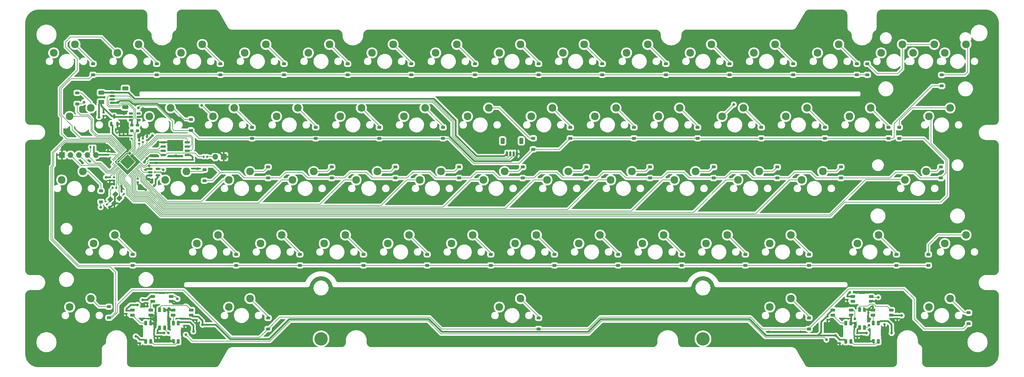
<source format=gbr>
G04 #@! TF.GenerationSoftware,KiCad,Pcbnew,(7.0.0-0)*
G04 #@! TF.CreationDate,2023-06-03T22:22:25-07:00*
G04 #@! TF.ProjectId,popstar_plateless,706f7073-7461-4725-9f70-6c6174656c65,rev?*
G04 #@! TF.SameCoordinates,Original*
G04 #@! TF.FileFunction,Copper,L2,Bot*
G04 #@! TF.FilePolarity,Positive*
%FSLAX46Y46*%
G04 Gerber Fmt 4.6, Leading zero omitted, Abs format (unit mm)*
G04 Created by KiCad (PCBNEW (7.0.0-0)) date 2023-06-03 22:22:25*
%MOMM*%
%LPD*%
G01*
G04 APERTURE LIST*
G04 Aperture macros list*
%AMRoundRect*
0 Rectangle with rounded corners*
0 $1 Rounding radius*
0 $2 $3 $4 $5 $6 $7 $8 $9 X,Y pos of 4 corners*
0 Add a 4 corners polygon primitive as box body*
4,1,4,$2,$3,$4,$5,$6,$7,$8,$9,$2,$3,0*
0 Add four circle primitives for the rounded corners*
1,1,$1+$1,$2,$3*
1,1,$1+$1,$4,$5*
1,1,$1+$1,$6,$7*
1,1,$1+$1,$8,$9*
0 Add four rect primitives between the rounded corners*
20,1,$1+$1,$2,$3,$4,$5,0*
20,1,$1+$1,$4,$5,$6,$7,0*
20,1,$1+$1,$6,$7,$8,$9,0*
20,1,$1+$1,$8,$9,$2,$3,0*%
%AMRotRect*
0 Rectangle, with rotation*
0 The origin of the aperture is its center*
0 $1 length*
0 $2 width*
0 $3 Rotation angle, in degrees counterclockwise*
0 Add horizontal line*
21,1,$1,$2,0,0,$3*%
%AMFreePoly0*
4,1,18,-0.410000,0.593000,-0.403758,0.624380,-0.385983,0.650983,-0.359380,0.668758,-0.328000,0.675000,0.328000,0.675000,0.359380,0.668758,0.385983,0.650983,0.403758,0.624380,0.410000,0.593000,0.410000,-0.593000,0.403758,-0.624380,0.385983,-0.650983,0.359380,-0.668758,0.328000,-0.675000,0.000000,-0.675000,-0.410000,-0.265000,-0.410000,0.593000,-0.410000,0.593000,$1*%
G04 Aperture macros list end*
G04 #@! TA.AperFunction,ComponentPad*
%ADD10C,2.300000*%
G04 #@! TD*
G04 #@! TA.AperFunction,ComponentPad*
%ADD11C,4.000000*%
G04 #@! TD*
G04 #@! TA.AperFunction,SMDPad,CuDef*
%ADD12RoundRect,0.140000X0.170000X-0.140000X0.170000X0.140000X-0.170000X0.140000X-0.170000X-0.140000X0*%
G04 #@! TD*
G04 #@! TA.AperFunction,SMDPad,CuDef*
%ADD13RoundRect,0.140000X0.219203X0.021213X0.021213X0.219203X-0.219203X-0.021213X-0.021213X-0.219203X0*%
G04 #@! TD*
G04 #@! TA.AperFunction,ComponentPad*
%ADD14R,1.700000X1.700000*%
G04 #@! TD*
G04 #@! TA.AperFunction,ComponentPad*
%ADD15O,1.700000X1.700000*%
G04 #@! TD*
G04 #@! TA.AperFunction,SMDPad,CuDef*
%ADD16RoundRect,0.225000X0.375000X-0.225000X0.375000X0.225000X-0.375000X0.225000X-0.375000X-0.225000X0*%
G04 #@! TD*
G04 #@! TA.AperFunction,SMDPad,CuDef*
%ADD17RoundRect,0.150000X-0.650000X-0.150000X0.650000X-0.150000X0.650000X0.150000X-0.650000X0.150000X0*%
G04 #@! TD*
G04 #@! TA.AperFunction,SMDPad,CuDef*
%ADD18RoundRect,0.200000X-0.275000X0.200000X-0.275000X-0.200000X0.275000X-0.200000X0.275000X0.200000X0*%
G04 #@! TD*
G04 #@! TA.AperFunction,SMDPad,CuDef*
%ADD19RoundRect,0.150000X-0.150000X-0.625000X0.150000X-0.625000X0.150000X0.625000X-0.150000X0.625000X0*%
G04 #@! TD*
G04 #@! TA.AperFunction,SMDPad,CuDef*
%ADD20RoundRect,0.250000X-0.350000X-0.650000X0.350000X-0.650000X0.350000X0.650000X-0.350000X0.650000X0*%
G04 #@! TD*
G04 #@! TA.AperFunction,SMDPad,CuDef*
%ADD21RoundRect,0.140000X-0.170000X0.140000X-0.170000X-0.140000X0.170000X-0.140000X0.170000X0.140000X0*%
G04 #@! TD*
G04 #@! TA.AperFunction,SMDPad,CuDef*
%ADD22RoundRect,0.050000X0.309359X-0.238649X-0.238649X0.309359X-0.309359X0.238649X0.238649X-0.309359X0*%
G04 #@! TD*
G04 #@! TA.AperFunction,SMDPad,CuDef*
%ADD23RoundRect,0.050000X0.309359X0.238649X0.238649X0.309359X-0.309359X-0.238649X-0.238649X-0.309359X0*%
G04 #@! TD*
G04 #@! TA.AperFunction,ComponentPad*
%ADD24C,0.600000*%
G04 #@! TD*
G04 #@! TA.AperFunction,SMDPad,CuDef*
%ADD25RoundRect,0.144000X2.059095X0.000000X0.000000X2.059095X-2.059095X0.000000X0.000000X-2.059095X0*%
G04 #@! TD*
G04 #@! TA.AperFunction,SMDPad,CuDef*
%ADD26RoundRect,0.150000X0.150000X-0.512500X0.150000X0.512500X-0.150000X0.512500X-0.150000X-0.512500X0*%
G04 #@! TD*
G04 #@! TA.AperFunction,SMDPad,CuDef*
%ADD27RoundRect,0.082000X0.593000X-0.328000X0.593000X0.328000X-0.593000X0.328000X-0.593000X-0.328000X0*%
G04 #@! TD*
G04 #@! TA.AperFunction,SMDPad,CuDef*
%ADD28FreePoly0,90.000000*%
G04 #@! TD*
G04 #@! TA.AperFunction,SMDPad,CuDef*
%ADD29RoundRect,0.250000X-0.625000X0.375000X-0.625000X-0.375000X0.625000X-0.375000X0.625000X0.375000X0*%
G04 #@! TD*
G04 #@! TA.AperFunction,SMDPad,CuDef*
%ADD30RoundRect,0.135000X-0.135000X-0.185000X0.135000X-0.185000X0.135000X0.185000X-0.135000X0.185000X0*%
G04 #@! TD*
G04 #@! TA.AperFunction,SMDPad,CuDef*
%ADD31RoundRect,0.150000X-0.625000X0.150000X-0.625000X-0.150000X0.625000X-0.150000X0.625000X0.150000X0*%
G04 #@! TD*
G04 #@! TA.AperFunction,SMDPad,CuDef*
%ADD32RoundRect,0.250000X-0.650000X0.350000X-0.650000X-0.350000X0.650000X-0.350000X0.650000X0.350000X0*%
G04 #@! TD*
G04 #@! TA.AperFunction,SMDPad,CuDef*
%ADD33RoundRect,0.082000X-0.328000X-0.593000X0.328000X-0.593000X0.328000X0.593000X-0.328000X0.593000X0*%
G04 #@! TD*
G04 #@! TA.AperFunction,SMDPad,CuDef*
%ADD34FreePoly0,0.000000*%
G04 #@! TD*
G04 #@! TA.AperFunction,SMDPad,CuDef*
%ADD35RoundRect,0.082000X-0.593000X0.328000X-0.593000X-0.328000X0.593000X-0.328000X0.593000X0.328000X0*%
G04 #@! TD*
G04 #@! TA.AperFunction,SMDPad,CuDef*
%ADD36FreePoly0,270.000000*%
G04 #@! TD*
G04 #@! TA.AperFunction,SMDPad,CuDef*
%ADD37RoundRect,0.140000X-0.140000X-0.170000X0.140000X-0.170000X0.140000X0.170000X-0.140000X0.170000X0*%
G04 #@! TD*
G04 #@! TA.AperFunction,SMDPad,CuDef*
%ADD38RoundRect,0.082000X0.328000X0.593000X-0.328000X0.593000X-0.328000X-0.593000X0.328000X-0.593000X0*%
G04 #@! TD*
G04 #@! TA.AperFunction,SMDPad,CuDef*
%ADD39FreePoly0,180.000000*%
G04 #@! TD*
G04 #@! TA.AperFunction,SMDPad,CuDef*
%ADD40RotRect,1.400000X1.200000X45.000000*%
G04 #@! TD*
G04 #@! TA.AperFunction,SMDPad,CuDef*
%ADD41RoundRect,0.140000X0.140000X0.170000X-0.140000X0.170000X-0.140000X-0.170000X0.140000X-0.170000X0*%
G04 #@! TD*
G04 #@! TA.AperFunction,SMDPad,CuDef*
%ADD42RoundRect,0.140000X-0.219203X-0.021213X-0.021213X-0.219203X0.219203X0.021213X0.021213X0.219203X0*%
G04 #@! TD*
G04 #@! TA.AperFunction,SMDPad,CuDef*
%ADD43RoundRect,0.135000X0.135000X0.185000X-0.135000X0.185000X-0.135000X-0.185000X0.135000X-0.185000X0*%
G04 #@! TD*
G04 #@! TA.AperFunction,SMDPad,CuDef*
%ADD44RoundRect,0.150000X0.475000X0.150000X-0.475000X0.150000X-0.475000X-0.150000X0.475000X-0.150000X0*%
G04 #@! TD*
G04 #@! TA.AperFunction,SMDPad,CuDef*
%ADD45RoundRect,0.150000X-0.512500X-0.150000X0.512500X-0.150000X0.512500X0.150000X-0.512500X0.150000X0*%
G04 #@! TD*
G04 #@! TA.AperFunction,ViaPad*
%ADD46C,0.800000*%
G04 #@! TD*
G04 #@! TA.AperFunction,ViaPad*
%ADD47C,0.600000*%
G04 #@! TD*
G04 #@! TA.AperFunction,Conductor*
%ADD48C,0.200000*%
G04 #@! TD*
G04 #@! TA.AperFunction,Conductor*
%ADD49C,0.500000*%
G04 #@! TD*
G04 APERTURE END LIST*
D10*
G04 #@! TO.P,SW15,1,1*
G04 #@! TO.N,COL13*
X294640000Y-38735000D03*
G04 #@! TO.P,SW15,2,2*
G04 #@! TO.N,Net-(D26-A)*
X300990000Y-36195000D03*
G04 #@! TD*
G04 #@! TO.P,SW22,1,1*
G04 #@! TO.N,COL05*
X142240000Y-57785000D03*
G04 #@! TO.P,SW22,2,2*
G04 #@! TO.N,Net-(D32-A)*
X148590000Y-55245000D03*
G04 #@! TD*
G04 #@! TO.P,SW55,1,1*
G04 #@! TO.N,COL12*
X304165000Y-95885000D03*
G04 #@! TO.P,SW55,2,2*
G04 #@! TO.N,Net-(D65-A)*
X310515000Y-93345000D03*
G04 #@! TD*
G04 #@! TO.P,SW29,1,1*
G04 #@! TO.N,COL12*
X275590000Y-57785000D03*
G04 #@! TO.P,SW29,2,2*
G04 #@! TO.N,Net-(D39-A)*
X281940000Y-55245000D03*
G04 #@! TD*
G04 #@! TO.P,SW33,1,1*
G04 #@! TO.N,COL03*
X108902500Y-76835000D03*
G04 #@! TO.P,SW33,2,2*
G04 #@! TO.N,Net-(D43-A)*
X115252500Y-74295000D03*
G04 #@! TD*
G04 #@! TO.P,SW25,1,1*
G04 #@! TO.N,COL08*
X199390000Y-57785000D03*
G04 #@! TO.P,SW25,2,2*
G04 #@! TO.N,Net-(D35-A)*
X205740000Y-55245000D03*
G04 #@! TD*
G04 #@! TO.P,SW53,1,1*
G04 #@! TO.N,COL10*
X251777500Y-95885000D03*
G04 #@! TO.P,SW53,2,2*
G04 #@! TO.N,Net-(D63-A)*
X258127500Y-93345000D03*
G04 #@! TD*
G04 #@! TO.P,SW17,1,1*
G04 #@! TO.N,COL00*
X42227500Y-57785000D03*
G04 #@! TO.P,SW17,2,2*
G04 #@! TO.N,Net-(D27-A)*
X48577500Y-55245000D03*
G04 #@! TD*
G04 #@! TO.P,SW41,1,1*
G04 #@! TO.N,COL11*
X261302500Y-76835000D03*
G04 #@! TO.P,SW41,2,2*
G04 #@! TO.N,Net-(D51-A)*
X267652500Y-74295000D03*
G04 #@! TD*
G04 #@! TO.P,SW36,1,1*
G04 #@! TO.N,COL06*
X166052500Y-76835000D03*
G04 #@! TO.P,SW36,2,2*
G04 #@! TO.N,Net-(D46-A)*
X172402500Y-74295000D03*
G04 #@! TD*
G04 #@! TO.P,SW47,1,1*
G04 #@! TO.N,COL04*
X137477500Y-95885000D03*
G04 #@! TO.P,SW47,2,2*
G04 #@! TO.N,Net-(D57-A)*
X143827500Y-93345000D03*
G04 #@! TD*
G04 #@! TO.P,SW11,1,1*
G04 #@! TO.N,COL09*
X208915000Y-38735000D03*
G04 #@! TO.P,SW11,2,2*
G04 #@! TO.N,Net-(D22-A)*
X215265000Y-36195000D03*
G04 #@! TD*
G04 #@! TO.P,SW45,1,1*
G04 #@! TO.N,COL02*
X99377500Y-95885000D03*
G04 #@! TO.P,SW45,2,2*
G04 #@! TO.N,Net-(D55-A)*
X105727500Y-93345000D03*
G04 #@! TD*
G04 #@! TO.P,SW57,1,1*
G04 #@! TO.N,COL02*
X89852500Y-114935000D03*
G04 #@! TO.P,SW57,2,2*
G04 #@! TO.N,Net-(D67-A)*
X96202500Y-112395000D03*
G04 #@! TD*
G04 #@! TO.P,SW56,1,1*
G04 #@! TO.N,COL00*
X42227500Y-114935000D03*
G04 #@! TO.P,SW56,2,2*
G04 #@! TO.N,Net-(D66-A)*
X48577500Y-112395000D03*
G04 #@! TD*
G04 #@! TO.P,SW24,1,1*
G04 #@! TO.N,COL07*
X180340000Y-57785000D03*
G04 #@! TO.P,SW24,2,2*
G04 #@! TO.N,Net-(D34-A)*
X186690000Y-55245000D03*
G04 #@! TD*
G04 #@! TO.P,SW59,1,1*
G04 #@! TO.N,COL10*
X251777500Y-114935000D03*
G04 #@! TO.P,SW59,2,2*
G04 #@! TO.N,Net-(D69-A)*
X258127500Y-112395000D03*
G04 #@! TD*
G04 #@! TO.P,SW7,1,1*
G04 #@! TO.N,COL05*
X132715000Y-38735000D03*
G04 #@! TO.P,SW7,2,2*
G04 #@! TO.N,Net-(D18-A)*
X139065000Y-36195000D03*
G04 #@! TD*
G04 #@! TO.P,SW20,1,1*
G04 #@! TO.N,COL03*
X104140000Y-57785000D03*
G04 #@! TO.P,SW20,2,2*
G04 #@! TO.N,Net-(D30-A)*
X110490000Y-55245000D03*
G04 #@! TD*
G04 #@! TO.P,SW2,1,1*
G04 #@! TO.N,COL00*
X37465000Y-38735000D03*
G04 #@! TO.P,SW2,2,2*
G04 #@! TO.N,Net-(D13-A)*
X43815000Y-36195000D03*
G04 #@! TD*
G04 #@! TO.P,SW31,1,1*
G04 #@! TO.N,COL01*
X70802500Y-76835000D03*
G04 #@! TO.P,SW31,2,2*
G04 #@! TO.N,Net-(D41-A)*
X77152500Y-74295000D03*
G04 #@! TD*
G04 #@! TO.P,SW27,1,1*
G04 #@! TO.N,COL10*
X237490000Y-57785000D03*
G04 #@! TO.P,SW27,2,2*
G04 #@! TO.N,Net-(D37-A)*
X243840000Y-55245000D03*
G04 #@! TD*
G04 #@! TO.P,SW32,1,1*
G04 #@! TO.N,COL02*
X89852500Y-76835000D03*
G04 #@! TO.P,SW32,2,2*
G04 #@! TO.N,Net-(D42-A)*
X96202500Y-74295000D03*
G04 #@! TD*
G04 #@! TO.P,SW34,1,1*
G04 #@! TO.N,COL04*
X127952500Y-76835000D03*
G04 #@! TO.P,SW34,2,2*
G04 #@! TO.N,Net-(D44-A)*
X134302500Y-74295000D03*
G04 #@! TD*
G04 #@! TO.P,SW37,1,1*
G04 #@! TO.N,COL07*
X185102500Y-76835000D03*
G04 #@! TO.P,SW37,2,2*
G04 #@! TO.N,Net-(D47-A)*
X191452500Y-74295000D03*
G04 #@! TD*
G04 #@! TO.P,SW10,1,1*
G04 #@! TO.N,COL08*
X189865000Y-38735000D03*
G04 #@! TO.P,SW10,2,2*
G04 #@! TO.N,Net-(D21-A)*
X196215000Y-36195000D03*
G04 #@! TD*
G04 #@! TO.P,SW21,1,1*
G04 #@! TO.N,COL04*
X123190000Y-57785000D03*
G04 #@! TO.P,SW21,2,2*
G04 #@! TO.N,Net-(D31-A)*
X129540000Y-55245000D03*
G04 #@! TD*
G04 #@! TO.P,SW3,1,1*
G04 #@! TO.N,COL01*
X56515000Y-38735000D03*
G04 #@! TO.P,SW3,2,2*
G04 #@! TO.N,Net-(D14-A)*
X62865000Y-36195000D03*
G04 #@! TD*
G04 #@! TO.P,SW38,1,1*
G04 #@! TO.N,COL08*
X204152500Y-76835000D03*
G04 #@! TO.P,SW38,2,2*
G04 #@! TO.N,Net-(D48-A)*
X210502500Y-74295000D03*
G04 #@! TD*
G04 #@! TO.P,SW50,1,1*
G04 #@! TO.N,COL07*
X194627500Y-95885000D03*
G04 #@! TO.P,SW50,2,2*
G04 #@! TO.N,Net-(D60-A)*
X200977500Y-93345000D03*
G04 #@! TD*
G04 #@! TO.P,SW52,1,1*
G04 #@! TO.N,COL09*
X232727500Y-95885000D03*
G04 #@! TO.P,SW52,2,2*
G04 #@! TO.N,Net-(D62-A)*
X239077500Y-93345000D03*
G04 #@! TD*
G04 #@! TO.P,SW13,1,1*
G04 #@! TO.N,COL11*
X247015000Y-38735000D03*
G04 #@! TO.P,SW13,2,2*
G04 #@! TO.N,Net-(D24-A)*
X253365000Y-36195000D03*
G04 #@! TD*
G04 #@! TO.P,SW35,1,1*
G04 #@! TO.N,COL05*
X147002500Y-76835000D03*
G04 #@! TO.P,SW35,2,2*
G04 #@! TO.N,Net-(D45-A)*
X153352500Y-74295000D03*
G04 #@! TD*
G04 #@! TO.P,SW39,1,1*
G04 #@! TO.N,COL09*
X223202500Y-76835000D03*
G04 #@! TO.P,SW39,2,2*
G04 #@! TO.N,Net-(D49-A)*
X229552500Y-74295000D03*
G04 #@! TD*
G04 #@! TO.P,SW23,1,1*
G04 #@! TO.N,COL06*
X161290000Y-57785000D03*
G04 #@! TO.P,SW23,2,2*
G04 #@! TO.N,Net-(D33-A)*
X167640000Y-55245000D03*
G04 #@! TD*
G04 #@! TO.P,SW51,1,1*
G04 #@! TO.N,COL08*
X213677500Y-95885000D03*
G04 #@! TO.P,SW51,2,2*
G04 #@! TO.N,Net-(D61-A)*
X220027500Y-93345000D03*
G04 #@! TD*
G04 #@! TO.P,SW43,1,1*
G04 #@! TO.N,COL00*
X49371250Y-95885000D03*
G04 #@! TO.P,SW43,2,2*
G04 #@! TO.N,Net-(D53-A)*
X55721250Y-93345000D03*
G04 #@! TD*
G04 #@! TO.P,SW61,1,1*
G04 #@! TO.N,COL13*
X304165000Y-38735000D03*
G04 #@! TO.P,SW61,2,2*
G04 #@! TO.N,Net-(D71-A)*
X310515000Y-36195000D03*
G04 #@! TD*
G04 #@! TO.P,SW44,1,1*
G04 #@! TO.N,COL01*
X80327500Y-95885000D03*
G04 #@! TO.P,SW44,2,2*
G04 #@! TO.N,Net-(D54-A)*
X86677500Y-93345000D03*
G04 #@! TD*
G04 #@! TO.P,SW58,1,1*
G04 #@! TO.N,COL06*
X170815000Y-114935000D03*
G04 #@! TO.P,SW58,2,2*
G04 #@! TO.N,Net-(D68-A)*
X177165000Y-112395000D03*
G04 #@! TD*
D11*
G04 #@! TO.P,S3,*
G04 #@! TO.N,*
X231775000Y-124460000D03*
X117475000Y-124460000D03*
G04 #@! TD*
D10*
G04 #@! TO.P,SW18,1,1*
G04 #@! TO.N,COL01*
X66040000Y-57785000D03*
G04 #@! TO.P,SW18,2,2*
G04 #@! TO.N,Net-(D28-A)*
X72390000Y-55245000D03*
G04 #@! TD*
G04 #@! TO.P,SW5,1,1*
G04 #@! TO.N,COL03*
X94615000Y-38735000D03*
G04 #@! TO.P,SW5,2,2*
G04 #@! TO.N,Net-(D16-A)*
X100965000Y-36195000D03*
G04 #@! TD*
G04 #@! TO.P,SW6,1,1*
G04 #@! TO.N,COL04*
X113665000Y-38735000D03*
G04 #@! TO.P,SW6,2,2*
G04 #@! TO.N,Net-(D17-A)*
X120015000Y-36195000D03*
G04 #@! TD*
G04 #@! TO.P,SW28,1,1*
G04 #@! TO.N,COL11*
X256540000Y-57785000D03*
G04 #@! TO.P,SW28,2,2*
G04 #@! TO.N,Net-(D38-A)*
X262890000Y-55245000D03*
G04 #@! TD*
G04 #@! TO.P,SW48,1,1*
G04 #@! TO.N,COL05*
X156527500Y-95885000D03*
G04 #@! TO.P,SW48,2,2*
G04 #@! TO.N,Net-(D58-A)*
X162877500Y-93345000D03*
G04 #@! TD*
G04 #@! TO.P,SW60,1,1*
G04 #@! TO.N,COL13*
X299402500Y-114935000D03*
G04 #@! TO.P,SW60,2,2*
G04 #@! TO.N,Net-(D70-A)*
X305752500Y-112395000D03*
G04 #@! TD*
G04 #@! TO.P,SW49,1,1*
G04 #@! TO.N,COL06*
X175577500Y-95885000D03*
G04 #@! TO.P,SW49,2,2*
G04 #@! TO.N,Net-(D59-A)*
X181927500Y-93345000D03*
G04 #@! TD*
G04 #@! TO.P,SW30,1,1*
G04 #@! TO.N,COL00*
X39846250Y-76835000D03*
G04 #@! TO.P,SW30,2,2*
G04 #@! TO.N,Net-(D40-A)*
X46196250Y-74295000D03*
G04 #@! TD*
G04 #@! TO.P,SW26,1,1*
G04 #@! TO.N,COL09*
X218440000Y-57785000D03*
G04 #@! TO.P,SW26,2,2*
G04 #@! TO.N,Net-(D36-A)*
X224790000Y-55245000D03*
G04 #@! TD*
G04 #@! TO.P,SW62,1,1*
G04 #@! TO.N,COL13*
X299402500Y-57785000D03*
G04 #@! TO.P,SW62,2,2*
G04 #@! TO.N,Net-(D72-A)*
X305752500Y-55245000D03*
G04 #@! TD*
G04 #@! TO.P,SW16,1,1*
G04 #@! TO.N,COL13*
X285115000Y-38735000D03*
G04 #@! TO.P,SW16,2,2*
G04 #@! TO.N,Net-(D26-A)*
X291465000Y-36195000D03*
G04 #@! TD*
G04 #@! TO.P,SW14,1,1*
G04 #@! TO.N,COL12*
X266065000Y-38735000D03*
G04 #@! TO.P,SW14,2,2*
G04 #@! TO.N,Net-(D25-A)*
X272415000Y-36195000D03*
G04 #@! TD*
G04 #@! TO.P,SW46,1,1*
G04 #@! TO.N,COL03*
X118427500Y-95885000D03*
G04 #@! TO.P,SW46,2,2*
G04 #@! TO.N,Net-(D56-A)*
X124777500Y-93345000D03*
G04 #@! TD*
G04 #@! TO.P,SW40,1,1*
G04 #@! TO.N,COL10*
X242252500Y-76835000D03*
G04 #@! TO.P,SW40,2,2*
G04 #@! TO.N,Net-(D50-A)*
X248602500Y-74295000D03*
G04 #@! TD*
G04 #@! TO.P,SW12,1,1*
G04 #@! TO.N,COL10*
X227965000Y-38735000D03*
G04 #@! TO.P,SW12,2,2*
G04 #@! TO.N,Net-(D23-A)*
X234315000Y-36195000D03*
G04 #@! TD*
G04 #@! TO.P,SW9,1,1*
G04 #@! TO.N,COL07*
X170815000Y-38735000D03*
G04 #@! TO.P,SW9,2,2*
G04 #@! TO.N,Net-(D20-A)*
X177165000Y-36195000D03*
G04 #@! TD*
G04 #@! TO.P,SW19,1,1*
G04 #@! TO.N,COL02*
X85090000Y-57785000D03*
G04 #@! TO.P,SW19,2,2*
G04 #@! TO.N,Net-(D29-A)*
X91440000Y-55245000D03*
G04 #@! TD*
G04 #@! TO.P,SW42,1,1*
G04 #@! TO.N,COL12*
X292258750Y-76835000D03*
G04 #@! TO.P,SW42,2,2*
G04 #@! TO.N,Net-(D52-A)*
X298608750Y-74295000D03*
G04 #@! TD*
G04 #@! TO.P,SW4,1,1*
G04 #@! TO.N,COL02*
X75565000Y-38735000D03*
G04 #@! TO.P,SW4,2,2*
G04 #@! TO.N,Net-(D15-A)*
X81915000Y-36195000D03*
G04 #@! TD*
G04 #@! TO.P,SW8,1,1*
G04 #@! TO.N,COL06*
X151765000Y-38735000D03*
G04 #@! TO.P,SW8,2,2*
G04 #@! TO.N,Net-(D19-A)*
X158115000Y-36195000D03*
G04 #@! TD*
G04 #@! TO.P,SW54,1,1*
G04 #@! TO.N,COL11*
X277971250Y-95885000D03*
G04 #@! TO.P,SW54,2,2*
G04 #@! TO.N,Net-(D64-A)*
X284321250Y-93345000D03*
G04 #@! TD*
D12*
G04 #@! TO.P,C4,1*
G04 #@! TO.N,+3V3*
X57200000Y-64480000D03*
G04 #@! TO.P,C4,2*
G04 #@! TO.N,GND*
X57200000Y-63520000D03*
G04 #@! TD*
D13*
G04 #@! TO.P,C14,1*
G04 #@! TO.N,GND*
X54057411Y-84871411D03*
G04 #@! TO.P,C14,2*
G04 #@! TO.N,/XTAL_O*
X53378589Y-84192589D03*
G04 #@! TD*
D14*
G04 #@! TO.P,J2,1,Pin_1*
G04 #@! TO.N,GND*
X39919999Y-69341999D03*
D15*
G04 #@! TO.P,J2,2,Pin_2*
G04 #@! TO.N,SWCLK*
X42459999Y-69341999D03*
G04 #@! TO.P,J2,3,Pin_3*
G04 #@! TO.N,SWD*
X44999999Y-69341999D03*
G04 #@! TO.P,J2,4,Pin_4*
G04 #@! TO.N,~{RESET}*
X47539999Y-69341999D03*
G04 #@! TO.P,J2,5,Pin_5*
G04 #@! TO.N,+3V3*
X50079999Y-69341999D03*
G04 #@! TD*
D16*
G04 #@! TO.P,D60,1,K*
G04 #@! TO.N,ROW3*
X206375000Y-102456250D03*
G04 #@! TO.P,D60,2,A*
G04 #@! TO.N,Net-(D60-A)*
X206375000Y-99156250D03*
G04 #@! TD*
G04 #@! TO.P,D53,1,K*
G04 #@! TO.N,ROW3*
X61118750Y-102456250D03*
G04 #@! TO.P,D53,2,A*
G04 #@! TO.N,Net-(D53-A)*
X61118750Y-99156250D03*
G04 #@! TD*
D17*
G04 #@! TO.P,U4,1,~{CS}*
G04 #@! TO.N,CS*
X70218750Y-69373750D03*
G04 #@! TO.P,U4,2,DO(IO1)*
G04 #@! TO.N,SD1*
X70218750Y-68103750D03*
G04 #@! TO.P,U4,3,IO2*
G04 #@! TO.N,SD2*
X70218750Y-66833750D03*
G04 #@! TO.P,U4,4,GND*
G04 #@! TO.N,GND*
X70218750Y-65563750D03*
G04 #@! TO.P,U4,5,DI(IO0)*
G04 #@! TO.N,SD0*
X77418750Y-65563750D03*
G04 #@! TO.P,U4,6,CLK*
G04 #@! TO.N,QSPI_CLK*
X77418750Y-66833750D03*
G04 #@! TO.P,U4,7,IO3*
G04 #@! TO.N,SD3*
X77418750Y-68103750D03*
G04 #@! TO.P,U4,8,VCC*
G04 #@! TO.N,+3V3*
X77418750Y-69373750D03*
G04 #@! TD*
D16*
G04 #@! TO.P,D28,1,K*
G04 #@! TO.N,ROW1*
X78500000Y-61975000D03*
G04 #@! TO.P,D28,2,A*
G04 #@! TO.N,Net-(D28-A)*
X78500000Y-58675000D03*
G04 #@! TD*
G04 #@! TO.P,D34,1,K*
G04 #@! TO.N,ROW1*
X192087500Y-64356250D03*
G04 #@! TO.P,D34,2,A*
G04 #@! TO.N,Net-(D34-A)*
X192087500Y-61056250D03*
G04 #@! TD*
G04 #@! TO.P,D19,1,K*
G04 #@! TO.N,ROW0*
X163512500Y-45306250D03*
G04 #@! TO.P,D19,2,A*
G04 #@! TO.N,Net-(D19-A)*
X163512500Y-42006250D03*
G04 #@! TD*
G04 #@! TO.P,D26,1,K*
G04 #@! TO.N,ROW0*
X280987500Y-45306250D03*
G04 #@! TO.P,D26,2,A*
G04 #@! TO.N,Net-(D26-A)*
X280987500Y-42006250D03*
G04 #@! TD*
G04 #@! TO.P,D18,1,K*
G04 #@! TO.N,ROW0*
X144462500Y-45306250D03*
G04 #@! TO.P,D18,2,A*
G04 #@! TO.N,Net-(D18-A)*
X144462500Y-42006250D03*
G04 #@! TD*
D18*
G04 #@! TO.P,R2,1*
G04 #@! TO.N,D_P*
X62484000Y-60425000D03*
G04 #@! TO.P,R2,2*
G04 #@! TO.N,/D_+*
X62484000Y-62075000D03*
G04 #@! TD*
D19*
G04 #@! TO.P,J1,1,Pin_1*
G04 #@! TO.N,VBUS*
X173100000Y-69000000D03*
G04 #@! TO.P,J1,2,Pin_2*
G04 #@! TO.N,D_N*
X174100000Y-69000000D03*
G04 #@! TO.P,J1,3,Pin_3*
G04 #@! TO.N,D_P*
X175100000Y-69000000D03*
G04 #@! TO.P,J1,4,Pin_4*
G04 #@! TO.N,GND*
X176100000Y-69000000D03*
D20*
G04 #@! TO.P,J1,MP*
G04 #@! TO.N,N/C*
X171800000Y-65125000D03*
X177400000Y-65125000D03*
G04 #@! TD*
D16*
G04 #@! TO.P,D22,1,K*
G04 #@! TO.N,ROW0*
X220662500Y-45306250D03*
G04 #@! TO.P,D22,2,A*
G04 #@! TO.N,Net-(D22-A)*
X220662500Y-42006250D03*
G04 #@! TD*
D21*
G04 #@! TO.P,C23,1*
G04 #@! TO.N,5V*
X80250000Y-117820000D03*
G04 #@! TO.P,C23,2*
G04 #@! TO.N,GND*
X80250000Y-118780000D03*
G04 #@! TD*
D16*
G04 #@! TO.P,D72,1,K*
G04 #@! TO.N,ROW2*
X290512500Y-64356250D03*
G04 #@! TO.P,D72,2,A*
G04 #@! TO.N,Net-(D72-A)*
X290512500Y-61056250D03*
G04 #@! TD*
G04 #@! TO.P,D51,1,K*
G04 #@! TO.N,ROW2*
X273050000Y-76262500D03*
G04 #@! TO.P,D51,2,A*
G04 #@! TO.N,Net-(D51-A)*
X273050000Y-72962500D03*
G04 #@! TD*
G04 #@! TO.P,D31,1,K*
G04 #@! TO.N,ROW1*
X134937500Y-64356250D03*
G04 #@! TO.P,D31,2,A*
G04 #@! TO.N,Net-(D31-A)*
X134937500Y-61056250D03*
G04 #@! TD*
G04 #@! TO.P,D27,1,K*
G04 #@! TO.N,ROW1*
X44450000Y-54037500D03*
G04 #@! TO.P,D27,2,A*
G04 #@! TO.N,Net-(D27-A)*
X44450000Y-50737500D03*
G04 #@! TD*
G04 #@! TO.P,D54,1,K*
G04 #@! TO.N,ROW3*
X92075000Y-102456250D03*
G04 #@! TO.P,D54,2,A*
G04 #@! TO.N,Net-(D54-A)*
X92075000Y-99156250D03*
G04 #@! TD*
D21*
G04 #@! TO.P,C5,1*
G04 #@! TO.N,+3V3*
X66421000Y-70767000D03*
G04 #@! TO.P,C5,2*
G04 #@! TO.N,GND*
X66421000Y-71727000D03*
G04 #@! TD*
D16*
G04 #@! TO.P,D67,1,K*
G04 #@! TO.N,ROW4*
X101600000Y-121506250D03*
G04 #@! TO.P,D67,2,A*
G04 #@! TO.N,Net-(D67-A)*
X101600000Y-118206250D03*
G04 #@! TD*
G04 #@! TO.P,D40,1,K*
G04 #@! TO.N,ROW2*
X51593750Y-83406250D03*
G04 #@! TO.P,D40,2,A*
G04 #@! TO.N,Net-(D40-A)*
X51593750Y-80106250D03*
G04 #@! TD*
G04 #@! TO.P,D46,1,K*
G04 #@! TO.N,ROW2*
X177800000Y-76262500D03*
G04 #@! TO.P,D46,2,A*
G04 #@! TO.N,Net-(D46-A)*
X177800000Y-72962500D03*
G04 #@! TD*
G04 #@! TO.P,D42,1,K*
G04 #@! TO.N,ROW2*
X101600000Y-76262500D03*
G04 #@! TO.P,D42,2,A*
G04 #@! TO.N,Net-(D42-A)*
X101600000Y-72962500D03*
G04 #@! TD*
G04 #@! TO.P,D17,1,K*
G04 #@! TO.N,ROW0*
X125412500Y-45306250D03*
G04 #@! TO.P,D17,2,A*
G04 #@! TO.N,Net-(D17-A)*
X125412500Y-42006250D03*
G04 #@! TD*
G04 #@! TO.P,D41,1,K*
G04 #@! TO.N,ROW2*
X82550000Y-77056250D03*
G04 #@! TO.P,D41,2,A*
G04 #@! TO.N,Net-(D41-A)*
X82550000Y-73756250D03*
G04 #@! TD*
G04 #@! TO.P,D69,1,K*
G04 #@! TO.N,ROW4*
X263525000Y-121506250D03*
G04 #@! TO.P,D69,2,A*
G04 #@! TO.N,Net-(D69-A)*
X263525000Y-118206250D03*
G04 #@! TD*
D22*
G04 #@! TO.P,U6,1,IOVDD*
G04 #@! TO.N,+3V3*
X63800407Y-72029702D03*
G04 #@! TO.P,U6,2,GPIO0*
G04 #@! TO.N,ROW2*
X63517564Y-72312545D03*
G04 #@! TO.P,U6,3,GPIO1*
G04 #@! TO.N,ARGB_3V3*
X63234722Y-72595387D03*
G04 #@! TO.P,U6,4,GPIO2*
G04 #@! TO.N,unconnected-(U6-GPIO2-Pad4)*
X62951879Y-72878230D03*
G04 #@! TO.P,U6,5,GPIO3*
G04 #@! TO.N,unconnected-(U6-GPIO3-Pad5)*
X62669036Y-73161073D03*
G04 #@! TO.P,U6,6,GPIO4*
G04 #@! TO.N,COL02*
X62386194Y-73443915D03*
G04 #@! TO.P,U6,7,GPIO5*
G04 #@! TO.N,COL03*
X62103351Y-73726758D03*
G04 #@! TO.P,U6,8,GPIO6*
G04 #@! TO.N,COL04*
X61820508Y-74009601D03*
G04 #@! TO.P,U6,9,GPIO7*
G04 #@! TO.N,COL05*
X61537665Y-74292444D03*
G04 #@! TO.P,U6,10,IOVDD*
G04 #@! TO.N,+3V3*
X61254823Y-74575286D03*
G04 #@! TO.P,U6,11,GPIO8*
G04 #@! TO.N,COL06*
X60971980Y-74858129D03*
G04 #@! TO.P,U6,12,GPIO9*
G04 #@! TO.N,COL07*
X60689137Y-75140972D03*
G04 #@! TO.P,U6,13,GPIO10*
G04 #@! TO.N,COL08*
X60406295Y-75423814D03*
G04 #@! TO.P,U6,14,GPIO11*
G04 #@! TO.N,COL09*
X60123452Y-75706657D03*
D23*
G04 #@! TO.P,U6,15,GPIO12*
G04 #@! TO.N,COL10*
X58939048Y-75706657D03*
G04 #@! TO.P,U6,16,GPIO13*
G04 #@! TO.N,COL11*
X58656205Y-75423814D03*
G04 #@! TO.P,U6,17,GPIO14*
G04 #@! TO.N,COL12*
X58373363Y-75140972D03*
G04 #@! TO.P,U6,18,GPIO15*
G04 #@! TO.N,COL13*
X58090520Y-74858129D03*
G04 #@! TO.P,U6,19,TESTEN*
G04 #@! TO.N,GND*
X57807677Y-74575286D03*
G04 #@! TO.P,U6,20,XTAL_IN*
G04 #@! TO.N,XTAL_IN*
X57524835Y-74292444D03*
G04 #@! TO.P,U6,21,XTAL_OUT*
G04 #@! TO.N,XTAL_OUT*
X57241992Y-74009601D03*
G04 #@! TO.P,U6,22,IOVDD*
G04 #@! TO.N,+3V3*
X56959149Y-73726758D03*
G04 #@! TO.P,U6,23,DVDD*
G04 #@! TO.N,+1V1*
X56676306Y-73443915D03*
G04 #@! TO.P,U6,24,SWCLK*
G04 #@! TO.N,SWCLK*
X56393464Y-73161073D03*
G04 #@! TO.P,U6,25,SWDIO*
G04 #@! TO.N,SWD*
X56110621Y-72878230D03*
G04 #@! TO.P,U6,26,~{RUN}*
G04 #@! TO.N,~{RESET}*
X55827778Y-72595387D03*
G04 #@! TO.P,U6,27,GPIO16*
G04 #@! TO.N,unconnected-(U6-GPIO16-Pad27)*
X55544936Y-72312545D03*
G04 #@! TO.P,U6,28,GPIO17*
G04 #@! TO.N,unconnected-(U6-GPIO17-Pad28)*
X55262093Y-72029702D03*
D22*
G04 #@! TO.P,U6,29,GPIO18*
G04 #@! TO.N,unconnected-(U6-GPIO18-Pad29)*
X55262093Y-70845298D03*
G04 #@! TO.P,U6,30,GPIO19*
G04 #@! TO.N,unconnected-(U6-GPIO19-Pad30)*
X55544936Y-70562455D03*
G04 #@! TO.P,U6,31,GPIO20*
G04 #@! TO.N,unconnected-(U6-GPIO20-Pad31)*
X55827778Y-70279613D03*
G04 #@! TO.P,U6,32,GPIO21*
G04 #@! TO.N,unconnected-(U6-GPIO21-Pad32)*
X56110621Y-69996770D03*
G04 #@! TO.P,U6,33,IOVDD*
G04 #@! TO.N,+3V3*
X56393464Y-69713927D03*
G04 #@! TO.P,U6,34,GPIO22*
G04 #@! TO.N,unconnected-(U6-GPIO22-Pad34)*
X56676306Y-69431085D03*
G04 #@! TO.P,U6,35,GPIO23*
G04 #@! TO.N,unconnected-(U6-GPIO23-Pad35)*
X56959149Y-69148242D03*
G04 #@! TO.P,U6,36,GPIO24*
G04 #@! TO.N,ROW3*
X57241992Y-68865399D03*
G04 #@! TO.P,U6,37,GPIO25*
G04 #@! TO.N,ROW4*
X57524835Y-68582556D03*
G04 #@! TO.P,U6,38,GPIO26/ADC0*
G04 #@! TO.N,COL01*
X57807677Y-68299714D03*
G04 #@! TO.P,U6,39,GPIO27/ADC1*
G04 #@! TO.N,ROW0*
X58090520Y-68016871D03*
G04 #@! TO.P,U6,40,GPIO28/ADC2*
G04 #@! TO.N,COL00*
X58373363Y-67734028D03*
G04 #@! TO.P,U6,41,GPIO29/ADC3*
G04 #@! TO.N,ROW1*
X58656205Y-67451186D03*
G04 #@! TO.P,U6,42,IOVDD*
G04 #@! TO.N,+3V3*
X58939048Y-67168343D03*
D23*
G04 #@! TO.P,U6,43,ADC_AVDD*
X60123452Y-67168343D03*
G04 #@! TO.P,U6,44,VREG_VIN*
X60406295Y-67451186D03*
G04 #@! TO.P,U6,45,VREG_VOUT*
G04 #@! TO.N,+1V1*
X60689137Y-67734028D03*
G04 #@! TO.P,U6,46,D-*
G04 #@! TO.N,/D_-*
X60971980Y-68016871D03*
G04 #@! TO.P,U6,47,D+*
G04 #@! TO.N,/D_+*
X61254823Y-68299714D03*
G04 #@! TO.P,U6,48,USB_VDD*
G04 #@! TO.N,+3V3*
X61537665Y-68582556D03*
G04 #@! TO.P,U6,49,IOVDD*
X61820508Y-68865399D03*
G04 #@! TO.P,U6,50,DVDD*
G04 #@! TO.N,+1V1*
X62103351Y-69148242D03*
G04 #@! TO.P,U6,51,QSPI_SD3*
G04 #@! TO.N,SD3*
X62386194Y-69431085D03*
G04 #@! TO.P,U6,52,QSPI_SCLK*
G04 #@! TO.N,QSPI_CLK*
X62669036Y-69713927D03*
G04 #@! TO.P,U6,53,QSPI_SD0*
G04 #@! TO.N,SD0*
X62951879Y-69996770D03*
G04 #@! TO.P,U6,54,QSPI_SD2*
G04 #@! TO.N,SD2*
X63234722Y-70279613D03*
G04 #@! TO.P,U6,55,QSPI_SD1*
G04 #@! TO.N,SD1*
X63517564Y-70562455D03*
G04 #@! TO.P,U6,56,QSPI_SS_N*
G04 #@! TO.N,CS*
X63800407Y-70845298D03*
D24*
G04 #@! TO.P,U6,57,GND*
G04 #@! TO.N,GND*
X59531250Y-73240622D03*
X60432811Y-72339061D03*
X61334372Y-71437500D03*
X58629689Y-72339061D03*
X59531250Y-71437500D03*
D25*
X59531250Y-71437500D03*
D24*
X60432811Y-70535939D03*
X57728128Y-71437500D03*
X58629689Y-70535939D03*
X59531250Y-69634378D03*
G04 #@! TD*
D16*
G04 #@! TO.P,D37,1,K*
G04 #@! TO.N,ROW1*
X249237500Y-64356250D03*
G04 #@! TO.P,D37,2,A*
G04 #@! TO.N,Net-(D37-A)*
X249237500Y-61056250D03*
G04 #@! TD*
G04 #@! TO.P,D15,1,K*
G04 #@! TO.N,ROW0*
X87312500Y-45306250D03*
G04 #@! TO.P,D15,2,A*
G04 #@! TO.N,Net-(D15-A)*
X87312500Y-42006250D03*
G04 #@! TD*
D12*
G04 #@! TO.P,C10,1*
G04 #@! TO.N,+3V3*
X59600000Y-64480000D03*
G04 #@! TO.P,C10,2*
G04 #@! TO.N,GND*
X59600000Y-63520000D03*
G04 #@! TD*
D16*
G04 #@! TO.P,D35,1,K*
G04 #@! TO.N,ROW1*
X211137500Y-64356250D03*
G04 #@! TO.P,D35,2,A*
G04 #@! TO.N,Net-(D35-A)*
X211137500Y-61056250D03*
G04 #@! TD*
D26*
G04 #@! TO.P,U2,1,GND*
G04 #@! TO.N,GND*
X56512500Y-60065500D03*
G04 #@! TO.P,U2,2,VO*
G04 #@! TO.N,+3V3*
X54612500Y-60065500D03*
G04 #@! TO.P,U2,3,VI*
G04 #@! TO.N,5V*
X55562500Y-57790500D03*
G04 #@! TD*
D16*
G04 #@! TO.P,D44,1,K*
G04 #@! TO.N,ROW2*
X139700000Y-76262500D03*
G04 #@! TO.P,D44,2,A*
G04 #@! TO.N,Net-(D44-A)*
X139700000Y-72962500D03*
G04 #@! TD*
D21*
G04 #@! TO.P,C25,1*
G04 #@! TO.N,5V*
X269000000Y-117770000D03*
G04 #@! TO.P,C25,2*
G04 #@! TO.N,GND*
X269000000Y-118730000D03*
G04 #@! TD*
D12*
G04 #@! TO.P,C11,1*
G04 #@! TO.N,+3V3*
X62992000Y-66012000D03*
G04 #@! TO.P,C11,2*
G04 #@! TO.N,GND*
X62992000Y-65052000D03*
G04 #@! TD*
D16*
G04 #@! TO.P,D56,1,K*
G04 #@! TO.N,ROW3*
X130175000Y-102456250D03*
G04 #@! TO.P,D56,2,A*
G04 #@! TO.N,Net-(D56-A)*
X130175000Y-99156250D03*
G04 #@! TD*
D27*
G04 #@! TO.P,D12,1,VDD*
G04 #@! TO.N,5V*
X276675000Y-111750000D03*
G04 #@! TO.P,D12,2,DOUT*
G04 #@! TO.N,unconnected-(D12-DOUT-Pad2)*
X276675000Y-113250000D03*
G04 #@! TO.P,D12,3,DIN*
G04 #@! TO.N,Net-(D11-DOUT)*
X282125000Y-111750000D03*
D28*
G04 #@! TO.P,D12,4,VSS*
G04 #@! TO.N,GND*
X282124999Y-113249999D03*
G04 #@! TD*
D27*
G04 #@! TO.P,D1,1,VDD*
G04 #@! TO.N,5V*
X67125000Y-111750000D03*
G04 #@! TO.P,D1,2,DOUT*
G04 #@! TO.N,Net-(D1-DOUT)*
X67125000Y-113250000D03*
G04 #@! TO.P,D1,3,DIN*
G04 #@! TO.N,ARGB_5V*
X72575000Y-111750000D03*
D28*
G04 #@! TO.P,D1,4,VSS*
G04 #@! TO.N,GND*
X72574999Y-113249999D03*
G04 #@! TD*
D16*
G04 #@! TO.P,D30,1,K*
G04 #@! TO.N,ROW1*
X115887500Y-64356250D03*
G04 #@! TO.P,D30,2,A*
G04 #@! TO.N,Net-(D30-A)*
X115887500Y-61056250D03*
G04 #@! TD*
G04 #@! TO.P,D49,1,K*
G04 #@! TO.N,ROW2*
X234950000Y-76262500D03*
G04 #@! TO.P,D49,2,A*
G04 #@! TO.N,Net-(D49-A)*
X234950000Y-72962500D03*
G04 #@! TD*
D27*
G04 #@! TO.P,D2,1,VDD*
G04 #@! TO.N,5V*
X61025000Y-115850000D03*
G04 #@! TO.P,D2,2,DOUT*
G04 #@! TO.N,Net-(D2-DOUT)*
X61025000Y-117350000D03*
G04 #@! TO.P,D2,3,DIN*
G04 #@! TO.N,Net-(D1-DOUT)*
X66475000Y-115850000D03*
D28*
G04 #@! TO.P,D2,4,VSS*
G04 #@! TO.N,GND*
X66474999Y-117349999D03*
G04 #@! TD*
D16*
G04 #@! TO.P,D43,1,K*
G04 #@! TO.N,ROW2*
X120650000Y-76262500D03*
G04 #@! TO.P,D43,2,A*
G04 #@! TO.N,Net-(D43-A)*
X120650000Y-72962500D03*
G04 #@! TD*
G04 #@! TO.P,D58,1,K*
G04 #@! TO.N,ROW3*
X168275000Y-102456250D03*
G04 #@! TO.P,D58,2,A*
G04 #@! TO.N,Net-(D58-A)*
X168275000Y-99156250D03*
G04 #@! TD*
D21*
G04 #@! TO.P,C24,1*
G04 #@! TO.N,5V*
X68500000Y-122770000D03*
G04 #@! TO.P,C24,2*
G04 #@! TO.N,GND*
X68500000Y-123730000D03*
G04 #@! TD*
D12*
G04 #@! TO.P,C6,1*
G04 #@! TO.N,+3V3*
X58400000Y-64480000D03*
G04 #@! TO.P,C6,2*
G04 #@! TO.N,GND*
X58400000Y-63520000D03*
G04 #@! TD*
D29*
G04 #@! TO.P,F1,1*
G04 #@! TO.N,VBUS*
X51689000Y-50670000D03*
G04 #@! TO.P,F1,2*
G04 #@! TO.N,5V*
X51689000Y-53470000D03*
G04 #@! TD*
D16*
G04 #@! TO.P,D63,1,K*
G04 #@! TO.N,ROW3*
X263525000Y-102456250D03*
G04 #@! TO.P,D63,2,A*
G04 #@! TO.N,Net-(D63-A)*
X263525000Y-99156250D03*
G04 #@! TD*
G04 #@! TO.P,D16,1,K*
G04 #@! TO.N,ROW0*
X106362500Y-45306250D03*
G04 #@! TO.P,D16,2,A*
G04 #@! TO.N,Net-(D16-A)*
X106362500Y-42006250D03*
G04 #@! TD*
G04 #@! TO.P,D29,1,K*
G04 #@! TO.N,ROW1*
X96837500Y-64356250D03*
G04 #@! TO.P,D29,2,A*
G04 #@! TO.N,Net-(D29-A)*
X96837500Y-61056250D03*
G04 #@! TD*
D12*
G04 #@! TO.P,C2,1*
G04 #@! TO.N,+1V1*
X60770000Y-64480000D03*
G04 #@! TO.P,C2,2*
G04 #@! TO.N,GND*
X60770000Y-63520000D03*
G04 #@! TD*
D21*
G04 #@! TO.P,C19,1*
G04 #@! TO.N,5V*
X65500000Y-112770000D03*
G04 #@! TO.P,C19,2*
G04 #@! TO.N,GND*
X65500000Y-113730000D03*
G04 #@! TD*
D30*
G04 #@! TO.P,R4,1*
G04 #@! TO.N,/XTAL_O*
X55113000Y-79198000D03*
G04 #@! TO.P,R4,2*
G04 #@! TO.N,XTAL_OUT*
X56133000Y-79198000D03*
G04 #@! TD*
D16*
G04 #@! TO.P,D38,1,K*
G04 #@! TO.N,ROW1*
X268287500Y-64356250D03*
G04 #@! TO.P,D38,2,A*
G04 #@! TO.N,Net-(D38-A)*
X268287500Y-61056250D03*
G04 #@! TD*
D21*
G04 #@! TO.P,C20,1*
G04 #@! TO.N,5V*
X59250000Y-116020000D03*
G04 #@! TO.P,C20,2*
G04 #@! TO.N,GND*
X59250000Y-116980000D03*
G04 #@! TD*
D31*
G04 #@! TO.P,J1,1,Pin_1*
G04 #@! TO.N,VBUS*
X55023000Y-50697000D03*
G04 #@! TO.P,J1,2,Pin_2*
G04 #@! TO.N,D_N*
X55023000Y-51697000D03*
G04 #@! TO.P,J1,3,Pin_3*
G04 #@! TO.N,D_P*
X55023000Y-52697000D03*
G04 #@! TO.P,J1,4,Pin_4*
G04 #@! TO.N,GND*
X55023000Y-53697000D03*
D32*
G04 #@! TO.P,J1,MP*
G04 #@! TO.N,N/C*
X58898000Y-49397000D03*
X58898000Y-54997000D03*
G04 #@! TD*
D16*
G04 #@! TO.P,D55,1,K*
G04 #@! TO.N,ROW3*
X111125000Y-102456250D03*
G04 #@! TO.P,D55,2,A*
G04 #@! TO.N,Net-(D55-A)*
X111125000Y-99156250D03*
G04 #@! TD*
G04 #@! TO.P,D68,1,K*
G04 #@! TO.N,ROW4*
X182562500Y-121506250D03*
G04 #@! TO.P,D68,2,A*
G04 #@! TO.N,Net-(D68-A)*
X182562500Y-118206250D03*
G04 #@! TD*
G04 #@! TO.P,D62,1,K*
G04 #@! TO.N,ROW3*
X244475000Y-102456250D03*
G04 #@! TO.P,D62,2,A*
G04 #@! TO.N,Net-(D62-A)*
X244475000Y-99156250D03*
G04 #@! TD*
D21*
G04 #@! TO.P,C27,1*
G04 #@! TO.N,5V*
X286100000Y-119120000D03*
G04 #@! TO.P,C27,2*
G04 #@! TO.N,GND*
X286100000Y-120080000D03*
G04 #@! TD*
G04 #@! TO.P,C3,1*
G04 #@! TO.N,+1V1*
X54229000Y-76033750D03*
G04 #@! TO.P,C3,2*
G04 #@! TO.N,GND*
X54229000Y-76993750D03*
G04 #@! TD*
D16*
G04 #@! TO.P,D47,1,K*
G04 #@! TO.N,ROW2*
X196850000Y-76262500D03*
G04 #@! TO.P,D47,2,A*
G04 #@! TO.N,Net-(D47-A)*
X196850000Y-72962500D03*
G04 #@! TD*
G04 #@! TO.P,D21,1,K*
G04 #@! TO.N,ROW0*
X201612500Y-45306250D03*
G04 #@! TO.P,D21,2,A*
G04 #@! TO.N,Net-(D21-A)*
X201612500Y-42006250D03*
G04 #@! TD*
D21*
G04 #@! TO.P,C12,1*
G04 #@! TO.N,+3V3*
X62611000Y-76520000D03*
G04 #@! TO.P,C12,2*
G04 #@! TO.N,GND*
X62611000Y-77480000D03*
G04 #@! TD*
D12*
G04 #@! TO.P,C1,1*
G04 #@! TO.N,+1V1*
X65405000Y-64869000D03*
G04 #@! TO.P,C1,2*
G04 #@! TO.N,GND*
X65405000Y-63909000D03*
G04 #@! TD*
D33*
G04 #@! TO.P,D4,1,VDD*
G04 #@! TO.N,5V*
X74750000Y-119775000D03*
G04 #@! TO.P,D4,2,DOUT*
G04 #@! TO.N,Net-(D4-DOUT)*
X73250000Y-119775000D03*
G04 #@! TO.P,D4,3,DIN*
G04 #@! TO.N,Net-(D3-DOUT)*
X74750000Y-125225000D03*
D34*
G04 #@! TO.P,D4,4,VSS*
G04 #@! TO.N,GND*
X73249999Y-125224999D03*
G04 #@! TD*
D35*
G04 #@! TO.P,D5,1,VDD*
G04 #@! TO.N,5V*
X78625000Y-117350000D03*
G04 #@! TO.P,D5,2,DOUT*
G04 #@! TO.N,Net-(D5-DOUT)*
X78625000Y-115850000D03*
G04 #@! TO.P,D5,3,DIN*
G04 #@! TO.N,Net-(D4-DOUT)*
X73175000Y-117350000D03*
D36*
G04 #@! TO.P,D5,4,VSS*
G04 #@! TO.N,GND*
X73174999Y-115849999D03*
G04 #@! TD*
D37*
G04 #@! TO.P,C16,1*
G04 #@! TO.N,+3V3*
X55082500Y-61690250D03*
G04 #@! TO.P,C16,2*
G04 #@! TO.N,GND*
X56042500Y-61690250D03*
G04 #@! TD*
D38*
G04 #@! TO.P,D8,1,VDD*
G04 #@! TO.N,5V*
X274550000Y-125225000D03*
G04 #@! TO.P,D8,2,DOUT*
G04 #@! TO.N,Net-(D8-DOUT)*
X276050000Y-125225000D03*
G04 #@! TO.P,D8,3,DIN*
G04 #@! TO.N,Net-(D7-DOUT)*
X274550000Y-119775000D03*
D39*
G04 #@! TO.P,D8,4,VSS*
G04 #@! TO.N,GND*
X276049999Y-119774999D03*
G04 #@! TD*
D16*
G04 #@! TO.P,D39,1,K*
G04 #@! TO.N,ROW1*
X287337500Y-64356250D03*
G04 #@! TO.P,D39,2,A*
G04 #@! TO.N,Net-(D39-A)*
X287337500Y-61056250D03*
G04 #@! TD*
G04 #@! TO.P,D45,1,K*
G04 #@! TO.N,ROW2*
X158750000Y-76262500D03*
G04 #@! TO.P,D45,2,A*
G04 #@! TO.N,Net-(D45-A)*
X158750000Y-72962500D03*
G04 #@! TD*
G04 #@! TO.P,D70,1,K*
G04 #@! TO.N,ROW4*
X311300000Y-119950000D03*
G04 #@! TO.P,D70,2,A*
G04 #@! TO.N,Net-(D70-A)*
X311300000Y-116650000D03*
G04 #@! TD*
D21*
G04 #@! TO.P,C26,1*
G04 #@! TO.N,5V*
X272750000Y-124770000D03*
G04 #@! TO.P,C26,2*
G04 #@! TO.N,GND*
X272750000Y-125730000D03*
G04 #@! TD*
D27*
G04 #@! TO.P,D7,1,VDD*
G04 #@! TO.N,5V*
X270675000Y-115850000D03*
G04 #@! TO.P,D7,2,DOUT*
G04 #@! TO.N,Net-(D7-DOUT)*
X270675000Y-117350000D03*
G04 #@! TO.P,D7,3,DIN*
G04 #@! TO.N,Net-(D6-DOUT)*
X276125000Y-115850000D03*
D28*
G04 #@! TO.P,D7,4,VSS*
G04 #@! TO.N,GND*
X276124999Y-117349999D03*
G04 #@! TD*
D12*
G04 #@! TO.P,C8,1*
G04 #@! TO.N,+3V3*
X53721000Y-69314000D03*
G04 #@! TO.P,C8,2*
G04 #@! TO.N,GND*
X53721000Y-68354000D03*
G04 #@! TD*
D16*
G04 #@! TO.P,D61,1,K*
G04 #@! TO.N,ROW3*
X225425000Y-102456250D03*
G04 #@! TO.P,D61,2,A*
G04 #@! TO.N,Net-(D61-A)*
X225425000Y-99156250D03*
G04 #@! TD*
G04 #@! TO.P,D32,1,K*
G04 #@! TO.N,ROW1*
X153987500Y-64356250D03*
G04 #@! TO.P,D32,2,A*
G04 #@! TO.N,Net-(D32-A)*
X153987500Y-61056250D03*
G04 #@! TD*
D21*
G04 #@! TO.P,C15,1*
G04 #@! TO.N,5V*
X52387500Y-56670000D03*
G04 #@! TO.P,C15,2*
G04 #@! TO.N,GND*
X52387500Y-57630000D03*
G04 #@! TD*
D16*
G04 #@! TO.P,D13,1,K*
G04 #@! TO.N,ROW0*
X49212500Y-45306250D03*
G04 #@! TO.P,D13,2,A*
G04 #@! TO.N,Net-(D13-A)*
X49212500Y-42006250D03*
G04 #@! TD*
G04 #@! TO.P,D64,1,K*
G04 #@! TO.N,ROW3*
X289718750Y-102456250D03*
G04 #@! TO.P,D64,2,A*
G04 #@! TO.N,Net-(D64-A)*
X289718750Y-99156250D03*
G04 #@! TD*
D40*
G04 #@! TO.P,Y1,1,1*
G04 #@! TO.N,/XTAL_O*
X54371141Y-82676776D03*
G04 #@! TO.P,Y1,2,2*
G04 #@! TO.N,GND*
X55926776Y-81121141D03*
G04 #@! TO.P,Y1,3,3*
G04 #@! TO.N,XTAL_IN*
X57128857Y-82323222D03*
G04 #@! TO.P,Y1,4,4*
G04 #@! TO.N,GND*
X55573222Y-83878857D03*
G04 #@! TD*
D41*
G04 #@! TO.P,C18,1*
G04 #@! TO.N,5V*
X67980000Y-76750000D03*
G04 #@! TO.P,C18,2*
G04 #@! TO.N,GND*
X67020000Y-76750000D03*
G04 #@! TD*
D42*
G04 #@! TO.P,C13,1*
G04 #@! TO.N,GND*
X57823589Y-80382589D03*
G04 #@! TO.P,C13,2*
G04 #@! TO.N,XTAL_IN*
X58502411Y-81061411D03*
G04 #@! TD*
D38*
G04 #@! TO.P,D11,1,VDD*
G04 #@! TO.N,5V*
X278650000Y-121125000D03*
G04 #@! TO.P,D11,2,DOUT*
G04 #@! TO.N,Net-(D11-DOUT)*
X280150000Y-121125000D03*
G04 #@! TO.P,D11,3,DIN*
G04 #@! TO.N,Net-(D10-DOUT)*
X278650000Y-115675000D03*
D39*
G04 #@! TO.P,D11,4,VSS*
G04 #@! TO.N,GND*
X280149999Y-115674999D03*
G04 #@! TD*
D21*
G04 #@! TO.P,C21,1*
G04 #@! TO.N,5V*
X63250000Y-124770000D03*
G04 #@! TO.P,C21,2*
G04 #@! TO.N,GND*
X63250000Y-125730000D03*
G04 #@! TD*
D16*
G04 #@! TO.P,D57,1,K*
G04 #@! TO.N,ROW3*
X149225000Y-102456250D03*
G04 #@! TO.P,D57,2,A*
G04 #@! TO.N,Net-(D57-A)*
X149225000Y-99156250D03*
G04 #@! TD*
G04 #@! TO.P,D36,1,K*
G04 #@! TO.N,ROW1*
X230187500Y-64356250D03*
G04 #@! TO.P,D36,2,A*
G04 #@! TO.N,Net-(D36-A)*
X230187500Y-61056250D03*
G04 #@! TD*
D14*
G04 #@! TO.P,SW1,1,1*
G04 #@! TO.N,GND*
X88336249Y-69874999D03*
D15*
G04 #@! TO.P,SW1,2,2*
G04 #@! TO.N,/~{USB_BOOT}*
X85796249Y-69874999D03*
G04 #@! TD*
D16*
G04 #@! TO.P,D33,1,K*
G04 #@! TO.N,ROW1*
X181000000Y-67650000D03*
G04 #@! TO.P,D33,2,A*
G04 #@! TO.N,Net-(D33-A)*
X181000000Y-64350000D03*
G04 #@! TD*
G04 #@! TO.P,D14,1,K*
G04 #@! TO.N,ROW0*
X68262500Y-45306250D03*
G04 #@! TO.P,D14,2,A*
G04 #@! TO.N,Net-(D14-A)*
X68262500Y-42006250D03*
G04 #@! TD*
G04 #@! TO.P,D50,1,K*
G04 #@! TO.N,ROW2*
X254000000Y-76262500D03*
G04 #@! TO.P,D50,2,A*
G04 #@! TO.N,Net-(D50-A)*
X254000000Y-72962500D03*
G04 #@! TD*
D21*
G04 #@! TO.P,C22,1*
G04 #@! TO.N,5V*
X76500000Y-119520000D03*
G04 #@! TO.P,C22,2*
G04 #@! TO.N,GND*
X76500000Y-120480000D03*
G04 #@! TD*
D16*
G04 #@! TO.P,D59,1,K*
G04 #@! TO.N,ROW3*
X187325000Y-102456250D03*
G04 #@! TO.P,D59,2,A*
G04 #@! TO.N,Net-(D59-A)*
X187325000Y-99156250D03*
G04 #@! TD*
D38*
G04 #@! TO.P,D3,1,VDD*
G04 #@! TO.N,5V*
X65000000Y-125225000D03*
G04 #@! TO.P,D3,2,DOUT*
G04 #@! TO.N,Net-(D3-DOUT)*
X66500000Y-125225000D03*
G04 #@! TO.P,D3,3,DIN*
G04 #@! TO.N,Net-(D2-DOUT)*
X65000000Y-119775000D03*
D39*
G04 #@! TO.P,D3,4,VSS*
G04 #@! TO.N,GND*
X66499999Y-119774999D03*
G04 #@! TD*
D16*
G04 #@! TO.P,D65,1,K*
G04 #@! TO.N,ROW3*
X299243750Y-102456250D03*
G04 #@! TO.P,D65,2,A*
G04 #@! TO.N,Net-(D65-A)*
X299243750Y-99156250D03*
G04 #@! TD*
D35*
G04 #@! TO.P,D10,1,VDD*
G04 #@! TO.N,5V*
X288125000Y-117350000D03*
G04 #@! TO.P,D10,2,DOUT*
G04 #@! TO.N,Net-(D10-DOUT)*
X288125000Y-115850000D03*
G04 #@! TO.P,D10,3,DIN*
G04 #@! TO.N,Net-(D10-DIN)*
X282675000Y-117350000D03*
D36*
G04 #@! TO.P,D10,4,VSS*
G04 #@! TO.N,GND*
X282674999Y-115849999D03*
G04 #@! TD*
D21*
G04 #@! TO.P,C9,1*
G04 #@! TO.N,+3V3*
X55499000Y-76033750D03*
G04 #@! TO.P,C9,2*
G04 #@! TO.N,GND*
X55499000Y-76993750D03*
G04 #@! TD*
D16*
G04 #@! TO.P,D52,1,K*
G04 #@! TO.N,ROW2*
X303000000Y-76262500D03*
G04 #@! TO.P,D52,2,A*
G04 #@! TO.N,Net-(D52-A)*
X303000000Y-72962500D03*
G04 #@! TD*
G04 #@! TO.P,D24,1,K*
G04 #@! TO.N,ROW0*
X258762500Y-45306250D03*
G04 #@! TO.P,D24,2,A*
G04 #@! TO.N,Net-(D24-A)*
X258762500Y-42006250D03*
G04 #@! TD*
G04 #@! TO.P,D71,1,K*
G04 #@! TO.N,ROW1*
X303212500Y-48650000D03*
G04 #@! TO.P,D71,2,A*
G04 #@! TO.N,Net-(D71-A)*
X303212500Y-45350000D03*
G04 #@! TD*
D43*
G04 #@! TO.P,R1,1*
G04 #@! TO.N,+3V3*
X49510000Y-66960750D03*
G04 #@! TO.P,R1,2*
G04 #@! TO.N,~{RESET}*
X48490000Y-66960750D03*
G04 #@! TD*
D16*
G04 #@! TO.P,D25,1,K*
G04 #@! TO.N,ROW0*
X277812500Y-45306250D03*
G04 #@! TO.P,D25,2,A*
G04 #@! TO.N,Net-(D25-A)*
X277812500Y-42006250D03*
G04 #@! TD*
D43*
G04 #@! TO.P,R5,1*
G04 #@! TO.N,/~{USB_BOOT}*
X83343750Y-69850000D03*
G04 #@! TO.P,R5,2*
G04 #@! TO.N,CS*
X82323750Y-69850000D03*
G04 #@! TD*
D21*
G04 #@! TO.P,C30,1*
G04 #@! TO.N,5V*
X275000000Y-111770000D03*
G04 #@! TO.P,C30,2*
G04 #@! TO.N,GND*
X275000000Y-112730000D03*
G04 #@! TD*
D44*
G04 #@! TO.P,U3,1,IO1*
G04 #@! TO.N,unconnected-(U3-IO1-Pad1)*
X62897000Y-56962000D03*
G04 #@! TO.P,U3,2,VN*
G04 #@! TO.N,GND*
X62897000Y-57912000D03*
G04 #@! TO.P,U3,3,IO2*
G04 #@! TO.N,D_P*
X62897000Y-58862000D03*
G04 #@! TO.P,U3,4,IO3*
G04 #@! TO.N,D_N*
X60547000Y-58862000D03*
G04 #@! TO.P,U3,5,VP*
G04 #@! TO.N,5V*
X60547000Y-57912000D03*
G04 #@! TO.P,U3,6,IO4*
G04 #@! TO.N,unconnected-(U3-IO4-Pad6)*
X60547000Y-56962000D03*
G04 #@! TD*
D21*
G04 #@! TO.P,C17,1*
G04 #@! TO.N,+3V3*
X79000000Y-70770000D03*
G04 #@! TO.P,C17,2*
G04 #@! TO.N,GND*
X79000000Y-71730000D03*
G04 #@! TD*
D18*
G04 #@! TO.P,R3,1*
G04 #@! TO.N,D_N*
X60860000Y-60425000D03*
G04 #@! TO.P,R3,2*
G04 #@! TO.N,/D_-*
X60860000Y-62075000D03*
G04 #@! TD*
D16*
G04 #@! TO.P,D66,1,K*
G04 #@! TO.N,ROW4*
X53975000Y-118150000D03*
G04 #@! TO.P,D66,2,A*
G04 #@! TO.N,Net-(D66-A)*
X53975000Y-114850000D03*
G04 #@! TD*
G04 #@! TO.P,D23,1,K*
G04 #@! TO.N,ROW0*
X239712500Y-45306250D03*
G04 #@! TO.P,D23,2,A*
G04 #@! TO.N,Net-(D23-A)*
X239712500Y-42006250D03*
G04 #@! TD*
G04 #@! TO.P,D20,1,K*
G04 #@! TO.N,ROW0*
X182562500Y-45306250D03*
G04 #@! TO.P,D20,2,A*
G04 #@! TO.N,Net-(D20-A)*
X182562500Y-42006250D03*
G04 #@! TD*
D12*
G04 #@! TO.P,C7,1*
G04 #@! TO.N,+3V3*
X64135000Y-65440500D03*
G04 #@! TO.P,C7,2*
G04 #@! TO.N,GND*
X64135000Y-64480500D03*
G04 #@! TD*
D21*
G04 #@! TO.P,C28,1*
G04 #@! TO.N,5V*
X289900000Y-117420000D03*
G04 #@! TO.P,C28,2*
G04 #@! TO.N,GND*
X289900000Y-118380000D03*
G04 #@! TD*
G04 #@! TO.P,C29,1*
G04 #@! TO.N,5V*
X278000000Y-122770000D03*
G04 #@! TO.P,C29,2*
G04 #@! TO.N,GND*
X278000000Y-123730000D03*
G04 #@! TD*
D38*
G04 #@! TO.P,D6,1,VDD*
G04 #@! TO.N,5V*
X69125000Y-121225000D03*
G04 #@! TO.P,D6,2,DOUT*
G04 #@! TO.N,Net-(D6-DOUT)*
X70625000Y-121225000D03*
G04 #@! TO.P,D6,3,DIN*
G04 #@! TO.N,Net-(D5-DOUT)*
X69125000Y-115775000D03*
D39*
G04 #@! TO.P,D6,4,VSS*
G04 #@! TO.N,GND*
X70624999Y-115774999D03*
G04 #@! TD*
D16*
G04 #@! TO.P,D48,1,K*
G04 #@! TO.N,ROW2*
X215900000Y-76262500D03*
G04 #@! TO.P,D48,2,A*
G04 #@! TO.N,Net-(D48-A)*
X215900000Y-72962500D03*
G04 #@! TD*
D45*
G04 #@! TO.P,U5,1*
G04 #@! TO.N,GND*
X66362500Y-75450000D03*
G04 #@! TO.P,U5,2*
G04 #@! TO.N,ARGB_3V3*
X66362500Y-74500000D03*
G04 #@! TO.P,U5,3,GND*
G04 #@! TO.N,GND*
X66362500Y-73550000D03*
G04 #@! TO.P,U5,4*
G04 #@! TO.N,ARGB_5V*
X68637500Y-73550000D03*
G04 #@! TO.P,U5,5,VCC*
G04 #@! TO.N,5V*
X68637500Y-75450000D03*
G04 #@! TD*
D33*
G04 #@! TO.P,D9,1,VDD*
G04 #@! TO.N,5V*
X284250000Y-119775000D03*
G04 #@! TO.P,D9,2,DOUT*
G04 #@! TO.N,Net-(D10-DIN)*
X282750000Y-119775000D03*
G04 #@! TO.P,D9,3,DIN*
G04 #@! TO.N,Net-(D8-DOUT)*
X284250000Y-125225000D03*
D34*
G04 #@! TO.P,D9,4,VSS*
G04 #@! TO.N,GND*
X282749999Y-125224999D03*
G04 #@! TD*
D46*
G04 #@! TO.N,+1V1*
X53086000Y-76073000D03*
X60200000Y-68850000D03*
X67000000Y-63500000D03*
D47*
X56800000Y-71350000D03*
D46*
G04 #@! TO.N,GND*
X128500000Y-89000000D03*
X282000000Y-48000000D03*
X202500000Y-120500000D03*
X165000000Y-124250000D03*
X45500000Y-76500000D03*
X83250000Y-118500000D03*
X51500000Y-104500000D03*
X65000000Y-73800500D03*
X233250000Y-47500000D03*
X288500000Y-125000000D03*
X270500000Y-124750000D03*
X166500000Y-89000000D03*
X72000000Y-82000000D03*
X70250000Y-108750000D03*
X70000000Y-81000000D03*
X67750000Y-120500000D03*
X165000000Y-120000000D03*
X56769000Y-53594000D03*
X267000000Y-125250000D03*
X155000000Y-120000000D03*
X115000000Y-120500000D03*
X62992000Y-63881000D03*
X126000000Y-76000000D03*
X261000000Y-122400000D03*
X204500000Y-89000000D03*
X60000000Y-123750000D03*
X134500000Y-46500000D03*
X54229000Y-78105000D03*
X71500000Y-88800000D03*
X283750000Y-113750000D03*
X300000000Y-93500000D03*
X306250000Y-46500000D03*
X210000000Y-120500000D03*
X292750000Y-117500000D03*
X47000000Y-63000000D03*
X49500000Y-57500000D03*
X48750000Y-73500000D03*
X196500000Y-120000000D03*
X95000000Y-122700000D03*
X65405000Y-62738000D03*
X62250000Y-112250000D03*
X59250000Y-91000000D03*
X277000000Y-107250000D03*
X265750000Y-121750000D03*
X68600000Y-101400000D03*
X76500000Y-105250000D03*
X151250000Y-116750000D03*
X66000000Y-76750000D03*
X68072000Y-71755000D03*
X64250000Y-114250000D03*
X98500000Y-121700000D03*
X76750000Y-113250000D03*
X71500000Y-101400000D03*
X50750000Y-88500000D03*
X101500000Y-123200000D03*
X233750000Y-120500000D03*
X272750000Y-110500000D03*
X51500000Y-76000000D03*
X244500000Y-120500000D03*
X289500000Y-119750000D03*
X221000000Y-76000000D03*
X163750000Y-76000000D03*
X86000000Y-122500000D03*
X55499000Y-78105000D03*
X48750000Y-83250000D03*
X109500000Y-89000000D03*
D47*
X277250000Y-119750000D03*
X71750000Y-116250000D03*
D46*
X48500000Y-104500000D03*
X72009000Y-65532000D03*
X81250000Y-122250000D03*
X48250000Y-71250000D03*
X200500000Y-82000000D03*
X68707000Y-65532000D03*
X200000000Y-116750000D03*
D47*
X69500000Y-123750000D03*
D46*
X80500000Y-73500000D03*
X76250000Y-121750000D03*
X46000000Y-71750000D03*
X45000000Y-83250000D03*
X185500000Y-89000000D03*
X124500000Y-82000000D03*
X115000000Y-46500000D03*
X285000000Y-107750000D03*
X127500000Y-116750000D03*
X115000000Y-116750000D03*
X143500000Y-82000000D03*
X72250000Y-73750000D03*
X65000000Y-84800000D03*
X54861000Y-85675000D03*
X41250000Y-67000000D03*
X147750000Y-120500000D03*
X286500000Y-122000000D03*
X281250000Y-124500000D03*
X75750000Y-111250000D03*
X272750000Y-122500000D03*
X251750000Y-47250000D03*
X74250000Y-108250000D03*
X147500000Y-89000000D03*
X103500000Y-66000000D03*
X292500000Y-39750000D03*
X45000000Y-39000000D03*
X62750000Y-122000000D03*
X81500000Y-117000000D03*
X182750000Y-76000000D03*
X177000000Y-48750000D03*
X251500000Y-122400000D03*
X162500000Y-82000000D03*
X223500000Y-89000000D03*
X49000000Y-77500000D03*
X233750000Y-116750000D03*
X68600000Y-103500000D03*
X141500000Y-66000000D03*
X96000000Y-46500000D03*
X83250000Y-121750000D03*
X61000000Y-113000000D03*
X43250000Y-86750000D03*
X283000000Y-52500000D03*
X57699500Y-78706111D03*
X63500000Y-79000000D03*
X81500000Y-56000000D03*
X262000000Y-89000000D03*
X61750000Y-119750000D03*
X181500000Y-82000000D03*
X306000000Y-79750000D03*
X71500000Y-103500000D03*
X153250000Y-124250000D03*
X195750000Y-48500000D03*
X65300000Y-70400000D03*
X106750000Y-76000000D03*
X52300000Y-86200000D03*
X66480713Y-77519287D03*
X58750000Y-119750000D03*
X87000000Y-118750000D03*
X254000000Y-104000000D03*
X198500000Y-124250000D03*
X220000000Y-82000000D03*
X68600000Y-88800000D03*
X122500000Y-66000000D03*
X239500000Y-54000000D03*
X53500000Y-72250000D03*
X77000000Y-46500000D03*
X270500000Y-46750000D03*
X198500000Y-66000000D03*
X140000000Y-116750000D03*
X243000000Y-89000000D03*
X105500000Y-82000000D03*
D47*
X72000000Y-115250000D03*
D46*
X62000000Y-125750000D03*
X259000000Y-76000000D03*
X186000000Y-120000000D03*
X144750000Y-76000000D03*
X61800000Y-84400000D03*
X58400000Y-62411000D03*
X186000000Y-124250000D03*
X153000000Y-46500000D03*
X83500000Y-54500000D03*
X90500000Y-89000000D03*
X274500000Y-66000000D03*
X279250000Y-123750000D03*
X236500000Y-66000000D03*
X79500000Y-123750000D03*
X210000000Y-116750000D03*
X71500000Y-124000000D03*
X86500000Y-82000000D03*
X165750000Y-67750000D03*
X105500000Y-119250000D03*
X59400000Y-62411000D03*
X71800000Y-121400000D03*
X83000000Y-68500000D03*
X140000000Y-120500000D03*
X301500000Y-54000000D03*
X282500000Y-114750000D03*
X41000000Y-62400000D03*
X174500000Y-104000000D03*
X104100000Y-125300000D03*
X258000000Y-82000000D03*
X63500000Y-111250000D03*
X50600000Y-86200000D03*
X301000000Y-75250000D03*
X70250000Y-74750000D03*
X201750000Y-76000000D03*
X268500000Y-120250000D03*
X64135000Y-63373000D03*
X80250000Y-119750000D03*
X104500000Y-116750000D03*
X74000000Y-69500000D03*
X89500000Y-126600000D03*
X273250000Y-113750000D03*
X39800000Y-64200000D03*
X91250000Y-121700000D03*
X214250000Y-48000000D03*
X277400000Y-110500000D03*
X108750000Y-120500000D03*
X37500000Y-56250000D03*
X289000000Y-82000000D03*
X271250000Y-125750000D03*
X241250000Y-55750000D03*
X221250000Y-116750000D03*
X50500000Y-62000000D03*
X58000000Y-117000000D03*
X57250000Y-88250000D03*
X87800000Y-124000000D03*
X64135000Y-55372000D03*
X52451000Y-58801000D03*
X67500000Y-118250000D03*
X50750000Y-67000000D03*
X46000000Y-56000000D03*
X58500000Y-57000000D03*
X47250000Y-67000000D03*
X65000000Y-79800000D03*
X57200000Y-62411000D03*
X60500000Y-46500000D03*
X53500000Y-66750000D03*
X69000000Y-77750000D03*
X247500000Y-116750000D03*
X48000000Y-91500000D03*
X50750000Y-91500000D03*
X290000000Y-75500000D03*
X77750000Y-121250000D03*
X239000000Y-82000000D03*
X240000000Y-76000000D03*
X177500000Y-104000000D03*
X98000000Y-104000000D03*
X57750000Y-61250000D03*
X217500000Y-66000000D03*
X255500000Y-66000000D03*
X39500000Y-47000000D03*
G04 #@! TO.N,ARGB_5V*
X74500000Y-112500000D03*
X70250000Y-73750000D03*
G04 #@! TO.N,Net-(D6-DOUT)*
X77000000Y-123250000D03*
X277250000Y-118500000D03*
X71750000Y-122750000D03*
X268750000Y-124750000D03*
G04 #@! TO.N,Net-(D11-DOUT)*
X281500000Y-120400000D03*
X284250000Y-112000000D03*
G04 #@! TO.N,ROW1*
X62750000Y-55250000D03*
X46500000Y-53500000D03*
G04 #@! TO.N,ROW2*
X65978417Y-72554430D03*
X51500000Y-85000000D03*
G04 #@! TO.N,COL02*
X81750000Y-54500000D03*
G04 #@! TO.N,COL10*
X241000000Y-54250000D03*
G04 #@! TO.N,5V*
X79250000Y-122250000D03*
X64020145Y-112820145D03*
X51000000Y-58000000D03*
X275750000Y-110500000D03*
X271500000Y-123500000D03*
X62000000Y-123750000D03*
X67550500Y-78589075D03*
X70500000Y-122750000D03*
X82000000Y-120250000D03*
X291250000Y-117500000D03*
X280750000Y-122750000D03*
X288250000Y-122750000D03*
X62545145Y-114295145D03*
G04 #@! TD*
D48*
G04 #@! TO.N,+1V1*
X60689137Y-67734028D02*
X61065654Y-67357511D01*
X62103351Y-69148242D02*
X65405000Y-65846593D01*
X61065654Y-67357511D02*
X61065654Y-64775654D01*
X56676306Y-73443915D02*
X54229000Y-75891223D01*
X61065654Y-64775654D02*
X60770000Y-64480000D01*
D49*
X65405000Y-64869000D02*
X65631000Y-64869000D01*
D48*
X65405000Y-65846593D02*
X65405000Y-64869000D01*
D49*
X65631000Y-64869000D02*
X67000000Y-63500000D01*
X53125250Y-76033750D02*
X53086000Y-76073000D01*
D48*
X54229000Y-75891223D02*
X54229000Y-76033750D01*
D49*
X54229000Y-76033750D02*
X53125250Y-76033750D01*
D48*
X60689137Y-67734028D02*
X60200000Y-68223165D01*
X60200000Y-68223165D02*
X60200000Y-68850000D01*
D49*
G04 #@! TO.N,GND*
X69480000Y-123730000D02*
X69500000Y-123750000D01*
X58020000Y-116980000D02*
X58000000Y-117000000D01*
D48*
X57061000Y-77644054D02*
X57458473Y-78041527D01*
D49*
X66500000Y-119775000D02*
X67025000Y-119775000D01*
X68500000Y-123730000D02*
X69480000Y-123730000D01*
X71977250Y-65563750D02*
X72009000Y-65532000D01*
X54057411Y-84871411D02*
X54580670Y-84871411D01*
X76000000Y-113950000D02*
X76050000Y-113950000D01*
X73275000Y-113950000D02*
X74950000Y-113950000D01*
X54580670Y-84871411D02*
X55573223Y-83878858D01*
X269000000Y-118730000D02*
X269000000Y-119750000D01*
X68072000Y-71755000D02*
X78975000Y-71755000D01*
X72600000Y-115850000D02*
X72000000Y-115250000D01*
X74950000Y-113950000D02*
X76000000Y-113950000D01*
X279230000Y-123730000D02*
X279250000Y-123750000D01*
X282675000Y-115850000D02*
X282675000Y-114925000D01*
X68738750Y-65563750D02*
X68707000Y-65532000D01*
X62611000Y-77480000D02*
X62611000Y-78111000D01*
X41000000Y-66000000D02*
X39920000Y-67080000D01*
X76050000Y-113950000D02*
X76750000Y-113250000D01*
X271270000Y-125730000D02*
X271250000Y-125750000D01*
X56512500Y-61012500D02*
X56750000Y-61250000D01*
X52750000Y-66000000D02*
X41000000Y-66000000D01*
X276050000Y-119775000D02*
X277225000Y-119775000D01*
X80250000Y-118780000D02*
X80250000Y-119750000D01*
X57699500Y-78706111D02*
X57699500Y-80258500D01*
X70218750Y-65563750D02*
X68738750Y-65563750D01*
X275000000Y-112730000D02*
X274270000Y-112730000D01*
X67020000Y-76750000D02*
X67020000Y-76980000D01*
X55740381Y-81307538D02*
X55926777Y-81121142D01*
X66421000Y-71727000D02*
X68044000Y-71727000D01*
X72575000Y-113250000D02*
X73275000Y-113950000D01*
D48*
X68044000Y-71727000D02*
X68072000Y-71755000D01*
X57458473Y-78041527D02*
X57699500Y-78282554D01*
D49*
X57200000Y-63520000D02*
X57200000Y-62411000D01*
X155584928Y-63456250D02*
X163378680Y-71250000D01*
X65500000Y-76750000D02*
X66000000Y-76750000D01*
X55023000Y-53697000D02*
X56666000Y-53697000D01*
X83706250Y-63456250D02*
X155584928Y-63456250D01*
X53721000Y-66971000D02*
X53500000Y-66750000D01*
X75158091Y-58091909D02*
X77316182Y-60250000D01*
X66362500Y-73550000D02*
X65250500Y-73550000D01*
X77316182Y-60250000D02*
X80500000Y-60250000D01*
X65405000Y-63909000D02*
X65405000Y-62738000D01*
X56666000Y-53697000D02*
X56769000Y-53594000D01*
X65550000Y-75450000D02*
X65500000Y-75500000D01*
X55740381Y-83711700D02*
X55740381Y-81307538D01*
X276125000Y-119700000D02*
X276050000Y-119775000D01*
X66362500Y-75450000D02*
X65550000Y-75450000D01*
X56512500Y-60065500D02*
X56512500Y-61012500D01*
D48*
X57699500Y-78282554D02*
X57699500Y-78706111D01*
D49*
X54229000Y-76993750D02*
X54229000Y-78105000D01*
X80500000Y-60250000D02*
X83706250Y-63456250D01*
X282500000Y-115675000D02*
X282675000Y-115850000D01*
X282750000Y-125225000D02*
X281975000Y-125225000D01*
X65250000Y-75750000D02*
X65250000Y-76500000D01*
X280150000Y-115675000D02*
X282500000Y-115675000D01*
X274270000Y-112730000D02*
X273250000Y-113750000D01*
X78975000Y-71755000D02*
X79000000Y-71730000D01*
X70625000Y-115775000D02*
X71275000Y-115775000D01*
D48*
X57061000Y-75321963D02*
X57061000Y-77000000D01*
D49*
X65500000Y-75500000D02*
X65250000Y-75750000D01*
X68572724Y-54044906D02*
X72619727Y-58091909D01*
X64770000Y-113730000D02*
X64250000Y-114250000D01*
X63420528Y-57912000D02*
X64135000Y-57197528D01*
D48*
X57061000Y-77000000D02*
X57061000Y-77343000D01*
D49*
X59250000Y-116980000D02*
X58020000Y-116980000D01*
X282675000Y-114925000D02*
X282500000Y-114750000D01*
X174473528Y-71250000D02*
X176100000Y-69623528D01*
X63250000Y-125730000D02*
X62020000Y-125730000D01*
X56042500Y-61690250D02*
X56309750Y-61690250D01*
X65250500Y-73550000D02*
X65000000Y-73800500D01*
X62611000Y-78111000D02*
X63500000Y-79000000D01*
D48*
X57061000Y-77000000D02*
X57061000Y-77644054D01*
D49*
X72725000Y-125225000D02*
X71500000Y-124000000D01*
X61067225Y-54044906D02*
X68572724Y-54044906D01*
D48*
X57807677Y-74575286D02*
X57061000Y-75321963D01*
D49*
X65250000Y-76500000D02*
X65500000Y-76750000D01*
X59600000Y-63520000D02*
X59600000Y-62611000D01*
X283250000Y-113250000D02*
X283750000Y-113750000D01*
X59600000Y-62611000D02*
X59400000Y-62411000D01*
X65500000Y-113730000D02*
X64770000Y-113730000D01*
X66600000Y-117350000D02*
X67500000Y-118250000D01*
X64135000Y-57197528D02*
X64135000Y-55372000D01*
X53500000Y-66750000D02*
X52750000Y-66000000D01*
X60162131Y-53139812D02*
X61067225Y-54044906D01*
D48*
X57782000Y-80341000D02*
X57823589Y-80382589D01*
D49*
X67020000Y-76980000D02*
X66480713Y-77519287D01*
X55573223Y-83878858D02*
X55740381Y-83711700D01*
X59600000Y-63520000D02*
X58400000Y-63520000D01*
X55499000Y-76993750D02*
X55499000Y-78105000D01*
X53721000Y-68354000D02*
X53721000Y-66971000D01*
X76500000Y-121500000D02*
X76250000Y-121750000D01*
X163378680Y-71250000D02*
X174473528Y-71250000D01*
X56769000Y-53594000D02*
X57223188Y-53139812D01*
X70218750Y-65563750D02*
X71977250Y-65563750D01*
X52387500Y-57630000D02*
X52387500Y-58737500D01*
X289900000Y-119350000D02*
X289500000Y-119750000D01*
X272750000Y-125730000D02*
X271270000Y-125730000D01*
X54057411Y-84871411D02*
X54861000Y-85675000D01*
X286100000Y-121600000D02*
X286500000Y-122000000D01*
X269000000Y-119750000D02*
X268500000Y-120250000D01*
X76500000Y-120480000D02*
X76500000Y-121500000D01*
X286100000Y-120080000D02*
X286100000Y-121600000D01*
X62897000Y-57912000D02*
X63420528Y-57912000D01*
X67025000Y-119775000D02*
X67750000Y-120500000D01*
X72619727Y-58091909D02*
X75158091Y-58091909D01*
X58400000Y-63520000D02*
X57200000Y-63520000D01*
X71275000Y-115775000D02*
X71750000Y-116250000D01*
X176100000Y-69623528D02*
X176100000Y-69000000D01*
X73175000Y-115850000D02*
X72600000Y-115850000D01*
X62992000Y-65052000D02*
X62992000Y-63881000D01*
X64135000Y-64480500D02*
X64135000Y-63373000D01*
X281975000Y-125225000D02*
X281250000Y-124500000D01*
X54229000Y-76993750D02*
X55499000Y-76993750D01*
X57699500Y-80258500D02*
X57823589Y-80382589D01*
X39920000Y-67080000D02*
X39920000Y-69342000D01*
X276125000Y-117350000D02*
X276125000Y-119700000D01*
X60770000Y-63520000D02*
X59600000Y-63520000D01*
D48*
X57061000Y-77343000D02*
X57061000Y-77450314D01*
D49*
X86961250Y-68500000D02*
X88336250Y-69875000D01*
D48*
X277225000Y-119775000D02*
X277250000Y-119750000D01*
D49*
X83000000Y-68500000D02*
X86961250Y-68500000D01*
X62020000Y-125730000D02*
X62000000Y-125750000D01*
X52387500Y-58737500D02*
X52451000Y-58801000D01*
X66475000Y-117350000D02*
X66600000Y-117350000D01*
X282125000Y-113250000D02*
X283250000Y-113250000D01*
X57223188Y-53139812D02*
X60162131Y-53139812D01*
X73250000Y-125225000D02*
X72725000Y-125225000D01*
X278000000Y-123730000D02*
X279230000Y-123730000D01*
X56750000Y-61250000D02*
X57750000Y-61250000D01*
X56309750Y-61690250D02*
X56750000Y-61250000D01*
X289900000Y-118380000D02*
X289900000Y-119350000D01*
X58400000Y-63520000D02*
X58400000Y-62411000D01*
D48*
G04 #@! TO.N,+3V3*
X64389000Y-72618297D02*
X64795703Y-72618297D01*
X61537665Y-68582556D02*
X62992000Y-67128221D01*
D49*
X49500000Y-66970750D02*
X49510000Y-66960750D01*
X78373750Y-69373750D02*
X77418750Y-69373750D01*
D48*
X56959149Y-73726758D02*
X55499000Y-75186909D01*
X65659000Y-71755000D02*
X65659000Y-71120000D01*
X56959149Y-73726758D02*
X57785909Y-72900000D01*
D49*
X57200000Y-64480000D02*
X56730000Y-64480000D01*
D48*
X66012000Y-70767000D02*
X66421000Y-70767000D01*
D49*
X55082500Y-61690250D02*
X55082500Y-60535500D01*
X79000000Y-70000000D02*
X78373750Y-69373750D01*
D48*
X61537665Y-68582556D02*
X60870221Y-69250000D01*
X62611000Y-75931464D02*
X62611000Y-76520000D01*
X64135000Y-66550907D02*
X64135000Y-65440500D01*
X61820508Y-68865399D02*
X61130000Y-69555909D01*
D49*
X50080000Y-69342000D02*
X49500000Y-68762000D01*
D48*
X55499000Y-75186909D02*
X55499000Y-76033750D01*
D49*
X79000000Y-70770000D02*
X79000000Y-70000000D01*
D48*
X55993535Y-69314000D02*
X53721000Y-69314000D01*
X63800407Y-72029702D02*
X62920703Y-71150000D01*
X56393464Y-69713927D02*
X57030000Y-70350465D01*
D49*
X55082500Y-62832500D02*
X55082500Y-61690250D01*
X49500000Y-68762000D02*
X49500000Y-66970750D01*
X66421000Y-70767000D02*
X78997000Y-70767000D01*
D48*
X56393464Y-69713927D02*
X56016946Y-69337411D01*
D49*
X55082500Y-60535500D02*
X54612500Y-60065500D01*
X78997000Y-70767000D02*
X79000000Y-70770000D01*
D48*
X63800407Y-72029702D02*
X64389000Y-72618297D01*
X56393464Y-69713927D02*
X55993535Y-69314000D01*
X65659000Y-71120000D02*
X66012000Y-70767000D01*
D49*
X56730000Y-64480000D02*
X55082500Y-62832500D01*
D48*
X61254823Y-74575286D02*
X60400000Y-73720463D01*
D49*
X50108000Y-69314000D02*
X50080000Y-69342000D01*
D48*
X61820508Y-68865399D02*
X64135000Y-66550907D01*
X61254823Y-74575286D02*
X62611000Y-75931464D01*
X64795703Y-72618297D02*
X65659000Y-71755000D01*
D49*
X53721000Y-69314000D02*
X50108000Y-69314000D01*
D48*
X62992000Y-67128221D02*
X62992000Y-66012000D01*
G04 #@! TO.N,XTAL_IN*
X57146016Y-82306065D02*
X57128858Y-82323223D01*
X57128858Y-82323223D02*
X57240599Y-82323223D01*
X57240599Y-82323223D02*
X58502411Y-81061411D01*
X57146016Y-80594016D02*
X57146016Y-82306065D01*
X57524835Y-74292444D02*
X56661000Y-75156279D01*
X57000000Y-78250000D02*
X57000000Y-80448000D01*
X56661000Y-75156279D02*
X56661000Y-77911000D01*
X57000000Y-80448000D02*
X57146016Y-80594016D01*
X56661000Y-77911000D02*
X57000000Y-78250000D01*
G04 #@! TO.N,/XTAL_O*
X54371142Y-82676777D02*
X54371142Y-83200036D01*
X55113000Y-79198000D02*
X54371142Y-79939858D01*
X54371142Y-79939858D02*
X54371142Y-82676777D01*
X54371142Y-83200036D02*
X53378589Y-84192589D01*
G04 #@! TO.N,Net-(D1-DOUT)*
X66475000Y-113900000D02*
X66475000Y-115850000D01*
X67125000Y-113250000D02*
X66475000Y-113900000D01*
G04 #@! TO.N,ARGB_5V*
X70050000Y-73550000D02*
X70250000Y-73750000D01*
X68637500Y-73550000D02*
X70050000Y-73550000D01*
X73750000Y-111750000D02*
X72575000Y-111750000D01*
X74500000Y-112500000D02*
X73750000Y-111750000D01*
G04 #@! TO.N,Net-(D2-DOUT)*
X63450000Y-119775000D02*
X65000000Y-119775000D01*
X61025000Y-117350000D02*
X63450000Y-119775000D01*
G04 #@! TO.N,Net-(D3-DOUT)*
X73775000Y-126200000D02*
X74750000Y-125225000D01*
X66500000Y-125225000D02*
X67475000Y-126200000D01*
X67475000Y-126200000D02*
X73775000Y-126200000D01*
G04 #@! TO.N,Net-(D4-DOUT)*
X73250000Y-117425000D02*
X73175000Y-117350000D01*
X73250000Y-119775000D02*
X73250000Y-117425000D01*
G04 #@! TO.N,Net-(D5-DOUT)*
X69125000Y-115125000D02*
X69125000Y-115775000D01*
X69750000Y-114500000D02*
X69125000Y-115125000D01*
X78625000Y-115850000D02*
X77633055Y-114858055D01*
X77608055Y-114858055D02*
X77250000Y-114500000D01*
X77250000Y-114500000D02*
X69750000Y-114500000D01*
X77633055Y-114858055D02*
X77608055Y-114858055D01*
G04 #@! TO.N,Net-(D6-DOUT)*
X102177818Y-125150000D02*
X103663909Y-123663909D01*
X103663909Y-123663909D02*
X108227817Y-119100000D01*
X78900000Y-125150000D02*
X102177818Y-125150000D01*
X153400615Y-122956250D02*
X197599385Y-122956250D01*
X77000000Y-123250000D02*
X78900000Y-125150000D01*
X149544364Y-119100000D02*
X153400615Y-122956250D01*
X197599385Y-122956250D02*
X201455635Y-119100000D01*
X276850000Y-115850000D02*
X276125000Y-115850000D01*
X108227817Y-119100000D02*
X149544364Y-119100000D01*
X250444366Y-124000000D02*
X268000000Y-124000000D01*
X277250000Y-118500000D02*
X277250000Y-116250000D01*
X245544365Y-119100000D02*
X250444366Y-124000000D01*
X201455635Y-119100000D02*
X245544365Y-119100000D01*
X268000000Y-124000000D02*
X268750000Y-124750000D01*
X277250000Y-116250000D02*
X276850000Y-115850000D01*
X70625000Y-121225000D02*
X70625000Y-121625000D01*
X70625000Y-121625000D02*
X71750000Y-122750000D01*
G04 #@! TO.N,Net-(D7-DOUT)*
X273100000Y-119775000D02*
X270675000Y-117350000D01*
X274550000Y-119775000D02*
X273100000Y-119775000D01*
G04 #@! TO.N,Net-(D8-DOUT)*
X283275000Y-126200000D02*
X284250000Y-125225000D01*
X276050000Y-125225000D02*
X277025000Y-126200000D01*
X277025000Y-126200000D02*
X283275000Y-126200000D01*
G04 #@! TO.N,Net-(D10-DIN)*
X282750000Y-117425000D02*
X282675000Y-117350000D01*
X282750000Y-119775000D02*
X282750000Y-117425000D01*
G04 #@! TO.N,Net-(D10-DOUT)*
X278800000Y-114700000D02*
X281050000Y-114700000D01*
X288125000Y-115850000D02*
X287012500Y-114737500D01*
X283477450Y-114737500D02*
X287012500Y-114737500D01*
X278650000Y-115675000D02*
X278650000Y-114850000D01*
X282789950Y-114050000D02*
X283477450Y-114737500D01*
X278650000Y-114850000D02*
X278800000Y-114700000D01*
X281050000Y-114700000D02*
X281700000Y-114050000D01*
X281700000Y-114050000D02*
X282789950Y-114050000D01*
G04 #@! TO.N,Net-(D11-DOUT)*
X280150000Y-121125000D02*
X280775000Y-121125000D01*
X284250000Y-112000000D02*
X282375000Y-112000000D01*
X280775000Y-121125000D02*
X281500000Y-120400000D01*
X282375000Y-112000000D02*
X282125000Y-111750000D01*
G04 #@! TO.N,ROW0*
X106362500Y-45306250D02*
X125412500Y-45306250D01*
X87312500Y-45306250D02*
X106362500Y-45306250D01*
X48018750Y-46500000D02*
X49212500Y-45306250D01*
X58090520Y-68016871D02*
X54323649Y-64250000D01*
X43000000Y-61750000D02*
X43000000Y-60608110D01*
X258762500Y-45306250D02*
X277812500Y-45306250D01*
X125412500Y-45306250D02*
X144462500Y-45306250D01*
X49212500Y-45306250D02*
X68262500Y-45306250D01*
X39650000Y-49415686D02*
X42565686Y-46500000D01*
X54323649Y-64250000D02*
X45500000Y-64250000D01*
X182562500Y-45306250D02*
X201612500Y-45306250D01*
X42565686Y-46500000D02*
X48018750Y-46500000D01*
X39650000Y-57258110D02*
X39650000Y-49415686D01*
X68262500Y-45306250D02*
X87312500Y-45306250D01*
X239712500Y-45306250D02*
X258762500Y-45306250D01*
X163512500Y-45306250D02*
X182562500Y-45306250D01*
X220662500Y-45306250D02*
X239712500Y-45306250D01*
X201612500Y-45306250D02*
X220662500Y-45306250D01*
X277812500Y-45306250D02*
X280987500Y-45306250D01*
X43000000Y-60608110D02*
X39650000Y-57258110D01*
X144462500Y-45306250D02*
X163512500Y-45306250D01*
X45500000Y-64250000D02*
X43000000Y-61750000D01*
G04 #@! TO.N,Net-(D13-A)*
X49212500Y-42006250D02*
X49212500Y-41592500D01*
X49212500Y-41592500D02*
X43815000Y-36195000D01*
G04 #@! TO.N,Net-(D14-A)*
X68262500Y-41592500D02*
X62865000Y-36195000D01*
X68262500Y-42006250D02*
X68262500Y-41592500D01*
G04 #@! TO.N,Net-(D15-A)*
X87312500Y-42006250D02*
X87312500Y-41592500D01*
X87312500Y-41592500D02*
X81915000Y-36195000D01*
G04 #@! TO.N,Net-(D16-A)*
X106362500Y-42006250D02*
X106362500Y-41592500D01*
X106362500Y-41592500D02*
X100965000Y-36195000D01*
G04 #@! TO.N,Net-(D17-A)*
X125412500Y-42006250D02*
X125412500Y-41592500D01*
X125412500Y-41592500D02*
X120015000Y-36195000D01*
G04 #@! TO.N,Net-(D18-A)*
X144462500Y-41592500D02*
X139065000Y-36195000D01*
X144462500Y-42006250D02*
X144462500Y-41592500D01*
G04 #@! TO.N,Net-(D19-A)*
X163512500Y-42006250D02*
X163512500Y-41592500D01*
X163512500Y-41592500D02*
X158115000Y-36195000D01*
G04 #@! TO.N,Net-(D20-A)*
X182562500Y-42006250D02*
X182562500Y-41592500D01*
X182562500Y-41592500D02*
X177165000Y-36195000D01*
G04 #@! TO.N,Net-(D21-A)*
X201612500Y-41592500D02*
X196215000Y-36195000D01*
X201612500Y-42006250D02*
X201612500Y-41592500D01*
G04 #@! TO.N,Net-(D22-A)*
X220662500Y-41592500D02*
X215265000Y-36195000D01*
X220662500Y-42006250D02*
X220662500Y-41592500D01*
G04 #@! TO.N,Net-(D23-A)*
X239712500Y-42006250D02*
X239712500Y-41592500D01*
X239712500Y-41592500D02*
X234315000Y-36195000D01*
G04 #@! TO.N,Net-(D24-A)*
X258762500Y-41592500D02*
X253365000Y-36195000D01*
X258762500Y-42006250D02*
X258762500Y-41592500D01*
G04 #@! TO.N,Net-(D25-A)*
X277812500Y-41592500D02*
X272415000Y-36195000D01*
X277812500Y-42006250D02*
X277812500Y-41592500D01*
G04 #@! TO.N,Net-(D26-A)*
X290000000Y-45000000D02*
X291465000Y-43535000D01*
X291465000Y-43535000D02*
X291465000Y-36195000D01*
X280987500Y-42006250D02*
X283981250Y-45000000D01*
X291465000Y-36195000D02*
X300990000Y-36195000D01*
X283981250Y-45000000D02*
X290000000Y-45000000D01*
G04 #@! TO.N,ROW1*
X155707110Y-64356250D02*
X163150864Y-71800000D01*
X49000000Y-58587500D02*
X48456250Y-58043750D01*
X68344906Y-54594906D02*
X63405094Y-54594906D01*
X80881250Y-64356250D02*
X96837500Y-64356250D01*
X176850000Y-71800000D02*
X181000000Y-67650000D01*
X47797499Y-57385000D02*
X45385000Y-57385000D01*
X153987500Y-64356250D02*
X155707110Y-64356250D01*
X50450000Y-63450000D02*
X49000000Y-62000000D01*
X134937500Y-64356250D02*
X153987500Y-64356250D01*
X63405094Y-54594906D02*
X62750000Y-55250000D01*
X58656205Y-67451186D02*
X54655020Y-63450000D01*
X288643750Y-64356250D02*
X289000000Y-64000000D01*
X44450000Y-56450000D02*
X44450000Y-54037500D01*
X73475000Y-61975000D02*
X73000000Y-61500000D01*
X268287500Y-64356250D02*
X287337500Y-64356250D01*
X211137500Y-64356250D02*
X230187500Y-64356250D01*
X287337500Y-64356250D02*
X288643750Y-64356250D01*
X44450000Y-54037500D02*
X45962500Y-54037500D01*
X45385000Y-57385000D02*
X44450000Y-56450000D01*
X45962500Y-54037500D02*
X46500000Y-53500000D01*
X249237500Y-64356250D02*
X268287500Y-64356250D01*
X188793750Y-67650000D02*
X192087500Y-64356250D01*
X78500000Y-61975000D02*
X73475000Y-61975000D01*
X115887500Y-64356250D02*
X134937500Y-64356250D01*
X96837500Y-64356250D02*
X115887500Y-64356250D01*
X73000000Y-59250000D02*
X68344906Y-54594906D01*
X163150864Y-71800000D02*
X176850000Y-71800000D01*
X54655020Y-63450000D02*
X50450000Y-63450000D01*
X49000000Y-62000000D02*
X49000000Y-58587500D01*
X73000000Y-61500000D02*
X73000000Y-59250000D01*
X48456250Y-58043750D02*
X47797499Y-57385000D01*
X300350000Y-48650000D02*
X303212500Y-48650000D01*
X181000000Y-67650000D02*
X188793750Y-67650000D01*
X78500000Y-61975000D02*
X80881250Y-64356250D01*
X289000000Y-64000000D02*
X289000000Y-60000000D01*
X289000000Y-60000000D02*
X300350000Y-48650000D01*
X192087500Y-64356250D02*
X211137500Y-64356250D01*
X230187500Y-64356250D02*
X249237500Y-64356250D01*
G04 #@! TO.N,Net-(D27-A)*
X44450000Y-50737500D02*
X45737500Y-50737500D01*
X45737500Y-50737500D02*
X48577500Y-53577500D01*
X48577500Y-53577500D02*
X48577500Y-55245000D01*
G04 #@! TO.N,Net-(D28-A)*
X78500000Y-58675000D02*
X76519000Y-58675000D01*
X76519000Y-58675000D02*
X73089000Y-55245000D01*
G04 #@! TO.N,Net-(D29-A)*
X96837500Y-61056250D02*
X96837500Y-60642500D01*
X96837500Y-60642500D02*
X91440000Y-55245000D01*
G04 #@! TO.N,Net-(D30-A)*
X115887500Y-61056250D02*
X115887500Y-60642500D01*
X115887500Y-60642500D02*
X110490000Y-55245000D01*
G04 #@! TO.N,Net-(D31-A)*
X134937500Y-61056250D02*
X134937500Y-60642500D01*
X134937500Y-60642500D02*
X129540000Y-55245000D01*
G04 #@! TO.N,Net-(D32-A)*
X153987500Y-60642500D02*
X148590000Y-55245000D01*
X153987500Y-61056250D02*
X153987500Y-60642500D01*
G04 #@! TO.N,Net-(D33-A)*
X179950000Y-64350000D02*
X181000000Y-64350000D01*
X170845000Y-55245000D02*
X179950000Y-64350000D01*
X167640000Y-55245000D02*
X170845000Y-55245000D01*
G04 #@! TO.N,Net-(D34-A)*
X192087500Y-60642500D02*
X186690000Y-55245000D01*
X192087500Y-61056250D02*
X192087500Y-60642500D01*
G04 #@! TO.N,Net-(D35-A)*
X211137500Y-60642500D02*
X205740000Y-55245000D01*
X211137500Y-61056250D02*
X211137500Y-60642500D01*
G04 #@! TO.N,Net-(D36-A)*
X230187500Y-61056250D02*
X230187500Y-60642500D01*
X230187500Y-60642500D02*
X224790000Y-55245000D01*
G04 #@! TO.N,Net-(D37-A)*
X249237500Y-61056250D02*
X249237500Y-60642500D01*
X249237500Y-60642500D02*
X243840000Y-55245000D01*
G04 #@! TO.N,Net-(D38-A)*
X268287500Y-60642500D02*
X262890000Y-55245000D01*
X268287500Y-61056250D02*
X268287500Y-60642500D01*
G04 #@! TO.N,Net-(D39-A)*
X287337500Y-61056250D02*
X287337500Y-60642500D01*
X287337500Y-60642500D02*
X281940000Y-55245000D01*
G04 #@! TO.N,ROW2*
X158750000Y-76262500D02*
X162237500Y-76262500D01*
X51500000Y-83500000D02*
X51593750Y-83406250D01*
X126250000Y-74500000D02*
X131000000Y-74500000D01*
X265762500Y-76262500D02*
X273050000Y-76262500D01*
X183000000Y-74500000D02*
X188000000Y-74500000D01*
X238487500Y-76262500D02*
X240250000Y-74500000D01*
X296762500Y-76262500D02*
X303000000Y-76262500D01*
X64989842Y-72989842D02*
X65425255Y-72554430D01*
X150000000Y-74500000D02*
X151762500Y-76262500D01*
X92868750Y-74612500D02*
X94456250Y-76200000D01*
X87312500Y-74612500D02*
X92868750Y-74612500D01*
X189762500Y-76262500D02*
X196850000Y-76262500D01*
X234937500Y-76250000D02*
X234950000Y-76262500D01*
X207000000Y-74500000D02*
X208762500Y-76262500D01*
X208762500Y-76262500D02*
X215900000Y-76262500D01*
X84868750Y-77056250D02*
X87312500Y-74612500D01*
X64961387Y-73018297D02*
X64989842Y-72989842D01*
X245000000Y-74500000D02*
X246750000Y-76250000D01*
X143237500Y-76262500D02*
X145000000Y-74500000D01*
X304000000Y-70500000D02*
X297856250Y-64356250D01*
X253987500Y-76250000D02*
X254000000Y-76262500D01*
X240250000Y-74500000D02*
X245000000Y-74500000D01*
X295000000Y-74500000D02*
X296762500Y-76262500D01*
X51500000Y-85000000D02*
X51500000Y-83500000D01*
X170762500Y-76262500D02*
X177800000Y-76262500D01*
X297856250Y-64356250D02*
X290512500Y-64356250D01*
X304500000Y-71000000D02*
X304000000Y-70500000D01*
X85254430Y-72554430D02*
X87312500Y-74612500D01*
X120650000Y-76262500D02*
X124487500Y-76262500D01*
X254000000Y-76262500D02*
X257487500Y-76262500D01*
X287737500Y-76262500D02*
X289500000Y-74500000D01*
X226000000Y-74500000D02*
X227750000Y-76250000D01*
X101600000Y-76262500D02*
X105237500Y-76262500D01*
X106887500Y-74612500D02*
X111918750Y-74612500D01*
X113506250Y-76200000D02*
X120587500Y-76200000D01*
X215900000Y-76262500D02*
X219487500Y-76262500D01*
X131000000Y-74500000D02*
X132762500Y-76262500D01*
X273050000Y-76262500D02*
X287737500Y-76262500D01*
X65425255Y-72554430D02*
X65978417Y-72554430D01*
X202000000Y-74500000D02*
X207000000Y-74500000D01*
X221250000Y-74500000D02*
X226000000Y-74500000D01*
X120587500Y-76200000D02*
X120650000Y-76262500D01*
X200237500Y-76262500D02*
X202000000Y-74500000D01*
X101537500Y-76200000D02*
X101600000Y-76262500D01*
X196850000Y-76262500D02*
X200237500Y-76262500D01*
X303000000Y-76262500D02*
X304500000Y-74762500D01*
X188000000Y-74500000D02*
X189762500Y-76262500D01*
X234950000Y-76262500D02*
X238487500Y-76262500D01*
X94456250Y-76200000D02*
X101537500Y-76200000D01*
X145000000Y-74500000D02*
X150000000Y-74500000D01*
X139700000Y-76262500D02*
X143237500Y-76262500D01*
X151762500Y-76262500D02*
X158750000Y-76262500D01*
X111918750Y-74612500D02*
X113506250Y-76200000D01*
X132762500Y-76262500D02*
X139700000Y-76262500D01*
X257487500Y-76262500D02*
X259250000Y-74500000D01*
X289500000Y-74500000D02*
X295000000Y-74500000D01*
X162237500Y-76262500D02*
X164000000Y-74500000D01*
X219487500Y-76262500D02*
X221250000Y-74500000D01*
X64223315Y-73018297D02*
X64961387Y-73018297D01*
X63517564Y-72312545D02*
X64223315Y-73018297D01*
X124487500Y-76262500D02*
X126250000Y-74500000D01*
X64961388Y-73018297D02*
X64989842Y-72989842D01*
X177800000Y-76262500D02*
X181237500Y-76262500D01*
X181237500Y-76262500D02*
X183000000Y-74500000D01*
X246750000Y-76250000D02*
X253987500Y-76250000D01*
X82550000Y-77056250D02*
X84868750Y-77056250D01*
X164000000Y-74500000D02*
X169000000Y-74500000D01*
X169000000Y-74500000D02*
X170762500Y-76262500D01*
X105237500Y-76262500D02*
X106887500Y-74612500D01*
X304500000Y-74762500D02*
X304500000Y-71000000D01*
X259250000Y-74500000D02*
X264000000Y-74500000D01*
X264000000Y-74500000D02*
X265762500Y-76262500D01*
X227750000Y-76250000D02*
X234937500Y-76250000D01*
X65978417Y-72554430D02*
X85254430Y-72554430D01*
G04 #@! TO.N,Net-(D40-A)*
X47795000Y-74295000D02*
X46196250Y-74295000D01*
X51593750Y-78093750D02*
X47795000Y-74295000D01*
X51593750Y-80106250D02*
X51593750Y-78093750D01*
G04 #@! TO.N,Net-(D41-A)*
X82550000Y-73756250D02*
X82011250Y-74295000D01*
X82011250Y-74295000D02*
X77152500Y-74295000D01*
G04 #@! TO.N,Net-(D42-A)*
X96202500Y-74295000D02*
X100267500Y-74295000D01*
X100267500Y-74295000D02*
X101600000Y-72962500D01*
G04 #@! TO.N,Net-(D43-A)*
X119317500Y-74295000D02*
X120650000Y-72962500D01*
X115252500Y-74295000D02*
X119317500Y-74295000D01*
G04 #@! TO.N,Net-(D44-A)*
X134302500Y-74295000D02*
X138367500Y-74295000D01*
X138367500Y-74295000D02*
X139700000Y-72962500D01*
G04 #@! TO.N,Net-(D45-A)*
X153352500Y-74295000D02*
X157417500Y-74295000D01*
X157417500Y-74295000D02*
X158750000Y-72962500D01*
G04 #@! TO.N,Net-(D46-A)*
X176467500Y-74295000D02*
X177800000Y-72962500D01*
X172402500Y-74295000D02*
X176467500Y-74295000D01*
G04 #@! TO.N,Net-(D47-A)*
X195517500Y-74295000D02*
X196850000Y-72962500D01*
X191452500Y-74295000D02*
X195517500Y-74295000D01*
G04 #@! TO.N,Net-(D48-A)*
X214567500Y-74295000D02*
X215900000Y-72962500D01*
X210502500Y-74295000D02*
X214567500Y-74295000D01*
G04 #@! TO.N,Net-(D49-A)*
X233617500Y-74295000D02*
X234950000Y-72962500D01*
X229552500Y-74295000D02*
X233617500Y-74295000D01*
G04 #@! TO.N,Net-(D50-A)*
X248602500Y-74295000D02*
X252667500Y-74295000D01*
X252667500Y-74295000D02*
X254000000Y-72962500D01*
G04 #@! TO.N,Net-(D51-A)*
X271717500Y-74295000D02*
X273050000Y-72962500D01*
X267652500Y-74295000D02*
X271717500Y-74295000D01*
G04 #@! TO.N,Net-(D52-A)*
X301667500Y-74295000D02*
X303000000Y-72962500D01*
X298608750Y-74295000D02*
X301667500Y-74295000D01*
G04 #@! TO.N,ROW3*
X37500000Y-68722182D02*
X37500000Y-72500000D01*
X130175000Y-102456250D02*
X149225000Y-102456250D01*
X149225000Y-102456250D02*
X168275000Y-102456250D01*
X111125000Y-102456250D02*
X130175000Y-102456250D01*
X92075000Y-102456250D02*
X111125000Y-102456250D01*
X40772182Y-65450000D02*
X37500000Y-68722182D01*
X57241992Y-68865399D02*
X53826591Y-65450000D01*
X244475000Y-102456250D02*
X263525000Y-102456250D01*
X263525000Y-102456250D02*
X289718750Y-102456250D01*
X37000000Y-94500000D02*
X44956250Y-102456250D01*
X225425000Y-102456250D02*
X244475000Y-102456250D01*
X37000000Y-73000000D02*
X37000000Y-94500000D01*
X206375000Y-102456250D02*
X225425000Y-102456250D01*
X61118750Y-102456250D02*
X92075000Y-102456250D01*
X44956250Y-102456250D02*
X61118750Y-102456250D01*
X168275000Y-102456250D02*
X187325000Y-102456250D01*
X289718750Y-102456250D02*
X299243750Y-102456250D01*
X37500000Y-72500000D02*
X37000000Y-73000000D01*
X53826593Y-65450000D02*
X40772182Y-65450000D01*
X187325000Y-102456250D02*
X206375000Y-102456250D01*
G04 #@! TO.N,Net-(D53-A)*
X61118750Y-99156250D02*
X61118750Y-98742500D01*
X61118750Y-98742500D02*
X55721250Y-93345000D01*
G04 #@! TO.N,Net-(D54-A)*
X92075000Y-98742500D02*
X86677500Y-93345000D01*
X92075000Y-99156250D02*
X92075000Y-98742500D01*
G04 #@! TO.N,Net-(D55-A)*
X111125000Y-98742500D02*
X105727500Y-93345000D01*
X111125000Y-99156250D02*
X111125000Y-98742500D01*
G04 #@! TO.N,Net-(D56-A)*
X130175000Y-98742500D02*
X124777500Y-93345000D01*
X130175000Y-99156250D02*
X130175000Y-98742500D01*
G04 #@! TO.N,Net-(D57-A)*
X149225000Y-98742500D02*
X143827500Y-93345000D01*
X149225000Y-99156250D02*
X149225000Y-98742500D01*
G04 #@! TO.N,Net-(D58-A)*
X168275000Y-98742500D02*
X162877500Y-93345000D01*
X168275000Y-99156250D02*
X168275000Y-98742500D01*
G04 #@! TO.N,Net-(D59-A)*
X187325000Y-98742500D02*
X181927500Y-93345000D01*
X187325000Y-99156250D02*
X187325000Y-98742500D01*
G04 #@! TO.N,Net-(D60-A)*
X206375000Y-99156250D02*
X206375000Y-98742500D01*
X206375000Y-98742500D02*
X200977500Y-93345000D01*
G04 #@! TO.N,Net-(D61-A)*
X225425000Y-98742500D02*
X220027500Y-93345000D01*
X225425000Y-99156250D02*
X225425000Y-98742500D01*
G04 #@! TO.N,Net-(D62-A)*
X244475000Y-99156250D02*
X244475000Y-98742500D01*
X244475000Y-98742500D02*
X239077500Y-93345000D01*
G04 #@! TO.N,Net-(D63-A)*
X263525000Y-98742500D02*
X258127500Y-93345000D01*
X263525000Y-99156250D02*
X263525000Y-98742500D01*
G04 #@! TO.N,Net-(D64-A)*
X289718750Y-98742500D02*
X284321250Y-93345000D01*
X289718750Y-99156250D02*
X289718750Y-98742500D01*
G04 #@! TO.N,Net-(D65-A)*
X299243750Y-96256250D02*
X302155000Y-93345000D01*
X299243750Y-99156250D02*
X299243750Y-96256250D01*
X302155000Y-93345000D02*
X310515000Y-93345000D01*
G04 #@! TO.N,ROW4*
X54356250Y-102856250D02*
X56000000Y-104500000D01*
X37100000Y-72334314D02*
X36600000Y-72834314D01*
X53975000Y-118150000D02*
X54850000Y-118150000D01*
X36600000Y-72834314D02*
X36600000Y-94665686D01*
X182556250Y-121500000D02*
X182562500Y-121506250D01*
X60908250Y-109841750D02*
X76341750Y-109841750D01*
X57524835Y-68582556D02*
X53992279Y-65050000D01*
X99056250Y-124050000D02*
X100003125Y-123103125D01*
X295000000Y-112500000D02*
X295000000Y-118500000D01*
X105106250Y-118000000D02*
X150000000Y-118000000D01*
X40606496Y-65050000D02*
X37100000Y-68556497D01*
X37100000Y-68556497D02*
X37100000Y-72334314D01*
X150000000Y-118000000D02*
X153500000Y-121500000D01*
X197493750Y-121506250D02*
X201000000Y-118000000D01*
X53000000Y-65050000D02*
X40606496Y-65050000D01*
X249500000Y-121500000D02*
X263518750Y-121500000D01*
X56500000Y-114250000D02*
X60908250Y-109841750D01*
X101600000Y-121506250D02*
X105106250Y-118000000D01*
X309743750Y-121506250D02*
X311300000Y-119950000D01*
X56000000Y-116500000D02*
X54350000Y-118150000D01*
X36600000Y-94665686D02*
X44790565Y-102856250D01*
X90550000Y-124050000D02*
X99056250Y-124050000D01*
X263518750Y-121500000D02*
X263525000Y-121506250D01*
X263525000Y-121506250D02*
X263525000Y-121475000D01*
X101600000Y-121506250D02*
X100003125Y-123103125D01*
X56500000Y-116500000D02*
X56500000Y-114250000D01*
X292000000Y-109500000D02*
X295000000Y-112500000D01*
X295000000Y-118500000D02*
X298006250Y-121506250D01*
X76341750Y-109841750D02*
X90550000Y-124050000D01*
X44790565Y-102856250D02*
X54356250Y-102856250D01*
X53992277Y-65050000D02*
X53000000Y-65050000D01*
X275500000Y-109500000D02*
X292000000Y-109500000D01*
X246000000Y-118000000D02*
X249500000Y-121500000D01*
X298006250Y-121506250D02*
X309743750Y-121506250D01*
X153500000Y-121500000D02*
X182556250Y-121500000D01*
X201000000Y-118000000D02*
X246000000Y-118000000D01*
X54850000Y-118150000D02*
X56500000Y-116500000D01*
X263525000Y-121475000D02*
X275500000Y-109500000D01*
X54350000Y-118150000D02*
X53975000Y-118150000D01*
X182562500Y-121506250D02*
X197493750Y-121506250D01*
X53992279Y-65050000D02*
X53000000Y-65050000D01*
X56000000Y-104500000D02*
X56000000Y-116500000D01*
G04 #@! TO.N,Net-(D66-A)*
X53975000Y-114850000D02*
X51032500Y-114850000D01*
X51032500Y-114850000D02*
X48577500Y-112395000D01*
G04 #@! TO.N,Net-(D67-A)*
X101600000Y-117792500D02*
X96202500Y-112395000D01*
X101600000Y-118206250D02*
X101600000Y-117792500D01*
G04 #@! TO.N,Net-(D68-A)*
X182562500Y-117792500D02*
X177165000Y-112395000D01*
X182562500Y-118206250D02*
X182562500Y-117792500D01*
G04 #@! TO.N,Net-(D69-A)*
X263525000Y-117792500D02*
X258127500Y-112395000D01*
X263525000Y-118206250D02*
X263525000Y-117792500D01*
G04 #@! TO.N,Net-(D70-A)*
X311300000Y-116650000D02*
X310007500Y-116650000D01*
X310007500Y-116650000D02*
X305752500Y-112395000D01*
G04 #@! TO.N,Net-(D71-A)*
X311000000Y-44500000D02*
X311000000Y-36680000D01*
X303212500Y-45350000D02*
X310150000Y-45350000D01*
X310150000Y-45350000D02*
X311000000Y-44500000D01*
X311000000Y-36680000D02*
X310515000Y-36195000D01*
G04 #@! TO.N,Net-(D72-A)*
X290512500Y-61056250D02*
X290512500Y-59053186D01*
X290512500Y-59053186D02*
X294320686Y-55245000D01*
X294320686Y-55245000D02*
X305752500Y-55245000D01*
D49*
G04 #@! TO.N,VBUS*
X55023000Y-50697000D02*
X59840640Y-50697000D01*
X59840640Y-50697000D02*
X61688546Y-52544906D01*
X51689000Y-50670000D02*
X54996000Y-50670000D01*
X157750000Y-63500000D02*
X164000000Y-69750000D01*
X164000000Y-69750000D02*
X172350000Y-69750000D01*
X157750000Y-59000000D02*
X157750000Y-63500000D01*
X151294906Y-52544906D02*
X157750000Y-59000000D01*
X54996000Y-50670000D02*
X55023000Y-50697000D01*
X172350000Y-69750000D02*
X173100000Y-69000000D01*
X61688546Y-52544906D02*
X151294906Y-52544906D01*
D48*
G04 #@! TO.N,D_N*
X60062822Y-51697000D02*
X61460728Y-53094906D01*
X58020183Y-54097000D02*
X57126183Y-54991000D01*
X61460728Y-53094906D02*
X151067088Y-53094906D01*
X59775817Y-54097000D02*
X58020183Y-54097000D01*
X60858396Y-58862000D02*
X61472000Y-58248396D01*
X57126183Y-54991000D02*
X53975000Y-54991000D01*
X53467000Y-52070000D02*
X53840000Y-51697000D01*
X157200000Y-63727818D02*
X163772182Y-70300000D01*
X163772182Y-70300000D02*
X173211396Y-70300000D01*
X53975000Y-54991000D02*
X53467000Y-54483000D01*
X53840000Y-51697000D02*
X55023000Y-51697000D01*
X173211396Y-70300000D02*
X174100000Y-69411396D01*
X151067088Y-53094906D02*
X157200000Y-59227818D01*
X61472000Y-55793183D02*
X59775817Y-54097000D01*
X157200000Y-59227818D02*
X157200000Y-63727818D01*
X53467000Y-54483000D02*
X53467000Y-52070000D01*
X60547000Y-58862000D02*
X60858396Y-58862000D01*
X61472000Y-58248396D02*
X61472000Y-55793183D01*
D49*
X60860000Y-60425000D02*
X60860000Y-59175000D01*
D48*
X55023000Y-51697000D02*
X60062822Y-51697000D01*
D49*
X60860000Y-59175000D02*
X60547000Y-58862000D01*
D48*
X174100000Y-69411396D02*
X174100000Y-69000000D01*
G04 #@! TO.N,D_P*
X60389949Y-52589812D02*
X61295043Y-53494906D01*
X54256000Y-52697000D02*
X55023000Y-52697000D01*
X156800000Y-63893504D02*
X163303249Y-70396751D01*
X156800000Y-59393504D02*
X156800000Y-63893504D01*
X62585604Y-58862000D02*
X61972000Y-58248396D01*
X163606497Y-70700000D02*
X173811396Y-70700000D01*
X163303249Y-70396751D02*
X163606497Y-70700000D01*
X55023000Y-52697000D02*
X55130188Y-52589812D01*
X54140686Y-54591000D02*
X53867000Y-54317314D01*
X62897000Y-58862000D02*
X62585604Y-58862000D01*
X53867000Y-54317314D02*
X53867000Y-53086000D01*
X56960498Y-54591000D02*
X54140686Y-54591000D01*
X173811396Y-70700000D02*
X175100000Y-69411396D01*
X61972000Y-58248396D02*
X61972000Y-55727498D01*
X175100000Y-69411396D02*
X175100000Y-69000000D01*
X59941502Y-53697000D02*
X57854497Y-53697000D01*
X163303249Y-70396751D02*
X163606498Y-70700000D01*
D49*
X62484000Y-60425000D02*
X62484000Y-59275000D01*
D48*
X57854497Y-53697000D02*
X56960498Y-54591000D01*
X53867000Y-53086000D02*
X54256000Y-52697000D01*
X150901402Y-53494906D02*
X156800000Y-59393504D01*
X61295043Y-53494906D02*
X150901402Y-53494906D01*
X55130188Y-52589812D02*
X60389949Y-52589812D01*
X61972000Y-55727498D02*
X59941502Y-53697000D01*
D49*
X62484000Y-59275000D02*
X62897000Y-58862000D01*
D48*
G04 #@! TO.N,~{RESET}*
X54420165Y-74003000D02*
X53721000Y-74003000D01*
X53721000Y-74003000D02*
X51435000Y-71717000D01*
X49915000Y-71717000D02*
X47540000Y-69342000D01*
X55827778Y-72595387D02*
X54420165Y-74003000D01*
X48490000Y-68392000D02*
X48490000Y-66960750D01*
X47540000Y-69342000D02*
X48490000Y-68392000D01*
X51435000Y-71717000D02*
X49915000Y-71717000D01*
G04 #@! TO.N,SWD*
X51219685Y-72117000D02*
X47775000Y-72117000D01*
X54585851Y-74403000D02*
X53505686Y-74403000D01*
X47775000Y-72117000D02*
X45000000Y-69342000D01*
X53505686Y-74403000D02*
X51219685Y-72117000D01*
X56110621Y-72878230D02*
X54585851Y-74403000D01*
G04 #@! TO.N,SWCLK*
X53340000Y-74803000D02*
X51054000Y-72517000D01*
X51054000Y-72517000D02*
X45635000Y-72517000D01*
X45635000Y-72517000D02*
X42460000Y-69342000D01*
X56393464Y-73161073D02*
X54751537Y-74803000D01*
X54751537Y-74803000D02*
X53340000Y-74803000D01*
G04 #@! TO.N,/D_+*
X61868000Y-67686537D02*
X61868000Y-62691000D01*
X61868000Y-62691000D02*
X62484000Y-62075000D01*
X61254823Y-68299714D02*
X61868000Y-67686537D01*
G04 #@! TO.N,/D_-*
X61468000Y-67520851D02*
X61468000Y-62683000D01*
X60971980Y-68016871D02*
X61468000Y-67520851D01*
X61468000Y-62683000D02*
X60860000Y-62075000D01*
G04 #@! TO.N,XTAL_OUT*
X56261000Y-74990593D02*
X56261000Y-77000000D01*
X56258000Y-77003000D02*
X56258000Y-79073000D01*
X57241992Y-74009601D02*
X56261000Y-74990593D01*
X56261000Y-77000000D02*
X56258000Y-77003000D01*
X56258000Y-79073000D02*
X56133000Y-79198000D01*
G04 #@! TO.N,/~{USB_BOOT}*
X83368750Y-69875000D02*
X85796250Y-69875000D01*
X83343750Y-69850000D02*
X83368750Y-69875000D01*
G04 #@! TO.N,CS*
X66141956Y-68503750D02*
X68750000Y-68503750D01*
X63800407Y-70845298D02*
X66141956Y-68503750D01*
X79672000Y-68750000D02*
X80772000Y-69850000D01*
X70876250Y-69373750D02*
X71500000Y-68750000D01*
X68750000Y-68503750D02*
X69620000Y-69373750D01*
X69620000Y-69373750D02*
X70218750Y-69373750D01*
X71500000Y-68750000D02*
X79672000Y-68750000D01*
X80772000Y-69850000D02*
X82323750Y-69850000D01*
X70218750Y-69373750D02*
X70876250Y-69373750D01*
G04 #@! TO.N,COL00*
X48600000Y-58753186D02*
X47631814Y-57785000D01*
X47631814Y-57785000D02*
X42227500Y-57785000D01*
X58373363Y-67734028D02*
X54489334Y-63850000D01*
X54489334Y-63850000D02*
X50284314Y-63850000D01*
X50284314Y-63850000D02*
X48600000Y-62165685D01*
X48600000Y-62165685D02*
X48600000Y-58753186D01*
G04 #@! TO.N,COL01*
X39732500Y-57906296D02*
X39250000Y-57423796D01*
X57807677Y-68299714D02*
X54157964Y-64650000D01*
X44500000Y-44000000D02*
X44500000Y-40500000D01*
X41410050Y-64650000D02*
X39732500Y-62972450D01*
X41000000Y-35500000D02*
X42500000Y-34000000D01*
X39250000Y-49250000D02*
X44500000Y-44000000D01*
X42500000Y-34000000D02*
X51780000Y-34000000D01*
X51780000Y-34000000D02*
X56515000Y-38735000D01*
X44500000Y-40500000D02*
X41000000Y-37000000D01*
X54157964Y-64650000D02*
X41410050Y-64650000D01*
X41000000Y-37000000D02*
X41000000Y-35500000D01*
X39732500Y-62972450D02*
X39732500Y-57906296D01*
X39250000Y-57423796D02*
X39250000Y-49250000D01*
G04 #@! TO.N,COL02*
X64700000Y-76727818D02*
X71315932Y-83343750D01*
X88165000Y-76835000D02*
X89852500Y-76835000D01*
X71315932Y-83343750D02*
X81656250Y-83343750D01*
X81656250Y-83343750D02*
X88165000Y-76835000D01*
X81750000Y-54500000D02*
X81805000Y-54500000D01*
X64700000Y-75757724D02*
X64700000Y-76727818D01*
X81805000Y-54500000D02*
X85090000Y-57785000D01*
X62386194Y-73443915D02*
X64700000Y-75757724D01*
G04 #@! TO.N,COL03*
X98756250Y-83743750D02*
X105665000Y-76835000D01*
X64300000Y-76893504D02*
X71150246Y-83743750D01*
X105665000Y-76835000D02*
X108902500Y-76835000D01*
X62103351Y-73726758D02*
X64300000Y-75923409D01*
X64300000Y-75923409D02*
X64300000Y-76893504D01*
X71150246Y-83743750D02*
X98756250Y-83743750D01*
G04 #@! TO.N,COL04*
X61820508Y-74009601D02*
X63900000Y-76089094D01*
X124415000Y-76835000D02*
X127952500Y-76835000D01*
X117106250Y-84143750D02*
X124415000Y-76835000D01*
X63900001Y-77059190D02*
X70984562Y-84143750D01*
X63900000Y-76089094D02*
X63900001Y-77059190D01*
X70984562Y-84143750D02*
X117106250Y-84143750D01*
G04 #@! TO.N,COL05*
X63122611Y-75877389D02*
X63500000Y-76254779D01*
X135456250Y-84543750D02*
X143165000Y-76835000D01*
X63500001Y-77224876D02*
X70818876Y-84543750D01*
X61537665Y-74292444D02*
X63122611Y-75877389D01*
X143165000Y-76835000D02*
X147002500Y-76835000D01*
X70818876Y-84543750D02*
X135456250Y-84543750D01*
X63500000Y-76254778D02*
X63500001Y-77224876D01*
X63122611Y-75877389D02*
X63500000Y-76254778D01*
G04 #@! TO.N,COL06*
X60971980Y-74858129D02*
X62000000Y-75886149D01*
X154056250Y-84943750D02*
X162165000Y-76835000D01*
X62500000Y-80500000D02*
X66209440Y-80500000D01*
X62000000Y-80000000D02*
X62500000Y-80500000D01*
X162165000Y-76835000D02*
X166052500Y-76835000D01*
X70653191Y-84943750D02*
X154056250Y-84943750D01*
X66209440Y-80500000D02*
X70653191Y-84943750D01*
X62000000Y-75886149D02*
X62000000Y-80000000D01*
G04 #@! TO.N,COL07*
X61600000Y-80165686D02*
X62334315Y-80900000D01*
X62334315Y-80900000D02*
X66043754Y-80900000D01*
X172656250Y-85343750D02*
X181165000Y-76835000D01*
X70487506Y-85343750D02*
X172656250Y-85343750D01*
X61600000Y-76051835D02*
X61600000Y-80165686D01*
X181165000Y-76835000D02*
X185102500Y-76835000D01*
X60689137Y-75140972D02*
X61600000Y-76051835D01*
X66043754Y-80900000D02*
X70487506Y-85343750D01*
G04 #@! TO.N,COL08*
X191256250Y-85743750D02*
X200165000Y-76835000D01*
X70321821Y-85743750D02*
X191256250Y-85743750D01*
X65878068Y-81300000D02*
X70321821Y-85743750D01*
X61200000Y-80331372D02*
X62168629Y-81300000D01*
X60406295Y-75423814D02*
X61200000Y-76217519D01*
X200165000Y-76835000D02*
X204152500Y-76835000D01*
X61200000Y-76217519D02*
X61200000Y-80331372D01*
X62168629Y-81300000D02*
X65878068Y-81300000D01*
G04 #@! TO.N,COL09*
X65712381Y-81700000D02*
X70156136Y-86143750D01*
X60800000Y-80497058D02*
X62002946Y-81700000D01*
X60123452Y-75706657D02*
X60800000Y-76383205D01*
X219665000Y-76835000D02*
X223202500Y-76835000D01*
X62002946Y-81700000D02*
X65712381Y-81700000D01*
X70156136Y-86143750D02*
X210356250Y-86143750D01*
X60800000Y-76383205D02*
X60800000Y-80497058D01*
X210356250Y-86143750D02*
X219665000Y-76835000D01*
G04 #@! TO.N,COL10*
X58679689Y-75966016D02*
X58679689Y-77000000D01*
X65546695Y-82100000D02*
X69990451Y-86543750D01*
X228956250Y-86543750D02*
X238665000Y-76835000D01*
X60400001Y-80662744D02*
X61837257Y-82100000D01*
X241000000Y-54275000D02*
X237490000Y-57785000D01*
X61837257Y-82100000D02*
X65546695Y-82100000D01*
X238665000Y-76835000D02*
X242252500Y-76835000D01*
X60400000Y-78720311D02*
X60400001Y-80662744D01*
X58679689Y-77000000D02*
X60400000Y-78720311D01*
X69990451Y-86543750D02*
X228956250Y-86543750D01*
X241000000Y-54250000D02*
X241000000Y-54275000D01*
X58939048Y-75706657D02*
X58679689Y-75966016D01*
G04 #@! TO.N,COL11*
X61671572Y-82500000D02*
X65381009Y-82500000D01*
X58279689Y-77165686D02*
X60000000Y-78885997D01*
X65381009Y-82500000D02*
X69824766Y-86943750D01*
X58656205Y-75423814D02*
X58279689Y-75800331D01*
X69824766Y-86943750D02*
X247556250Y-86943750D01*
X58279689Y-75800331D02*
X58279689Y-77165686D01*
X60000001Y-80828430D02*
X61671572Y-82500000D01*
X247556250Y-86943750D02*
X257665000Y-76835000D01*
X60000000Y-78885997D02*
X60000001Y-80828430D01*
X257665000Y-76835000D02*
X261302500Y-76835000D01*
G04 #@! TO.N,COL12*
X292086250Y-76662500D02*
X292258750Y-76835000D01*
X65215324Y-82900000D02*
X69659081Y-87343750D01*
X269818750Y-87343750D02*
X280500000Y-76662500D01*
X69659081Y-87343750D02*
X269818750Y-87343750D01*
X57879689Y-75634646D02*
X57879689Y-77331372D01*
X58373363Y-75140972D02*
X57879689Y-75634646D01*
X59600000Y-79051683D02*
X59600001Y-80994116D01*
X61505887Y-82900000D02*
X65215324Y-82900000D01*
X280500000Y-76662500D02*
X292086250Y-76662500D01*
X59600001Y-80994116D02*
X61505887Y-82900000D01*
X57879689Y-77331372D02*
X59600000Y-79051683D01*
G04 #@! TO.N,COL13*
X300000000Y-58382500D02*
X299402500Y-57785000D01*
X304900000Y-70834314D02*
X300000000Y-65934314D01*
X274228186Y-83500000D02*
X301000000Y-83500000D01*
X64500000Y-83300000D02*
X65049639Y-83300000D01*
X57479689Y-77497057D02*
X59200000Y-79217368D01*
X69493396Y-87743750D02*
X269984436Y-87743750D01*
X57479689Y-75468961D02*
X57479689Y-77497057D01*
X300000000Y-65934314D02*
X300000000Y-58382500D01*
X61340200Y-83300000D02*
X64500000Y-83300000D01*
X59200000Y-79217368D02*
X59200002Y-81159802D01*
X303000000Y-83500000D02*
X304900000Y-81600000D01*
X58090520Y-74858129D02*
X57479689Y-75468961D01*
X59200002Y-81159802D02*
X61340200Y-83300000D01*
X64500000Y-83300000D02*
X65049640Y-83300000D01*
X269984436Y-87743750D02*
X274228186Y-83500000D01*
X301000000Y-83500000D02*
X303000000Y-83500000D01*
X304900000Y-81600000D02*
X304900000Y-70834314D01*
X65049639Y-83300000D02*
X69493396Y-87743750D01*
G04 #@! TO.N,SD1*
X65976269Y-68103750D02*
X70218750Y-68103750D01*
X63517564Y-70562455D02*
X65976269Y-68103750D01*
G04 #@! TO.N,SD2*
X63234722Y-70279613D02*
X65810584Y-67703750D01*
X65810584Y-67703750D02*
X68750000Y-67703750D01*
X68750000Y-67703750D02*
X69620000Y-66833750D01*
X69620000Y-66833750D02*
X70218750Y-66833750D01*
G04 #@! TO.N,SD0*
X77089000Y-64262000D02*
X77418750Y-64591750D01*
X62951879Y-69996770D02*
X68686649Y-64262000D01*
X68686649Y-64262000D02*
X77089000Y-64262000D01*
X77418750Y-64591750D02*
X77418750Y-65563750D01*
G04 #@! TO.N,QSPI_CLK*
X78200250Y-66833750D02*
X77418750Y-66833750D01*
X78740000Y-64389000D02*
X78740000Y-66294000D01*
X68520964Y-63862000D02*
X78213000Y-63862000D01*
X62669036Y-69713927D02*
X68520964Y-63862000D01*
X78213000Y-63862000D02*
X78740000Y-64389000D01*
X78740000Y-66294000D02*
X78200250Y-66833750D01*
G04 #@! TO.N,SD3*
X79140000Y-64223315D02*
X79140000Y-67418000D01*
X77450500Y-68072000D02*
X77418750Y-68103750D01*
X68355279Y-63462000D02*
X78378686Y-63462000D01*
X62386194Y-69431085D02*
X68355279Y-63462000D01*
X79140000Y-67418000D02*
X78486000Y-68072000D01*
X78486000Y-68072000D02*
X77450500Y-68072000D01*
X78378686Y-63462000D02*
X79140000Y-64223315D01*
G04 #@! TO.N,ARGB_3V3*
X63611238Y-73861238D02*
X64250000Y-74500000D01*
X63611238Y-72971905D02*
X63611238Y-73861238D01*
X64250000Y-74500000D02*
X66362500Y-74500000D01*
X63234722Y-72595387D02*
X63611238Y-72971905D01*
D49*
G04 #@! TO.N,5V*
X79250000Y-122250000D02*
X79250000Y-120500000D01*
X288250000Y-122750000D02*
X288250000Y-120250000D01*
X275000000Y-111250000D02*
X275000000Y-111770000D01*
X65500000Y-112770000D02*
X66520000Y-111750000D01*
X68520000Y-122750000D02*
X68500000Y-122770000D01*
X68637500Y-75450000D02*
X68637500Y-76092500D01*
X89661091Y-123938909D02*
X90322182Y-124600000D01*
X269000000Y-117770000D02*
X269000000Y-117351638D01*
X278000000Y-121775000D02*
X278650000Y-121125000D01*
X51000000Y-54159000D02*
X51689000Y-53470000D01*
X286100000Y-119120000D02*
X284905000Y-119120000D01*
X245772183Y-118550000D02*
X250672182Y-123450000D01*
X80750000Y-117820000D02*
X80250000Y-117820000D01*
X55684000Y-57912000D02*
X55562500Y-57790500D01*
X68500000Y-121850000D02*
X69125000Y-121225000D01*
X266250000Y-123450000D02*
X271450000Y-123450000D01*
X267167807Y-119417807D02*
X268815614Y-117770000D01*
X80250000Y-117820000D02*
X79095000Y-117820000D01*
X289900000Y-117420000D02*
X288195000Y-117420000D01*
X66520000Y-111750000D02*
X67125000Y-111750000D01*
X101950000Y-124600000D02*
X103525000Y-123025000D01*
X78270000Y-119520000D02*
X76500000Y-119520000D01*
X271500000Y-123500000D02*
X272750000Y-124750000D01*
X291250000Y-117500000D02*
X289980000Y-117500000D01*
X280750000Y-122750000D02*
X278020000Y-122750000D01*
X267167807Y-122532193D02*
X267167807Y-119417807D01*
X68637500Y-76092500D02*
X67980000Y-76750000D01*
X55562500Y-57790500D02*
X54869500Y-57790500D01*
X284905000Y-119120000D02*
X284250000Y-119775000D01*
X272750000Y-124750000D02*
X272750000Y-124770000D01*
X60547000Y-57912000D02*
X55684000Y-57912000D01*
X289980000Y-117500000D02*
X289900000Y-117420000D01*
X288250000Y-120250000D02*
X287120000Y-119120000D01*
X82000000Y-119070000D02*
X80750000Y-117820000D01*
X75005000Y-119520000D02*
X74750000Y-119775000D01*
X59250000Y-115500000D02*
X59250000Y-116020000D01*
X278000000Y-122770000D02*
X278000000Y-121775000D01*
X52387500Y-55308500D02*
X52039500Y-54960500D01*
X59250000Y-116020000D02*
X60855000Y-116020000D01*
X60454855Y-114295145D02*
X59250000Y-115500000D01*
X51000000Y-58000000D02*
X51000000Y-54159000D01*
X62000000Y-123750000D02*
X62230000Y-123750000D01*
X79250000Y-120500000D02*
X78270000Y-119520000D01*
X274095000Y-124770000D02*
X274550000Y-125225000D01*
X79095000Y-117820000D02*
X78625000Y-117350000D01*
X266250000Y-123450000D02*
X267167807Y-122532193D01*
X67980000Y-78159575D02*
X67550500Y-78589075D01*
X90322182Y-124600000D02*
X101950000Y-124600000D01*
X65500000Y-112770000D02*
X64070290Y-112770000D01*
X54869500Y-57790500D02*
X52039500Y-54960500D01*
X67980000Y-76750000D02*
X67980000Y-78159575D01*
X64545000Y-124770000D02*
X65000000Y-125225000D01*
X269000000Y-117351638D02*
X270501638Y-115850000D01*
X52387500Y-56670000D02*
X52387500Y-55308500D01*
X51689000Y-54610000D02*
X51689000Y-53470000D01*
X82000000Y-120250000D02*
X85972182Y-120250000D01*
X287120000Y-119120000D02*
X286100000Y-119120000D01*
X276655000Y-111770000D02*
X276675000Y-111750000D01*
X85972182Y-120250000D02*
X89661091Y-123938909D01*
X278020000Y-122750000D02*
X278000000Y-122770000D01*
X288195000Y-117420000D02*
X288125000Y-117350000D01*
X70500000Y-122750000D02*
X68520000Y-122750000D01*
X201227817Y-118550000D02*
X245772183Y-118550000D01*
X63250000Y-124770000D02*
X64545000Y-124770000D01*
X272750000Y-124770000D02*
X274095000Y-124770000D01*
X250672182Y-123450000D02*
X266250000Y-123450000D01*
X275750000Y-110500000D02*
X275000000Y-111250000D01*
X62545145Y-114295145D02*
X60454855Y-114295145D01*
X68500000Y-122770000D02*
X68500000Y-121850000D01*
X82000000Y-120250000D02*
X82000000Y-119070000D01*
X270501638Y-115850000D02*
X270675000Y-115850000D01*
X103525000Y-123025000D02*
X108000000Y-118550000D01*
X76500000Y-119520000D02*
X75005000Y-119520000D01*
X271450000Y-123450000D02*
X271500000Y-123500000D01*
X108000000Y-118550000D02*
X149772182Y-118550000D01*
X52039500Y-54960500D02*
X51689000Y-54610000D01*
X62230000Y-123750000D02*
X63250000Y-124770000D01*
X268815614Y-117770000D02*
X269000000Y-117770000D01*
X275000000Y-111770000D02*
X276655000Y-111770000D01*
X64070290Y-112770000D02*
X64020145Y-112820145D01*
X149772182Y-118550000D02*
X153628432Y-122406250D01*
X60855000Y-116020000D02*
X61025000Y-115850000D01*
X197371567Y-122406250D02*
X201227817Y-118550000D01*
X153628432Y-122406250D02*
X197371567Y-122406250D01*
G04 #@! TD*
G04 #@! TA.AperFunction,Conductor*
G04 #@! TO.N,GND*
G36*
X276313000Y-117116613D02*
G01*
X276358387Y-117162000D01*
X276375000Y-117224000D01*
X276375000Y-118259253D01*
X276368930Y-118297573D01*
X276366333Y-118305562D01*
X276366329Y-118305576D01*
X276364326Y-118311744D01*
X276363647Y-118318199D01*
X276363647Y-118318202D01*
X276351352Y-118435186D01*
X276344540Y-118500000D01*
X276345219Y-118506460D01*
X276345219Y-118506462D01*
X276349927Y-118551262D01*
X276344474Y-118602733D01*
X276318485Y-118647494D01*
X276303379Y-118664160D01*
X276300000Y-118677652D01*
X276300000Y-119508674D01*
X276303450Y-119521549D01*
X276316326Y-119525000D01*
X276943674Y-119525000D01*
X276956549Y-119521549D01*
X276964225Y-119492906D01*
X276964336Y-119492935D01*
X276972079Y-119458720D01*
X277005964Y-119415737D01*
X277055053Y-119391529D01*
X277109779Y-119390813D01*
X277155354Y-119400500D01*
X277338143Y-119400500D01*
X277344646Y-119400500D01*
X277529803Y-119361144D01*
X277653077Y-119306258D01*
X277713970Y-119295980D01*
X277772272Y-119316351D01*
X277813517Y-119362318D01*
X277827474Y-119422479D01*
X277810680Y-119481911D01*
X277803009Y-119495091D01*
X277803006Y-119495097D01*
X277799058Y-119501881D01*
X277796935Y-119509432D01*
X277796932Y-119509440D01*
X277766504Y-119617681D01*
X277766502Y-119617689D01*
X277764363Y-119625301D01*
X277764211Y-119633206D01*
X277764210Y-119633214D01*
X277762052Y-119745572D01*
X277762052Y-119745579D01*
X277761901Y-119753482D01*
X277763746Y-119761169D01*
X277763747Y-119761172D01*
X277776816Y-119815605D01*
X277791831Y-119878144D01*
X277795554Y-119885117D01*
X277795555Y-119885118D01*
X277841131Y-119970469D01*
X277852220Y-119991234D01*
X277863576Y-120003539D01*
X277891665Y-120053520D01*
X277894268Y-120110795D01*
X277870827Y-120163119D01*
X277818134Y-120231790D01*
X277818131Y-120231794D01*
X277813188Y-120238237D01*
X277810079Y-120245741D01*
X277810078Y-120245744D01*
X277757603Y-120372427D01*
X277757601Y-120372432D01*
X277754493Y-120379937D01*
X277753432Y-120387995D01*
X277753432Y-120387996D01*
X277740937Y-120482909D01*
X277739500Y-120493823D01*
X277739500Y-120497876D01*
X277739500Y-120922770D01*
X277730061Y-120970223D01*
X277703183Y-121010448D01*
X277559208Y-121154423D01*
X277514358Y-121199273D01*
X277500730Y-121211050D01*
X277487263Y-121221076D01*
X277487257Y-121221081D01*
X277481470Y-121225390D01*
X277476832Y-121230916D01*
X277476830Y-121230919D01*
X277449633Y-121263330D01*
X277442350Y-121271280D01*
X277440969Y-121272661D01*
X277440955Y-121272676D01*
X277438409Y-121275223D01*
X277436173Y-121278050D01*
X277436171Y-121278053D01*
X277419176Y-121299546D01*
X277416902Y-121302337D01*
X277373339Y-121354254D01*
X277373335Y-121354258D01*
X277368698Y-121359786D01*
X277365460Y-121366230D01*
X277363537Y-121369155D01*
X277363352Y-121369411D01*
X277363192Y-121369698D01*
X277361363Y-121372663D01*
X277356889Y-121378323D01*
X277353839Y-121384862D01*
X277353838Y-121384865D01*
X277325192Y-121446294D01*
X277323623Y-121449536D01*
X277293196Y-121510122D01*
X277293194Y-121510127D01*
X277289960Y-121516567D01*
X277288296Y-121523584D01*
X277287109Y-121526847D01*
X277286977Y-121527163D01*
X277286888Y-121527480D01*
X277285791Y-121530787D01*
X277282743Y-121537327D01*
X277281284Y-121544390D01*
X277281283Y-121544395D01*
X277267574Y-121610787D01*
X277266794Y-121614306D01*
X277251164Y-121680255D01*
X277251163Y-121680260D01*
X277249500Y-121687279D01*
X277249500Y-121694491D01*
X277249097Y-121697939D01*
X277249043Y-121698273D01*
X277249028Y-121698626D01*
X277248726Y-121702070D01*
X277247266Y-121709144D01*
X277247476Y-121716360D01*
X277247476Y-121716361D01*
X277249448Y-121784130D01*
X277249500Y-121787737D01*
X277249500Y-122322672D01*
X277239732Y-122369840D01*
X277237506Y-122373605D01*
X277235328Y-122381099D01*
X277235328Y-122381101D01*
X277194125Y-122522918D01*
X277194123Y-122522927D01*
X277192357Y-122529007D01*
X277191860Y-122535315D01*
X277191859Y-122535324D01*
X277189691Y-122562875D01*
X277189690Y-122562890D01*
X277189500Y-122565310D01*
X277189500Y-122974690D01*
X277189690Y-122977110D01*
X277189691Y-122977124D01*
X277191859Y-123004675D01*
X277191860Y-123004682D01*
X277192357Y-123010993D01*
X277194123Y-123017074D01*
X277194125Y-123017081D01*
X277232495Y-123149147D01*
X277237506Y-123166395D01*
X277241477Y-123173109D01*
X277249910Y-123187369D01*
X277267178Y-123250488D01*
X277249912Y-123313608D01*
X277241938Y-123327091D01*
X277235792Y-123341293D01*
X277199520Y-123466142D01*
X277198945Y-123477409D01*
X277209925Y-123480000D01*
X277501647Y-123480000D01*
X277559549Y-123495839D01*
X277559729Y-123495424D01*
X277562650Y-123496688D01*
X277564766Y-123497267D01*
X277566887Y-123498521D01*
X277573605Y-123502494D01*
X277729007Y-123547643D01*
X277765310Y-123550500D01*
X278232245Y-123550500D01*
X278234690Y-123550500D01*
X278270993Y-123547643D01*
X278416309Y-123505424D01*
X278450905Y-123500500D01*
X280210664Y-123500500D01*
X280248982Y-123506569D01*
X280283545Y-123524179D01*
X280297270Y-123534151D01*
X280470197Y-123611144D01*
X280655354Y-123650500D01*
X280838143Y-123650500D01*
X280844646Y-123650500D01*
X281029803Y-123611144D01*
X281202730Y-123534151D01*
X281355871Y-123422888D01*
X281482533Y-123282216D01*
X281577179Y-123118284D01*
X281635674Y-122938256D01*
X281655460Y-122750000D01*
X281635674Y-122561744D01*
X281577179Y-122381716D01*
X281482533Y-122217784D01*
X281456979Y-122189404D01*
X281360220Y-122081942D01*
X281360219Y-122081941D01*
X281355871Y-122077112D01*
X281350613Y-122073292D01*
X281350611Y-122073290D01*
X281207988Y-121969669D01*
X281207987Y-121969668D01*
X281202730Y-121965849D01*
X281189566Y-121959988D01*
X281126889Y-121932082D01*
X281084454Y-121900968D01*
X281058743Y-121855057D01*
X281054386Y-121802618D01*
X281060500Y-121756177D01*
X281060499Y-121723992D01*
X281073286Y-121669148D01*
X281109010Y-121625617D01*
X281203282Y-121553282D01*
X281222510Y-121528222D01*
X281233182Y-121516051D01*
X281412418Y-121336816D01*
X281452645Y-121309939D01*
X281500097Y-121300500D01*
X281588143Y-121300500D01*
X281594646Y-121300500D01*
X281742264Y-121269123D01*
X281803813Y-121271684D01*
X281856534Y-121303548D01*
X281887416Y-121356852D01*
X281896896Y-121390573D01*
X281896897Y-121390575D01*
X281899023Y-121398136D01*
X281902972Y-121404920D01*
X281902973Y-121404923D01*
X281928556Y-121448876D01*
X281933524Y-121458325D01*
X281934914Y-121461270D01*
X281937137Y-121466263D01*
X281964973Y-121532731D01*
X281972338Y-121550317D01*
X281977649Y-121565794D01*
X281979939Y-121574248D01*
X281982884Y-121585122D01*
X281982900Y-121585179D01*
X281986131Y-121601253D01*
X281998223Y-121692179D01*
X281998822Y-121697596D01*
X281999018Y-121699811D01*
X281999501Y-121710741D01*
X281999501Y-123288980D01*
X281999017Y-123299927D01*
X281998749Y-123302951D01*
X281998151Y-123308348D01*
X281986132Y-123398737D01*
X281982906Y-123414794D01*
X281977663Y-123434162D01*
X281972345Y-123449662D01*
X281936922Y-123534242D01*
X281934715Y-123539205D01*
X281933508Y-123541766D01*
X281928509Y-123551280D01*
X281919271Y-123567152D01*
X281899057Y-123601879D01*
X281896932Y-123609440D01*
X281896930Y-123609445D01*
X281866503Y-123717681D01*
X281866501Y-123717688D01*
X281864362Y-123725301D01*
X281864210Y-123733206D01*
X281864209Y-123733214D01*
X281862051Y-123845572D01*
X281862051Y-123845579D01*
X281861900Y-123853482D01*
X281863745Y-123861169D01*
X281863746Y-123861172D01*
X281876815Y-123915605D01*
X281891830Y-123978144D01*
X281895553Y-123985117D01*
X281895554Y-123985118D01*
X281921810Y-124034288D01*
X281952220Y-124091235D01*
X281957582Y-124097045D01*
X281957584Y-124097048D01*
X281963919Y-124103912D01*
X281992008Y-124153895D01*
X281994610Y-124211171D01*
X281971169Y-124263494D01*
X281918573Y-124332037D01*
X281910513Y-124345998D01*
X281858090Y-124472558D01*
X281853918Y-124488127D01*
X281840529Y-124589833D01*
X281840000Y-124597907D01*
X281840000Y-124958674D01*
X281843450Y-124971549D01*
X281856326Y-124975000D01*
X282876000Y-124975000D01*
X282938000Y-124991613D01*
X282983387Y-125037000D01*
X283000000Y-125099000D01*
X283000000Y-125351000D01*
X282983387Y-125413000D01*
X282938000Y-125458387D01*
X282876000Y-125475000D01*
X281856326Y-125475000D01*
X281843450Y-125478450D01*
X281835775Y-125507094D01*
X281831818Y-125506033D01*
X281823387Y-125537500D01*
X281778000Y-125582887D01*
X281716000Y-125599500D01*
X277325097Y-125599500D01*
X277277644Y-125590061D01*
X277237416Y-125563181D01*
X276996818Y-125322583D01*
X276969938Y-125282355D01*
X276960499Y-125234902D01*
X276960499Y-124597879D01*
X276960499Y-124597878D01*
X276960499Y-124593824D01*
X276945507Y-124479937D01*
X276886812Y-124338237D01*
X276829198Y-124263152D01*
X276805756Y-124210827D01*
X276808360Y-124153550D01*
X276836450Y-124103568D01*
X276847812Y-124091257D01*
X276905839Y-123982590D01*
X277198945Y-123982590D01*
X277199520Y-123993857D01*
X277235792Y-124118706D01*
X277241938Y-124132908D01*
X277316308Y-124258660D01*
X277325799Y-124270896D01*
X277429103Y-124374200D01*
X277441339Y-124383691D01*
X277567090Y-124458060D01*
X277581297Y-124464208D01*
X277722997Y-124505376D01*
X277733584Y-124507310D01*
X277746293Y-124504782D01*
X277750000Y-124491641D01*
X277750000Y-124491637D01*
X278250000Y-124491637D01*
X278253706Y-124504781D01*
X278266414Y-124507309D01*
X278277005Y-124505375D01*
X278418702Y-124464208D01*
X278432909Y-124458060D01*
X278558660Y-124383691D01*
X278570896Y-124374200D01*
X278674200Y-124270896D01*
X278683691Y-124258660D01*
X278758061Y-124132908D01*
X278764207Y-124118706D01*
X278800479Y-123993857D01*
X278801054Y-123982590D01*
X278790075Y-123980000D01*
X278266326Y-123980000D01*
X278253450Y-123983450D01*
X278250000Y-123996326D01*
X278250000Y-124491637D01*
X277750000Y-124491637D01*
X277750000Y-123996326D01*
X277746549Y-123983450D01*
X277733674Y-123980000D01*
X277209925Y-123980000D01*
X277198945Y-123982590D01*
X276905839Y-123982590D01*
X276908206Y-123978157D01*
X276938138Y-123853485D01*
X276935676Y-123725294D01*
X276900977Y-123601864D01*
X276871433Y-123551106D01*
X276866470Y-123541665D01*
X276866243Y-123541183D01*
X276865060Y-123538675D01*
X276862874Y-123533764D01*
X276827653Y-123449662D01*
X276822352Y-123434211D01*
X276817095Y-123414804D01*
X276813869Y-123398755D01*
X276801774Y-123307802D01*
X276801176Y-123302390D01*
X276800981Y-123300184D01*
X276800499Y-123289266D01*
X276800499Y-121711010D01*
X276800976Y-121700148D01*
X276801141Y-121698273D01*
X276801244Y-121697096D01*
X276801838Y-121691716D01*
X276813869Y-121601246D01*
X276817086Y-121585231D01*
X276822340Y-121565820D01*
X276827645Y-121550357D01*
X276863115Y-121465663D01*
X276865255Y-121460852D01*
X276866516Y-121458179D01*
X276871472Y-121448748D01*
X276900943Y-121398121D01*
X276935638Y-121274699D01*
X276938100Y-121146518D01*
X276908170Y-121021856D01*
X276847780Y-120908765D01*
X276842392Y-120902927D01*
X276836080Y-120896087D01*
X276807991Y-120846104D01*
X276805389Y-120788827D01*
X276828831Y-120736503D01*
X276881428Y-120667958D01*
X276889486Y-120654001D01*
X276941909Y-120527441D01*
X276946081Y-120511872D01*
X276959470Y-120410166D01*
X276960000Y-120402093D01*
X276960000Y-120041326D01*
X276956549Y-120028450D01*
X276943674Y-120025000D01*
X275924000Y-120025000D01*
X275862000Y-120008387D01*
X275816613Y-119963000D01*
X275800000Y-119901000D01*
X275800000Y-118616326D01*
X275796549Y-118603450D01*
X275783674Y-118600000D01*
X275687907Y-118600000D01*
X275679833Y-118600529D01*
X275578127Y-118613918D01*
X275562558Y-118618090D01*
X275435998Y-118670513D01*
X275422037Y-118678573D01*
X275375896Y-118713979D01*
X275327249Y-118736664D01*
X275273572Y-118736664D01*
X275224925Y-118713980D01*
X275178209Y-118678134D01*
X275178208Y-118678133D01*
X275171763Y-118673188D01*
X275163072Y-118669588D01*
X275037572Y-118617603D01*
X275037569Y-118617602D01*
X275030063Y-118614493D01*
X274975160Y-118607265D01*
X274920197Y-118600029D01*
X274920193Y-118600028D01*
X274916177Y-118599500D01*
X274912123Y-118599500D01*
X274187878Y-118599500D01*
X274187862Y-118599500D01*
X274183824Y-118599501D01*
X274179809Y-118600029D01*
X274179801Y-118600030D01*
X274077995Y-118613432D01*
X274077993Y-118613432D01*
X274069937Y-118614493D01*
X274062435Y-118617600D01*
X274062429Y-118617602D01*
X273935744Y-118670078D01*
X273935741Y-118670079D01*
X273928237Y-118673188D01*
X273921792Y-118678132D01*
X273921789Y-118678135D01*
X273813002Y-118761609D01*
X273812998Y-118761612D01*
X273806556Y-118766556D01*
X273801612Y-118772998D01*
X273801609Y-118773002D01*
X273718135Y-118881789D01*
X273718132Y-118881792D01*
X273713188Y-118888237D01*
X273710079Y-118895741D01*
X273710078Y-118895744D01*
X273657603Y-119022427D01*
X273657601Y-119022432D01*
X273654493Y-119029937D01*
X273653433Y-119037988D01*
X273653431Y-119037996D01*
X273649655Y-119066685D01*
X273628291Y-119121624D01*
X273583973Y-119160489D01*
X273526716Y-119174500D01*
X273400097Y-119174500D01*
X273352644Y-119165061D01*
X273312416Y-119138181D01*
X272490628Y-118316393D01*
X272457557Y-118256909D01*
X272460864Y-118188930D01*
X272499551Y-118132935D01*
X272561960Y-118105795D01*
X272592212Y-118101772D01*
X272597617Y-118101174D01*
X272598448Y-118101101D01*
X272599836Y-118100979D01*
X272610735Y-118100499D01*
X274188986Y-118100499D01*
X274199892Y-118100980D01*
X274202916Y-118101247D01*
X274208354Y-118101848D01*
X274226112Y-118104209D01*
X274298753Y-118113869D01*
X274314771Y-118117087D01*
X274334170Y-118122338D01*
X274349651Y-118127648D01*
X274434280Y-118163091D01*
X274439206Y-118165283D01*
X274441793Y-118166503D01*
X274451274Y-118171486D01*
X274501879Y-118200943D01*
X274611965Y-118231889D01*
X274617677Y-118233495D01*
X274625301Y-118235638D01*
X274633213Y-118235789D01*
X274633214Y-118235790D01*
X274635245Y-118235829D01*
X274753482Y-118238100D01*
X274878144Y-118208170D01*
X274991235Y-118147780D01*
X275003909Y-118136083D01*
X275053892Y-118107992D01*
X275111170Y-118105388D01*
X275163495Y-118128831D01*
X275232037Y-118181426D01*
X275245998Y-118189486D01*
X275372558Y-118241909D01*
X275388127Y-118246081D01*
X275489833Y-118259470D01*
X275497907Y-118260000D01*
X275858674Y-118260000D01*
X275871549Y-118256549D01*
X275875000Y-118243674D01*
X275875000Y-117224000D01*
X275891613Y-117162000D01*
X275937000Y-117116613D01*
X275999000Y-117100000D01*
X276251000Y-117100000D01*
X276313000Y-117116613D01*
G37*
G04 #@! TD.AperFunction*
G04 #@! TA.AperFunction,Conductor*
G36*
X69157197Y-114014014D02*
G01*
X69201220Y-114051614D01*
X69223375Y-114105101D01*
X69218833Y-114162817D01*
X69188583Y-114212180D01*
X68836954Y-114563808D01*
X68800451Y-114589073D01*
X68758825Y-114599500D01*
X68758824Y-114599501D01*
X68754811Y-114600029D01*
X68754799Y-114600030D01*
X68652995Y-114613432D01*
X68652993Y-114613432D01*
X68644937Y-114614493D01*
X68637435Y-114617600D01*
X68637429Y-114617602D01*
X68510744Y-114670078D01*
X68510741Y-114670079D01*
X68503237Y-114673188D01*
X68496792Y-114678132D01*
X68496789Y-114678135D01*
X68388002Y-114761609D01*
X68387998Y-114761612D01*
X68381556Y-114766556D01*
X68376612Y-114772998D01*
X68376609Y-114773002D01*
X68293135Y-114881789D01*
X68293132Y-114881792D01*
X68288188Y-114888237D01*
X68285079Y-114895741D01*
X68285078Y-114895744D01*
X68232603Y-115022427D01*
X68232601Y-115022432D01*
X68229493Y-115029937D01*
X68228432Y-115037995D01*
X68228432Y-115037996D01*
X68215113Y-115139168D01*
X68214500Y-115143823D01*
X68214500Y-115147875D01*
X68214500Y-115147876D01*
X68214500Y-116402121D01*
X68214500Y-116402136D01*
X68214501Y-116406176D01*
X68215029Y-116410191D01*
X68215030Y-116410198D01*
X68227913Y-116508059D01*
X68229493Y-116520063D01*
X68232600Y-116527566D01*
X68232602Y-116527570D01*
X68283342Y-116650065D01*
X68288188Y-116661763D01*
X68293133Y-116668208D01*
X68293134Y-116668209D01*
X68345801Y-116736847D01*
X68369241Y-116789168D01*
X68366640Y-116846442D01*
X68338554Y-116896424D01*
X68332552Y-116902927D01*
X68332547Y-116902933D01*
X68327187Y-116908742D01*
X68323463Y-116915715D01*
X68323460Y-116915720D01*
X68270516Y-117014867D01*
X68270514Y-117014871D01*
X68266792Y-117021842D01*
X68264947Y-117029525D01*
X68264946Y-117029529D01*
X68238706Y-117138823D01*
X68238705Y-117138826D01*
X68236860Y-117146514D01*
X68237011Y-117154415D01*
X68237011Y-117154423D01*
X68239058Y-117260961D01*
X68239322Y-117274705D01*
X68241462Y-117282318D01*
X68241463Y-117282324D01*
X68263515Y-117360768D01*
X68274020Y-117398136D01*
X68277969Y-117404921D01*
X68277972Y-117404927D01*
X68303566Y-117448898D01*
X68308559Y-117458399D01*
X68309921Y-117461288D01*
X68312134Y-117466263D01*
X68347272Y-117550161D01*
X68352591Y-117565667D01*
X68357930Y-117585393D01*
X68361155Y-117601443D01*
X68373081Y-117691126D01*
X68373680Y-117696541D01*
X68374017Y-117700349D01*
X68374500Y-117711280D01*
X68374500Y-119288980D01*
X68374017Y-119299908D01*
X68373874Y-119301527D01*
X68373749Y-119302945D01*
X68373150Y-119308352D01*
X68361131Y-119398731D01*
X68357905Y-119414784D01*
X68352658Y-119434168D01*
X68347340Y-119449670D01*
X68311925Y-119534231D01*
X68309719Y-119539191D01*
X68308497Y-119541784D01*
X68303498Y-119551299D01*
X68278008Y-119595091D01*
X68278002Y-119595104D01*
X68274058Y-119601881D01*
X68271935Y-119609432D01*
X68271932Y-119609440D01*
X68241504Y-119717681D01*
X68241502Y-119717689D01*
X68239363Y-119725301D01*
X68239211Y-119733206D01*
X68239210Y-119733214D01*
X68237052Y-119845572D01*
X68237052Y-119845579D01*
X68236901Y-119853482D01*
X68238746Y-119861169D01*
X68238747Y-119861172D01*
X68249233Y-119904846D01*
X68266831Y-119978144D01*
X68270554Y-119985117D01*
X68270555Y-119985118D01*
X68322821Y-120082997D01*
X68327220Y-120091234D01*
X68338576Y-120103539D01*
X68366665Y-120153520D01*
X68369268Y-120210795D01*
X68345827Y-120263119D01*
X68293134Y-120331790D01*
X68293131Y-120331794D01*
X68288188Y-120338237D01*
X68285079Y-120345741D01*
X68285078Y-120345744D01*
X68232603Y-120472427D01*
X68232601Y-120472432D01*
X68229493Y-120479937D01*
X68228432Y-120487995D01*
X68228432Y-120487996D01*
X68217896Y-120568030D01*
X68214500Y-120593823D01*
X68214500Y-120597876D01*
X68214500Y-121022770D01*
X68205061Y-121070223D01*
X68178183Y-121110448D01*
X68052577Y-121236054D01*
X68014358Y-121274273D01*
X68000730Y-121286050D01*
X67987263Y-121296076D01*
X67987257Y-121296081D01*
X67981470Y-121300390D01*
X67976832Y-121305916D01*
X67976830Y-121305919D01*
X67949633Y-121338330D01*
X67942350Y-121346280D01*
X67940969Y-121347661D01*
X67940955Y-121347676D01*
X67938409Y-121350223D01*
X67936173Y-121353050D01*
X67936171Y-121353053D01*
X67919176Y-121374546D01*
X67916902Y-121377337D01*
X67873339Y-121429254D01*
X67873335Y-121429258D01*
X67868698Y-121434786D01*
X67865460Y-121441230D01*
X67863537Y-121444155D01*
X67863352Y-121444411D01*
X67863192Y-121444698D01*
X67861363Y-121447663D01*
X67856889Y-121453323D01*
X67853839Y-121459862D01*
X67853838Y-121459865D01*
X67825192Y-121521294D01*
X67823623Y-121524536D01*
X67793196Y-121585122D01*
X67793194Y-121585127D01*
X67789960Y-121591567D01*
X67788296Y-121598584D01*
X67787109Y-121601847D01*
X67786977Y-121602163D01*
X67786888Y-121602480D01*
X67785791Y-121605787D01*
X67782743Y-121612327D01*
X67781284Y-121619390D01*
X67781283Y-121619395D01*
X67767574Y-121685787D01*
X67766794Y-121689306D01*
X67751164Y-121755255D01*
X67751163Y-121755260D01*
X67749500Y-121762279D01*
X67749500Y-121769491D01*
X67749097Y-121772939D01*
X67749043Y-121773273D01*
X67749028Y-121773626D01*
X67748726Y-121777070D01*
X67747266Y-121784144D01*
X67747476Y-121791360D01*
X67747476Y-121791361D01*
X67749448Y-121859130D01*
X67749500Y-121862737D01*
X67749500Y-122322672D01*
X67739732Y-122369840D01*
X67737506Y-122373605D01*
X67735328Y-122381099D01*
X67735328Y-122381101D01*
X67694125Y-122522918D01*
X67694123Y-122522927D01*
X67692357Y-122529007D01*
X67691860Y-122535315D01*
X67691859Y-122535324D01*
X67689691Y-122562875D01*
X67689690Y-122562890D01*
X67689500Y-122565310D01*
X67689500Y-122974690D01*
X67689690Y-122977110D01*
X67689691Y-122977124D01*
X67691859Y-123004675D01*
X67691860Y-123004682D01*
X67692357Y-123010993D01*
X67694123Y-123017074D01*
X67694125Y-123017081D01*
X67732495Y-123149147D01*
X67737506Y-123166395D01*
X67741477Y-123173109D01*
X67749910Y-123187369D01*
X67767178Y-123250488D01*
X67749912Y-123313608D01*
X67741938Y-123327091D01*
X67735792Y-123341293D01*
X67699520Y-123466142D01*
X67698945Y-123477409D01*
X67709925Y-123480000D01*
X68001647Y-123480000D01*
X68059549Y-123495839D01*
X68059729Y-123495424D01*
X68062650Y-123496688D01*
X68064766Y-123497267D01*
X68066887Y-123498521D01*
X68073605Y-123502494D01*
X68229007Y-123547643D01*
X68265310Y-123550500D01*
X68732245Y-123550500D01*
X68734690Y-123550500D01*
X68770993Y-123547643D01*
X68916309Y-123505424D01*
X68950905Y-123500500D01*
X69960664Y-123500500D01*
X69998982Y-123506569D01*
X70033545Y-123524179D01*
X70047270Y-123534151D01*
X70220197Y-123611144D01*
X70405354Y-123650500D01*
X70588143Y-123650500D01*
X70594646Y-123650500D01*
X70779803Y-123611144D01*
X70952730Y-123534151D01*
X71052119Y-123461940D01*
X71099219Y-123440971D01*
X71150781Y-123440971D01*
X71197880Y-123461940D01*
X71297270Y-123534151D01*
X71470197Y-123611144D01*
X71655354Y-123650500D01*
X71838143Y-123650500D01*
X71844646Y-123650500D01*
X72029803Y-123611144D01*
X72202730Y-123534151D01*
X72203139Y-123535070D01*
X72252084Y-123520635D01*
X72309261Y-123531447D01*
X72355210Y-123567152D01*
X72379812Y-123619886D01*
X72377648Y-123678036D01*
X72366504Y-123717678D01*
X72366504Y-123717681D01*
X72364362Y-123725301D01*
X72364210Y-123733206D01*
X72364209Y-123733214D01*
X72362051Y-123845572D01*
X72362051Y-123845579D01*
X72361900Y-123853482D01*
X72363745Y-123861169D01*
X72363746Y-123861172D01*
X72376815Y-123915605D01*
X72391830Y-123978144D01*
X72395553Y-123985117D01*
X72395554Y-123985118D01*
X72421810Y-124034288D01*
X72452220Y-124091235D01*
X72457582Y-124097045D01*
X72457584Y-124097048D01*
X72463919Y-124103912D01*
X72492008Y-124153895D01*
X72494610Y-124211171D01*
X72471169Y-124263494D01*
X72418573Y-124332037D01*
X72410513Y-124345998D01*
X72358090Y-124472558D01*
X72353918Y-124488127D01*
X72340529Y-124589833D01*
X72340000Y-124597907D01*
X72340000Y-124958674D01*
X72343450Y-124971549D01*
X72356326Y-124975000D01*
X73376000Y-124975000D01*
X73438000Y-124991613D01*
X73483387Y-125037000D01*
X73500000Y-125099000D01*
X73500000Y-125351000D01*
X73483387Y-125413000D01*
X73438000Y-125458387D01*
X73376000Y-125475000D01*
X72356326Y-125475000D01*
X72343450Y-125478450D01*
X72335775Y-125507094D01*
X72331818Y-125506033D01*
X72323387Y-125537500D01*
X72278000Y-125582887D01*
X72216000Y-125599500D01*
X67775097Y-125599500D01*
X67727644Y-125590061D01*
X67687416Y-125563181D01*
X67446818Y-125322583D01*
X67419938Y-125282355D01*
X67410499Y-125234902D01*
X67410499Y-124597879D01*
X67410499Y-124597878D01*
X67410499Y-124593824D01*
X67395507Y-124479937D01*
X67336812Y-124338237D01*
X67279198Y-124263152D01*
X67255756Y-124210827D01*
X67258360Y-124153550D01*
X67286450Y-124103568D01*
X67297812Y-124091257D01*
X67355839Y-123982590D01*
X67698945Y-123982590D01*
X67699520Y-123993857D01*
X67735792Y-124118706D01*
X67741938Y-124132908D01*
X67816308Y-124258660D01*
X67825799Y-124270896D01*
X67929103Y-124374200D01*
X67941339Y-124383691D01*
X68067090Y-124458060D01*
X68081297Y-124464208D01*
X68222997Y-124505376D01*
X68233584Y-124507310D01*
X68246293Y-124504782D01*
X68250000Y-124491641D01*
X68250000Y-124491637D01*
X68750000Y-124491637D01*
X68753706Y-124504781D01*
X68766414Y-124507309D01*
X68777005Y-124505375D01*
X68918702Y-124464208D01*
X68932909Y-124458060D01*
X69058660Y-124383691D01*
X69070896Y-124374200D01*
X69174200Y-124270896D01*
X69183691Y-124258660D01*
X69258061Y-124132908D01*
X69264207Y-124118706D01*
X69300479Y-123993857D01*
X69301054Y-123982590D01*
X69290075Y-123980000D01*
X68766326Y-123980000D01*
X68753450Y-123983450D01*
X68750000Y-123996326D01*
X68750000Y-124491637D01*
X68250000Y-124491637D01*
X68250000Y-123996326D01*
X68246549Y-123983450D01*
X68233674Y-123980000D01*
X67709925Y-123980000D01*
X67698945Y-123982590D01*
X67355839Y-123982590D01*
X67358206Y-123978157D01*
X67388138Y-123853485D01*
X67385676Y-123725294D01*
X67350977Y-123601864D01*
X67321433Y-123551106D01*
X67316470Y-123541665D01*
X67316243Y-123541183D01*
X67315060Y-123538675D01*
X67312874Y-123533764D01*
X67277653Y-123449662D01*
X67272352Y-123434211D01*
X67267095Y-123414804D01*
X67263869Y-123398755D01*
X67251774Y-123307802D01*
X67251176Y-123302390D01*
X67250981Y-123300184D01*
X67250499Y-123289266D01*
X67250499Y-121711010D01*
X67250976Y-121700148D01*
X67251141Y-121698273D01*
X67251244Y-121697096D01*
X67251838Y-121691716D01*
X67263869Y-121601246D01*
X67267086Y-121585231D01*
X67272340Y-121565820D01*
X67277645Y-121550357D01*
X67313115Y-121465663D01*
X67315255Y-121460852D01*
X67316516Y-121458179D01*
X67321472Y-121448748D01*
X67350943Y-121398121D01*
X67385638Y-121274699D01*
X67388100Y-121146518D01*
X67358170Y-121021856D01*
X67297780Y-120908765D01*
X67292392Y-120902927D01*
X67286080Y-120896087D01*
X67257991Y-120846104D01*
X67255389Y-120788827D01*
X67278831Y-120736503D01*
X67331428Y-120667958D01*
X67339486Y-120654001D01*
X67391909Y-120527441D01*
X67396081Y-120511872D01*
X67409470Y-120410166D01*
X67410000Y-120402093D01*
X67410000Y-120041326D01*
X67406549Y-120028450D01*
X67393674Y-120025000D01*
X66374000Y-120025000D01*
X66312000Y-120008387D01*
X66266613Y-119963000D01*
X66250000Y-119901000D01*
X66250000Y-119508674D01*
X66750000Y-119508674D01*
X66753450Y-119521549D01*
X66766326Y-119525000D01*
X67393674Y-119525000D01*
X67406549Y-119521549D01*
X67410000Y-119508674D01*
X67410000Y-119472933D01*
X67409516Y-119465212D01*
X67400485Y-119393320D01*
X67396269Y-119377397D01*
X67347611Y-119259925D01*
X67339328Y-119245674D01*
X67294876Y-119188453D01*
X67289760Y-119182654D01*
X66827345Y-118720239D01*
X66821546Y-118715123D01*
X66764319Y-118670667D01*
X66758710Y-118667406D01*
X66752786Y-118666527D01*
X66750000Y-118677652D01*
X66750000Y-119508674D01*
X66250000Y-119508674D01*
X66250000Y-118616326D01*
X66246549Y-118603450D01*
X66233674Y-118600000D01*
X66137907Y-118600000D01*
X66129833Y-118600529D01*
X66028127Y-118613918D01*
X66012558Y-118618090D01*
X65885998Y-118670513D01*
X65872037Y-118678573D01*
X65825896Y-118713979D01*
X65777249Y-118736664D01*
X65723572Y-118736664D01*
X65674925Y-118713980D01*
X65628209Y-118678134D01*
X65628208Y-118678133D01*
X65621763Y-118673188D01*
X65613072Y-118669588D01*
X65487572Y-118617603D01*
X65487569Y-118617602D01*
X65480063Y-118614493D01*
X65425160Y-118607265D01*
X65370197Y-118600029D01*
X65370193Y-118600028D01*
X65366177Y-118599500D01*
X65362123Y-118599500D01*
X64637878Y-118599500D01*
X64637862Y-118599500D01*
X64633824Y-118599501D01*
X64629809Y-118600029D01*
X64629801Y-118600030D01*
X64527995Y-118613432D01*
X64527993Y-118613432D01*
X64519937Y-118614493D01*
X64512435Y-118617600D01*
X64512429Y-118617602D01*
X64385744Y-118670078D01*
X64385741Y-118670079D01*
X64378237Y-118673188D01*
X64371792Y-118678132D01*
X64371789Y-118678135D01*
X64263002Y-118761609D01*
X64262998Y-118761612D01*
X64256556Y-118766556D01*
X64251612Y-118772998D01*
X64251609Y-118773002D01*
X64168135Y-118881789D01*
X64168132Y-118881792D01*
X64163188Y-118888237D01*
X64160079Y-118895741D01*
X64160078Y-118895744D01*
X64107603Y-119022427D01*
X64107601Y-119022432D01*
X64104493Y-119029937D01*
X64103433Y-119037988D01*
X64103431Y-119037996D01*
X64099655Y-119066685D01*
X64078291Y-119121624D01*
X64033973Y-119160489D01*
X63976716Y-119174500D01*
X63750097Y-119174500D01*
X63702644Y-119165061D01*
X63662416Y-119138181D01*
X62840628Y-118316393D01*
X62807557Y-118256909D01*
X62810864Y-118188930D01*
X62849551Y-118132935D01*
X62911960Y-118105795D01*
X62942212Y-118101772D01*
X62947617Y-118101174D01*
X62948448Y-118101101D01*
X62949836Y-118100979D01*
X62960735Y-118100499D01*
X64538986Y-118100499D01*
X64549892Y-118100980D01*
X64552916Y-118101247D01*
X64558354Y-118101848D01*
X64576112Y-118104209D01*
X64648753Y-118113869D01*
X64664771Y-118117087D01*
X64684170Y-118122338D01*
X64699651Y-118127648D01*
X64784280Y-118163091D01*
X64789206Y-118165283D01*
X64791793Y-118166503D01*
X64801274Y-118171486D01*
X64851879Y-118200943D01*
X64961965Y-118231889D01*
X64967677Y-118233495D01*
X64975301Y-118235638D01*
X64983213Y-118235789D01*
X64983214Y-118235790D01*
X64985245Y-118235829D01*
X65103482Y-118238100D01*
X65228144Y-118208170D01*
X65341235Y-118147780D01*
X65353909Y-118136083D01*
X65403892Y-118107992D01*
X65461170Y-118105388D01*
X65513495Y-118128831D01*
X65582037Y-118181426D01*
X65595998Y-118189486D01*
X65722558Y-118241909D01*
X65738127Y-118246081D01*
X65839833Y-118259470D01*
X65847907Y-118260000D01*
X66208674Y-118260000D01*
X66221549Y-118256549D01*
X66225000Y-118243674D01*
X66725000Y-118243674D01*
X66728450Y-118256549D01*
X66741326Y-118260000D01*
X66777067Y-118260000D01*
X66784787Y-118259516D01*
X66856679Y-118250485D01*
X66872602Y-118246269D01*
X66990074Y-118197611D01*
X67004325Y-118189328D01*
X67061546Y-118144876D01*
X67067345Y-118139760D01*
X67529760Y-117677345D01*
X67534876Y-117671546D01*
X67579332Y-117614319D01*
X67582593Y-117608710D01*
X67583472Y-117602786D01*
X67572348Y-117600000D01*
X66741326Y-117600000D01*
X66728450Y-117603450D01*
X66725000Y-117616326D01*
X66725000Y-118243674D01*
X66225000Y-118243674D01*
X66225000Y-117224000D01*
X66241613Y-117162000D01*
X66287000Y-117116613D01*
X66349000Y-117100000D01*
X67633674Y-117100000D01*
X67646549Y-117096549D01*
X67650000Y-117083674D01*
X67650000Y-116987907D01*
X67649470Y-116979833D01*
X67636081Y-116878127D01*
X67631909Y-116862558D01*
X67579486Y-116735998D01*
X67571426Y-116722037D01*
X67536021Y-116675897D01*
X67513335Y-116627249D01*
X67513335Y-116573572D01*
X67536017Y-116524927D01*
X67576812Y-116471763D01*
X67635507Y-116330063D01*
X67650500Y-116216177D01*
X67650499Y-115483824D01*
X67635507Y-115369937D01*
X67576812Y-115228237D01*
X67483444Y-115106556D01*
X67475585Y-115100526D01*
X67386780Y-115032384D01*
X67361763Y-115013188D01*
X67354255Y-115010078D01*
X67227572Y-114957603D01*
X67227569Y-114957602D01*
X67220063Y-114954493D01*
X67212009Y-114953432D01*
X67212003Y-114953431D01*
X67183315Y-114949655D01*
X67128376Y-114928291D01*
X67089511Y-114883973D01*
X67075500Y-114826716D01*
X67075500Y-114284500D01*
X67092113Y-114222500D01*
X67137500Y-114177113D01*
X67199500Y-114160500D01*
X67734621Y-114160499D01*
X67756176Y-114160499D01*
X67870063Y-114145507D01*
X68011763Y-114086812D01*
X68086849Y-114029197D01*
X68139170Y-114005757D01*
X68196446Y-114008359D01*
X68246428Y-114036448D01*
X68252925Y-114042444D01*
X68252931Y-114042448D01*
X68258743Y-114047812D01*
X68371843Y-114108206D01*
X68496515Y-114138138D01*
X68624706Y-114135676D01*
X68748136Y-114100977D01*
X68798883Y-114071438D01*
X68808319Y-114066477D01*
X68811345Y-114065050D01*
X68816201Y-114062888D01*
X68900341Y-114027651D01*
X68915779Y-114022354D01*
X68935201Y-114017094D01*
X68951236Y-114013870D01*
X69042217Y-114001771D01*
X69047617Y-114001174D01*
X69048448Y-114001101D01*
X69049836Y-114000979D01*
X69060735Y-114000499D01*
X69100902Y-114000499D01*
X69157197Y-114014014D01*
G37*
G04 #@! TD.AperFunction*
G04 #@! TA.AperFunction,Conductor*
G36*
X269929937Y-118245507D02*
G01*
X270043823Y-118260500D01*
X270684902Y-118260499D01*
X270732355Y-118269938D01*
X270772583Y-118296818D01*
X272641799Y-120166034D01*
X272652489Y-120178222D01*
X272671718Y-120203282D01*
X272794692Y-120297643D01*
X272797159Y-120299536D01*
X272943238Y-120360044D01*
X273100000Y-120380682D01*
X273108059Y-120379621D01*
X273131302Y-120376561D01*
X273147487Y-120375500D01*
X273526717Y-120375500D01*
X273583975Y-120389511D01*
X273628293Y-120428378D01*
X273649655Y-120483312D01*
X273654493Y-120520063D01*
X273657600Y-120527566D01*
X273657602Y-120527570D01*
X273709973Y-120654001D01*
X273713188Y-120661763D01*
X273718133Y-120668208D01*
X273718134Y-120668209D01*
X273770801Y-120736847D01*
X273794241Y-120789168D01*
X273791640Y-120846442D01*
X273763554Y-120896424D01*
X273757552Y-120902927D01*
X273757547Y-120902933D01*
X273752187Y-120908742D01*
X273748463Y-120915715D01*
X273748460Y-120915720D01*
X273695516Y-121014867D01*
X273695516Y-121014868D01*
X273691792Y-121021842D01*
X273689947Y-121029525D01*
X273689946Y-121029529D01*
X273663706Y-121138823D01*
X273663706Y-121138824D01*
X273661860Y-121146514D01*
X273662011Y-121154415D01*
X273662011Y-121154423D01*
X273663687Y-121241637D01*
X273664322Y-121274705D01*
X273666462Y-121282318D01*
X273666463Y-121282324D01*
X273692786Y-121375959D01*
X273699020Y-121398136D01*
X273702969Y-121404921D01*
X273702972Y-121404927D01*
X273728566Y-121448898D01*
X273733559Y-121458399D01*
X273734921Y-121461288D01*
X273737134Y-121466263D01*
X273772272Y-121550161D01*
X273777591Y-121565667D01*
X273782930Y-121585393D01*
X273786155Y-121601443D01*
X273798081Y-121691126D01*
X273798680Y-121696541D01*
X273799017Y-121700349D01*
X273799500Y-121711280D01*
X273799500Y-123288980D01*
X273799017Y-123299908D01*
X273798932Y-123300877D01*
X273798749Y-123302945D01*
X273798150Y-123308352D01*
X273786131Y-123398731D01*
X273782905Y-123414784D01*
X273777658Y-123434168D01*
X273772340Y-123449670D01*
X273736925Y-123534231D01*
X273734719Y-123539191D01*
X273733497Y-123541784D01*
X273728498Y-123551299D01*
X273703008Y-123595091D01*
X273703002Y-123595104D01*
X273699058Y-123601881D01*
X273696936Y-123609430D01*
X273696932Y-123609440D01*
X273666504Y-123717681D01*
X273666502Y-123717689D01*
X273664363Y-123725301D01*
X273664211Y-123733206D01*
X273664210Y-123733214D01*
X273662052Y-123845572D01*
X273662052Y-123845579D01*
X273661901Y-123853482D01*
X273663747Y-123861170D01*
X273665039Y-123866551D01*
X273665584Y-123922073D01*
X273641845Y-123972267D01*
X273598580Y-124007069D01*
X273544465Y-124019500D01*
X273132229Y-124019500D01*
X273084776Y-124010061D01*
X273044548Y-123983181D01*
X272412770Y-123351402D01*
X272382521Y-123302041D01*
X272327179Y-123131716D01*
X272232533Y-122967784D01*
X272211509Y-122944435D01*
X272110220Y-122831942D01*
X272110219Y-122831941D01*
X272105871Y-122827112D01*
X272100613Y-122823292D01*
X272100611Y-122823290D01*
X271957988Y-122719669D01*
X271957987Y-122719668D01*
X271952730Y-122715849D01*
X271946792Y-122713205D01*
X271785745Y-122641501D01*
X271785740Y-122641499D01*
X271779803Y-122638856D01*
X271773444Y-122637504D01*
X271773440Y-122637503D01*
X271601008Y-122600852D01*
X271601005Y-122600851D01*
X271594646Y-122599500D01*
X271405354Y-122599500D01*
X271398995Y-122600851D01*
X271398991Y-122600852D01*
X271226559Y-122637503D01*
X271226552Y-122637505D01*
X271220197Y-122638856D01*
X271214262Y-122641498D01*
X271214254Y-122641501D01*
X271108069Y-122688779D01*
X271057633Y-122699500D01*
X268043937Y-122699500D01*
X267982981Y-122683483D01*
X267937772Y-122639571D01*
X267919989Y-122579106D01*
X267918359Y-122523082D01*
X267918307Y-122519476D01*
X267918307Y-119780037D01*
X267927746Y-119732584D01*
X267954622Y-119692359D01*
X268263772Y-119383209D01*
X268314366Y-119352569D01*
X268373407Y-119348855D01*
X268427449Y-119372917D01*
X268441338Y-119383691D01*
X268567090Y-119458060D01*
X268581297Y-119464208D01*
X268722997Y-119505376D01*
X268733584Y-119507310D01*
X268746293Y-119504782D01*
X268750000Y-119491641D01*
X268750000Y-119491637D01*
X269250000Y-119491637D01*
X269253706Y-119504781D01*
X269266414Y-119507309D01*
X269277005Y-119505375D01*
X269418702Y-119464208D01*
X269432909Y-119458060D01*
X269558660Y-119383691D01*
X269570896Y-119374200D01*
X269674200Y-119270896D01*
X269683691Y-119258660D01*
X269758061Y-119132908D01*
X269764207Y-119118706D01*
X269800479Y-118993857D01*
X269801054Y-118982590D01*
X269790075Y-118980000D01*
X269266326Y-118980000D01*
X269253450Y-118983450D01*
X269250000Y-118996326D01*
X269250000Y-119491637D01*
X268750000Y-119491637D01*
X268750000Y-118948344D01*
X268759439Y-118900891D01*
X268786319Y-118860663D01*
X269060163Y-118586819D01*
X269100391Y-118559939D01*
X269147844Y-118550500D01*
X269232245Y-118550500D01*
X269234690Y-118550500D01*
X269270993Y-118547643D01*
X269426395Y-118502494D01*
X269434412Y-118497752D01*
X269435234Y-118497267D01*
X269437349Y-118496688D01*
X269440271Y-118495424D01*
X269440450Y-118495839D01*
X269498353Y-118480000D01*
X269790075Y-118480000D01*
X269801054Y-118477409D01*
X269800478Y-118466139D01*
X269781089Y-118399400D01*
X269779901Y-118334596D01*
X269811571Y-118278046D01*
X269867447Y-118245199D01*
X269928809Y-118245039D01*
X269929937Y-118245507D01*
G37*
G04 #@! TD.AperFunction*
G04 #@! TA.AperFunction,Conductor*
G36*
X106645066Y-118614015D02*
G01*
X106689089Y-118651615D01*
X106711244Y-118705102D01*
X106706702Y-118762818D01*
X106676452Y-118812180D01*
X104790970Y-120697662D01*
X102963409Y-122525223D01*
X101675451Y-123813181D01*
X101635223Y-123840061D01*
X101587770Y-123849500D01*
X100405348Y-123849500D01*
X100349053Y-123835985D01*
X100305030Y-123798385D01*
X100282875Y-123744898D01*
X100287417Y-123687182D01*
X100317667Y-123637819D01*
X100360416Y-123595070D01*
X100455575Y-123499911D01*
X100455578Y-123499906D01*
X101462415Y-122493068D01*
X101502644Y-122466188D01*
X101550097Y-122456749D01*
X102020195Y-122456749D01*
X102023344Y-122456749D01*
X102122708Y-122446599D01*
X102283697Y-122393253D01*
X102428044Y-122304218D01*
X102547968Y-122184294D01*
X102637003Y-122039947D01*
X102690349Y-121878958D01*
X102700500Y-121779595D01*
X102700499Y-121306345D01*
X102709938Y-121258893D01*
X102736815Y-121218668D01*
X105318665Y-118636819D01*
X105358894Y-118609939D01*
X105406347Y-118600500D01*
X106588771Y-118600500D01*
X106645066Y-118614015D01*
G37*
G04 #@! TD.AperFunction*
G04 #@! TA.AperFunction,Conductor*
G36*
X266366192Y-119630972D02*
G01*
X266403792Y-119674995D01*
X266417307Y-119731290D01*
X266417307Y-122169963D01*
X266407868Y-122217416D01*
X266380988Y-122257644D01*
X265975451Y-122663181D01*
X265935223Y-122690061D01*
X265887770Y-122699500D01*
X264006045Y-122699500D01*
X263945876Y-122683924D01*
X263900823Y-122641107D01*
X263882206Y-122581809D01*
X263894701Y-122520925D01*
X263935169Y-122473752D01*
X263993444Y-122452142D01*
X264047708Y-122446599D01*
X264208697Y-122393253D01*
X264353044Y-122304218D01*
X264472968Y-122184294D01*
X264562003Y-122039947D01*
X264615349Y-121878958D01*
X264625500Y-121779595D01*
X264625499Y-121275095D01*
X264634938Y-121227643D01*
X264661815Y-121187418D01*
X266205625Y-119643609D01*
X266254989Y-119613359D01*
X266312705Y-119608817D01*
X266366192Y-119630972D01*
G37*
G04 #@! TD.AperFunction*
G04 #@! TA.AperFunction,Conductor*
G36*
X262516573Y-122116222D02*
G01*
X262561678Y-122159402D01*
X262577032Y-122184294D01*
X262696956Y-122304218D01*
X262841303Y-122393253D01*
X263002292Y-122446599D01*
X263056550Y-122452142D01*
X263114825Y-122473753D01*
X263155293Y-122520926D01*
X263167787Y-122581809D01*
X263149170Y-122641108D01*
X263104117Y-122683924D01*
X263043948Y-122699500D01*
X251034411Y-122699500D01*
X250986958Y-122690061D01*
X250946730Y-122663181D01*
X250595730Y-122312181D01*
X250565480Y-122262818D01*
X250560938Y-122205102D01*
X250583093Y-122151615D01*
X250627116Y-122114015D01*
X250683411Y-122100500D01*
X262456141Y-122100500D01*
X262516573Y-122116222D01*
G37*
G04 #@! TD.AperFunction*
G04 #@! TA.AperFunction,Conductor*
G36*
X72299327Y-115114015D02*
G01*
X72343350Y-115151615D01*
X72365505Y-115205102D01*
X72360963Y-115262818D01*
X72330713Y-115312181D01*
X72120239Y-115522654D01*
X72115123Y-115528453D01*
X72070667Y-115585680D01*
X72067406Y-115591289D01*
X72066527Y-115597213D01*
X72077652Y-115600000D01*
X73301000Y-115600000D01*
X73363000Y-115616613D01*
X73408387Y-115662000D01*
X73425000Y-115724000D01*
X73425000Y-115976000D01*
X73408387Y-116038000D01*
X73363000Y-116083387D01*
X73301000Y-116100000D01*
X72016326Y-116100000D01*
X72003450Y-116103450D01*
X72000000Y-116116326D01*
X72000000Y-116212093D01*
X72000529Y-116220166D01*
X72013918Y-116321872D01*
X72018090Y-116337441D01*
X72070513Y-116464001D01*
X72078573Y-116477963D01*
X72113978Y-116524102D01*
X72136663Y-116572749D01*
X72136664Y-116626426D01*
X72113980Y-116675074D01*
X72078135Y-116721789D01*
X72078132Y-116721792D01*
X72073188Y-116728237D01*
X72070079Y-116735741D01*
X72070078Y-116735744D01*
X72017603Y-116862427D01*
X72017601Y-116862432D01*
X72014493Y-116869937D01*
X72013432Y-116877995D01*
X72013432Y-116877996D01*
X72001612Y-116967784D01*
X71999500Y-116983823D01*
X71999500Y-116987875D01*
X71999500Y-116987876D01*
X71999500Y-117712121D01*
X71999500Y-117712136D01*
X71999501Y-117716176D01*
X72000029Y-117720191D01*
X72000030Y-117720198D01*
X72006700Y-117770863D01*
X72014493Y-117830063D01*
X72017600Y-117837566D01*
X72017602Y-117837570D01*
X72058396Y-117936053D01*
X72073188Y-117971763D01*
X72078135Y-117978210D01*
X72123278Y-118037043D01*
X72166556Y-118093444D01*
X72288237Y-118186812D01*
X72429937Y-118245507D01*
X72437995Y-118246567D01*
X72437996Y-118246568D01*
X72541685Y-118260219D01*
X72596624Y-118281583D01*
X72635489Y-118325901D01*
X72649500Y-118383158D01*
X72649500Y-118595722D01*
X72636712Y-118650566D01*
X72600986Y-118694098D01*
X72513002Y-118761609D01*
X72512998Y-118761612D01*
X72506556Y-118766556D01*
X72501612Y-118772998D01*
X72501609Y-118773002D01*
X72418135Y-118881789D01*
X72418132Y-118881792D01*
X72413188Y-118888237D01*
X72410079Y-118895741D01*
X72410078Y-118895744D01*
X72357603Y-119022427D01*
X72357601Y-119022432D01*
X72354493Y-119029937D01*
X72353432Y-119037995D01*
X72353432Y-119037996D01*
X72340243Y-119138181D01*
X72339500Y-119143823D01*
X72339500Y-119147875D01*
X72339500Y-119147876D01*
X72339500Y-120402121D01*
X72339500Y-120402136D01*
X72339501Y-120406176D01*
X72340029Y-120410191D01*
X72340030Y-120410198D01*
X72350272Y-120487996D01*
X72354493Y-120520063D01*
X72357600Y-120527566D01*
X72357602Y-120527570D01*
X72409973Y-120654001D01*
X72413188Y-120661763D01*
X72418134Y-120668209D01*
X72418135Y-120668210D01*
X72470801Y-120736847D01*
X72494242Y-120789169D01*
X72491641Y-120846443D01*
X72463555Y-120896424D01*
X72457556Y-120902924D01*
X72457548Y-120902934D01*
X72452188Y-120908743D01*
X72448463Y-120915717D01*
X72448462Y-120915720D01*
X72395518Y-121014868D01*
X72395516Y-121014871D01*
X72391794Y-121021843D01*
X72389949Y-121029526D01*
X72389948Y-121029530D01*
X72363708Y-121138824D01*
X72363707Y-121138827D01*
X72361862Y-121146515D01*
X72362013Y-121154416D01*
X72362013Y-121154424D01*
X72364172Y-121266785D01*
X72364324Y-121274706D01*
X72366464Y-121282318D01*
X72366465Y-121282322D01*
X72396896Y-121390573D01*
X72399023Y-121398136D01*
X72402972Y-121404920D01*
X72402973Y-121404923D01*
X72428556Y-121448876D01*
X72433524Y-121458325D01*
X72434914Y-121461270D01*
X72437137Y-121466263D01*
X72464973Y-121532731D01*
X72472338Y-121550317D01*
X72477649Y-121565794D01*
X72479939Y-121574248D01*
X72482884Y-121585122D01*
X72482900Y-121585179D01*
X72486131Y-121601253D01*
X72498223Y-121692179D01*
X72498822Y-121697596D01*
X72499018Y-121699811D01*
X72499501Y-121710741D01*
X72499501Y-121938102D01*
X72481228Y-122002892D01*
X72431796Y-122048587D01*
X72365772Y-122061720D01*
X72302616Y-122038420D01*
X72207988Y-121969669D01*
X72207987Y-121969668D01*
X72202730Y-121965849D01*
X72196792Y-121963205D01*
X72035745Y-121891501D01*
X72035740Y-121891499D01*
X72029803Y-121888856D01*
X72023444Y-121887504D01*
X72023440Y-121887503D01*
X71851008Y-121850852D01*
X71851005Y-121850851D01*
X71844646Y-121849500D01*
X71838143Y-121849500D01*
X71750097Y-121849500D01*
X71702644Y-121840061D01*
X71662416Y-121813181D01*
X71571818Y-121722583D01*
X71544938Y-121682355D01*
X71535499Y-121634902D01*
X71535499Y-120597879D01*
X71535499Y-120597876D01*
X71535499Y-120593824D01*
X71520507Y-120479937D01*
X71461812Y-120338237D01*
X71404198Y-120263152D01*
X71380756Y-120210827D01*
X71383360Y-120153550D01*
X71411451Y-120103567D01*
X71411479Y-120103537D01*
X71422812Y-120091257D01*
X71483206Y-119978157D01*
X71513138Y-119853485D01*
X71510676Y-119725294D01*
X71475977Y-119601864D01*
X71446433Y-119551107D01*
X71441470Y-119541665D01*
X71441457Y-119541637D01*
X71440060Y-119538675D01*
X71437874Y-119533764D01*
X71402655Y-119449667D01*
X71397352Y-119434211D01*
X71392095Y-119414804D01*
X71388869Y-119398755D01*
X71376774Y-119307802D01*
X71376176Y-119302390D01*
X71375981Y-119300184D01*
X71375499Y-119289266D01*
X71375499Y-117711010D01*
X71375976Y-117700148D01*
X71376090Y-117698845D01*
X71376244Y-117697096D01*
X71376838Y-117691716D01*
X71388869Y-117601246D01*
X71392086Y-117585231D01*
X71397340Y-117565820D01*
X71402645Y-117550357D01*
X71438115Y-117465663D01*
X71440255Y-117460852D01*
X71441514Y-117458182D01*
X71446472Y-117448748D01*
X71475943Y-117398121D01*
X71510638Y-117274699D01*
X71513100Y-117146518D01*
X71483170Y-117021856D01*
X71422780Y-116908765D01*
X71417392Y-116902927D01*
X71411080Y-116896087D01*
X71382991Y-116846104D01*
X71380389Y-116788827D01*
X71403831Y-116736503D01*
X71456428Y-116667958D01*
X71464486Y-116654001D01*
X71516909Y-116527441D01*
X71521081Y-116511872D01*
X71534472Y-116410154D01*
X71535000Y-116402093D01*
X71535000Y-116041326D01*
X71531549Y-116028450D01*
X71518674Y-116025000D01*
X70499000Y-116025000D01*
X70437000Y-116008387D01*
X70391613Y-115963000D01*
X70375000Y-115901000D01*
X70375000Y-115649000D01*
X70391613Y-115587000D01*
X70437000Y-115541613D01*
X70499000Y-115525000D01*
X71518674Y-115525000D01*
X71531549Y-115521549D01*
X71535000Y-115508674D01*
X71535000Y-115472933D01*
X71534516Y-115465212D01*
X71525485Y-115393320D01*
X71521270Y-115377400D01*
X71477593Y-115271953D01*
X71468751Y-115212346D01*
X71489052Y-115155609D01*
X71533701Y-115115142D01*
X71592154Y-115100500D01*
X72243032Y-115100500D01*
X72299327Y-115114015D01*
G37*
G04 #@! TD.AperFunction*
G04 #@! TA.AperFunction,Conductor*
G36*
X282537306Y-114659939D02*
G01*
X282577534Y-114686819D01*
X282619034Y-114728319D01*
X282649284Y-114777682D01*
X282653826Y-114835398D01*
X282631671Y-114888885D01*
X282587648Y-114926485D01*
X282531353Y-114940000D01*
X282372933Y-114940000D01*
X282365212Y-114940483D01*
X282293320Y-114949514D01*
X282277397Y-114953730D01*
X282159925Y-115002388D01*
X282145674Y-115010671D01*
X282088453Y-115055123D01*
X282082654Y-115060239D01*
X281620239Y-115522654D01*
X281615123Y-115528453D01*
X281570667Y-115585680D01*
X281567406Y-115591289D01*
X281566527Y-115597213D01*
X281577652Y-115600000D01*
X282801000Y-115600000D01*
X282863000Y-115616613D01*
X282908387Y-115662000D01*
X282925000Y-115724000D01*
X282925000Y-115976000D01*
X282908387Y-116038000D01*
X282863000Y-116083387D01*
X282801000Y-116100000D01*
X281516326Y-116100000D01*
X281503450Y-116103450D01*
X281500000Y-116116326D01*
X281500000Y-116212093D01*
X281500529Y-116220166D01*
X281513918Y-116321872D01*
X281518090Y-116337441D01*
X281570513Y-116464001D01*
X281578573Y-116477963D01*
X281613978Y-116524102D01*
X281636663Y-116572749D01*
X281636664Y-116626426D01*
X281613980Y-116675074D01*
X281578135Y-116721789D01*
X281578132Y-116721792D01*
X281573188Y-116728237D01*
X281570079Y-116735741D01*
X281570078Y-116735744D01*
X281517603Y-116862427D01*
X281517601Y-116862432D01*
X281514493Y-116869937D01*
X281513432Y-116877995D01*
X281513432Y-116877996D01*
X281501612Y-116967784D01*
X281499500Y-116983823D01*
X281499500Y-116987875D01*
X281499500Y-116987876D01*
X281499500Y-117712121D01*
X281499500Y-117712136D01*
X281499501Y-117716176D01*
X281500029Y-117720191D01*
X281500030Y-117720198D01*
X281506700Y-117770863D01*
X281514493Y-117830063D01*
X281517600Y-117837566D01*
X281517602Y-117837570D01*
X281558396Y-117936053D01*
X281573188Y-117971763D01*
X281578135Y-117978210D01*
X281623278Y-118037043D01*
X281666556Y-118093444D01*
X281788237Y-118186812D01*
X281929937Y-118245507D01*
X281937995Y-118246567D01*
X281937996Y-118246568D01*
X282041685Y-118260219D01*
X282096624Y-118281583D01*
X282135489Y-118325901D01*
X282149500Y-118383158D01*
X282149500Y-118595722D01*
X282136712Y-118650566D01*
X282100986Y-118694098D01*
X282013002Y-118761609D01*
X282012998Y-118761612D01*
X282006556Y-118766556D01*
X282001612Y-118772998D01*
X282001609Y-118773002D01*
X281918135Y-118881789D01*
X281918132Y-118881792D01*
X281913188Y-118888237D01*
X281910079Y-118895741D01*
X281910078Y-118895744D01*
X281857603Y-119022427D01*
X281857601Y-119022432D01*
X281854493Y-119029937D01*
X281853432Y-119037995D01*
X281853432Y-119037996D01*
X281840243Y-119138181D01*
X281839500Y-119143823D01*
X281839500Y-119147876D01*
X281839500Y-119398418D01*
X281827421Y-119451801D01*
X281793536Y-119494784D01*
X281744448Y-119518992D01*
X281689719Y-119519708D01*
X281601009Y-119500852D01*
X281601004Y-119500851D01*
X281594646Y-119499500D01*
X281405354Y-119499500D01*
X281398995Y-119500851D01*
X281398991Y-119500852D01*
X281226559Y-119537503D01*
X281226552Y-119537505D01*
X281220197Y-119538856D01*
X281164130Y-119563819D01*
X281163398Y-119564145D01*
X281099247Y-119574104D01*
X281038856Y-119550284D01*
X281001043Y-119502101D01*
X281000977Y-119501864D01*
X280971433Y-119451107D01*
X280966470Y-119441665D01*
X280965060Y-119438675D01*
X280962874Y-119433764D01*
X280927655Y-119349667D01*
X280922352Y-119334211D01*
X280917095Y-119314804D01*
X280913869Y-119298755D01*
X280901774Y-119207802D01*
X280901176Y-119202390D01*
X280900981Y-119200184D01*
X280900499Y-119189266D01*
X280900499Y-117611010D01*
X280900976Y-117600148D01*
X280901090Y-117598845D01*
X280901244Y-117597096D01*
X280901838Y-117591716D01*
X280913869Y-117501246D01*
X280917086Y-117485231D01*
X280922340Y-117465820D01*
X280927645Y-117450357D01*
X280963115Y-117365663D01*
X280965255Y-117360852D01*
X280966514Y-117358182D01*
X280971472Y-117348748D01*
X281000943Y-117298121D01*
X281035638Y-117174699D01*
X281038100Y-117046518D01*
X281008170Y-116921856D01*
X280947780Y-116808765D01*
X280940169Y-116800518D01*
X280936080Y-116796087D01*
X280907991Y-116746104D01*
X280905389Y-116688827D01*
X280928831Y-116636503D01*
X280981428Y-116567958D01*
X280989486Y-116554001D01*
X281041909Y-116427441D01*
X281046081Y-116411872D01*
X281059470Y-116310166D01*
X281060000Y-116302093D01*
X281060000Y-115941326D01*
X281056549Y-115928450D01*
X281043674Y-115925000D01*
X280024000Y-115925000D01*
X279962000Y-115908387D01*
X279916613Y-115863000D01*
X279900000Y-115801000D01*
X279900000Y-115549000D01*
X279916613Y-115487000D01*
X279962000Y-115441613D01*
X280024000Y-115425000D01*
X281043674Y-115425000D01*
X281056549Y-115421549D01*
X281064225Y-115392906D01*
X281064899Y-115393086D01*
X281074011Y-115355853D01*
X281112877Y-115311535D01*
X281167814Y-115290171D01*
X281206762Y-115285044D01*
X281352841Y-115224536D01*
X281360449Y-115218698D01*
X281478282Y-115128282D01*
X281497510Y-115103222D01*
X281508189Y-115091044D01*
X281912415Y-114686819D01*
X281952644Y-114659939D01*
X282000097Y-114650500D01*
X282489853Y-114650500D01*
X282537306Y-114659939D01*
G37*
G04 #@! TD.AperFunction*
G04 #@! TA.AperFunction,Conductor*
G36*
X274138385Y-111858779D02*
G01*
X274175985Y-111902802D01*
X274189500Y-111959097D01*
X274189500Y-111974690D01*
X274189690Y-111977110D01*
X274189691Y-111977124D01*
X274191859Y-112004675D01*
X274191860Y-112004682D01*
X274192357Y-112010993D01*
X274194123Y-112017074D01*
X274194125Y-112017081D01*
X274230086Y-112140857D01*
X274237506Y-112166395D01*
X274241477Y-112173109D01*
X274249910Y-112187369D01*
X274267178Y-112250488D01*
X274249912Y-112313608D01*
X274241938Y-112327091D01*
X274235792Y-112341293D01*
X274199520Y-112466142D01*
X274198945Y-112477409D01*
X274209925Y-112480000D01*
X274501647Y-112480000D01*
X274559549Y-112495839D01*
X274559729Y-112495424D01*
X274562650Y-112496688D01*
X274564766Y-112497267D01*
X274566887Y-112498521D01*
X274573605Y-112502494D01*
X274729007Y-112547643D01*
X274765310Y-112550500D01*
X274767755Y-112550500D01*
X275126000Y-112550500D01*
X275188000Y-112567113D01*
X275233387Y-112612500D01*
X275250000Y-112674500D01*
X275250000Y-113491637D01*
X275253706Y-113504781D01*
X275266414Y-113507309D01*
X275277002Y-113505375D01*
X275340904Y-113486810D01*
X275397774Y-113483903D01*
X275449947Y-113506721D01*
X275486419Y-113550452D01*
X275499500Y-113605874D01*
X275499500Y-113612116D01*
X275499500Y-113612131D01*
X275499501Y-113616176D01*
X275500029Y-113620191D01*
X275500030Y-113620198D01*
X275511867Y-113710113D01*
X275514493Y-113730063D01*
X275517600Y-113737566D01*
X275517602Y-113737570D01*
X275540038Y-113791734D01*
X275573188Y-113871763D01*
X275602260Y-113909651D01*
X275658227Y-113982590D01*
X275666556Y-113993444D01*
X275788237Y-114086812D01*
X275929937Y-114145507D01*
X276043823Y-114160500D01*
X277306176Y-114160499D01*
X277420063Y-114145507D01*
X277561763Y-114086812D01*
X277636849Y-114029197D01*
X277689170Y-114005757D01*
X277746446Y-114008359D01*
X277796428Y-114036448D01*
X277802925Y-114042444D01*
X277802931Y-114042448D01*
X277808743Y-114047812D01*
X277921843Y-114108206D01*
X278046515Y-114138138D01*
X278174706Y-114135676D01*
X278191517Y-114130949D01*
X278255992Y-114130236D01*
X278312111Y-114161995D01*
X278344694Y-114217638D01*
X278344932Y-114282120D01*
X278312760Y-114338002D01*
X278258961Y-114391801D01*
X278246770Y-114402493D01*
X278228165Y-114416770D01*
X278228161Y-114416773D01*
X278221718Y-114421718D01*
X278216774Y-114428160D01*
X278216770Y-114428165D01*
X278161712Y-114499918D01*
X278110792Y-114538991D01*
X278050881Y-114563808D01*
X278028237Y-114573188D01*
X278021791Y-114578134D01*
X278021786Y-114578137D01*
X277913002Y-114661609D01*
X277912998Y-114661612D01*
X277906556Y-114666556D01*
X277901612Y-114672998D01*
X277901609Y-114673002D01*
X277818135Y-114781789D01*
X277818132Y-114781792D01*
X277813188Y-114788237D01*
X277810079Y-114795741D01*
X277810078Y-114795744D01*
X277757603Y-114922427D01*
X277757601Y-114922432D01*
X277754493Y-114929937D01*
X277753432Y-114937995D01*
X277753432Y-114937996D01*
X277740381Y-115037134D01*
X277739500Y-115043823D01*
X277739500Y-115047876D01*
X277739500Y-115590903D01*
X277725985Y-115647198D01*
X277688385Y-115691221D01*
X277634898Y-115713376D01*
X277577182Y-115708834D01*
X277527819Y-115678584D01*
X277325327Y-115476092D01*
X277301795Y-115443254D01*
X277290069Y-115404599D01*
X277285507Y-115369937D01*
X277226812Y-115228237D01*
X277133444Y-115106556D01*
X277125585Y-115100526D01*
X277036780Y-115032384D01*
X277011763Y-115013188D01*
X277004255Y-115010078D01*
X276877572Y-114957603D01*
X276877569Y-114957602D01*
X276870063Y-114954493D01*
X276832243Y-114949514D01*
X276760197Y-114940029D01*
X276760193Y-114940028D01*
X276756177Y-114939500D01*
X276752123Y-114939500D01*
X275497878Y-114939500D01*
X275497862Y-114939500D01*
X275493824Y-114939501D01*
X275489809Y-114940029D01*
X275489801Y-114940030D01*
X275387995Y-114953432D01*
X275387993Y-114953432D01*
X275379937Y-114954493D01*
X275372435Y-114957600D01*
X275372429Y-114957602D01*
X275245744Y-115010078D01*
X275245741Y-115010079D01*
X275238237Y-115013188D01*
X275231794Y-115018131D01*
X275231790Y-115018134D01*
X275163152Y-115070801D01*
X275110828Y-115094242D01*
X275053554Y-115091639D01*
X275003572Y-115063550D01*
X274997075Y-115057555D01*
X274997073Y-115057554D01*
X274991258Y-115052187D01*
X274956366Y-115033555D01*
X274885132Y-114995516D01*
X274885131Y-114995515D01*
X274878158Y-114991792D01*
X274870471Y-114989946D01*
X274870470Y-114989946D01*
X274761176Y-114963706D01*
X274761174Y-114963705D01*
X274753486Y-114961860D01*
X274745583Y-114962011D01*
X274745576Y-114962011D01*
X274633208Y-114964170D01*
X274633207Y-114964170D01*
X274625295Y-114964322D01*
X274617683Y-114966461D01*
X274617675Y-114966463D01*
X274514190Y-114995555D01*
X274501864Y-114999020D01*
X274495075Y-115002971D01*
X274495069Y-115002974D01*
X274451102Y-115028565D01*
X274441607Y-115033555D01*
X274438714Y-115034919D01*
X274433735Y-115037134D01*
X274349837Y-115072272D01*
X274334331Y-115077591D01*
X274314605Y-115082930D01*
X274298555Y-115086155D01*
X274208873Y-115098081D01*
X274203455Y-115098681D01*
X274201634Y-115098842D01*
X274199636Y-115099018D01*
X274188718Y-115099500D01*
X272611018Y-115099500D01*
X272600079Y-115099016D01*
X272599057Y-115098926D01*
X272597047Y-115098748D01*
X272591648Y-115098150D01*
X272501267Y-115086131D01*
X272485214Y-115082905D01*
X272465830Y-115077658D01*
X272450329Y-115072341D01*
X272415105Y-115057589D01*
X272365758Y-115036922D01*
X272360782Y-115034708D01*
X272358172Y-115033477D01*
X272348690Y-115028493D01*
X272304911Y-115003011D01*
X272304908Y-115003010D01*
X272298119Y-114999058D01*
X272290557Y-114996932D01*
X272290552Y-114996930D01*
X272182318Y-114966504D01*
X272182311Y-114966503D01*
X272174699Y-114964363D01*
X272166792Y-114964211D01*
X272166785Y-114964210D01*
X272054427Y-114962052D01*
X272054419Y-114962052D01*
X272046518Y-114961901D01*
X272038831Y-114963746D01*
X272038827Y-114963747D01*
X271929544Y-114989985D01*
X271929542Y-114989985D01*
X271921856Y-114991831D01*
X271914884Y-114995553D01*
X271914881Y-114995555D01*
X271815746Y-115048492D01*
X271815741Y-115048494D01*
X271808766Y-115052220D01*
X271802952Y-115057585D01*
X271802947Y-115057589D01*
X271796458Y-115063578D01*
X271746476Y-115091666D01*
X271689201Y-115094267D01*
X271636879Y-115070826D01*
X271636846Y-115070801D01*
X271561763Y-115013188D01*
X271554255Y-115010078D01*
X271427572Y-114957603D01*
X271427569Y-114957602D01*
X271420063Y-114954493D01*
X271382243Y-114949514D01*
X271310197Y-114940029D01*
X271310193Y-114940028D01*
X271306177Y-114939500D01*
X271302124Y-114939500D01*
X271209096Y-114939500D01*
X271152801Y-114925985D01*
X271108778Y-114888385D01*
X271086623Y-114834898D01*
X271091165Y-114777182D01*
X271121415Y-114727819D01*
X272866645Y-112982590D01*
X274198945Y-112982590D01*
X274199520Y-112993857D01*
X274235792Y-113118706D01*
X274241938Y-113132908D01*
X274316308Y-113258660D01*
X274325799Y-113270896D01*
X274429103Y-113374200D01*
X274441339Y-113383691D01*
X274567090Y-113458060D01*
X274581297Y-113464208D01*
X274722997Y-113505376D01*
X274733584Y-113507310D01*
X274746293Y-113504782D01*
X274750000Y-113491641D01*
X274750000Y-112996326D01*
X274746549Y-112983450D01*
X274733674Y-112980000D01*
X274209925Y-112980000D01*
X274198945Y-112982590D01*
X272866645Y-112982590D01*
X273977819Y-111871416D01*
X274027182Y-111841166D01*
X274084898Y-111836624D01*
X274138385Y-111858779D01*
G37*
G04 #@! TD.AperFunction*
G04 #@! TA.AperFunction,Conductor*
G36*
X263747356Y-75109939D02*
G01*
X263787584Y-75136819D01*
X265304299Y-76653534D01*
X265314989Y-76665722D01*
X265334218Y-76690782D01*
X265449597Y-76779315D01*
X265459659Y-76787036D01*
X265605738Y-76847544D01*
X265762500Y-76868182D01*
X265770559Y-76867121D01*
X265793802Y-76864061D01*
X265809987Y-76863000D01*
X271984996Y-76863000D01*
X272045427Y-76878722D01*
X272090534Y-76921903D01*
X272093380Y-76926518D01*
X272102032Y-76940544D01*
X272221956Y-77060468D01*
X272366303Y-77149503D01*
X272527292Y-77202849D01*
X272626655Y-77213000D01*
X273473344Y-77212999D01*
X273572708Y-77202849D01*
X273733697Y-77149503D01*
X273878044Y-77060468D01*
X273997968Y-76940544D01*
X274009465Y-76921903D01*
X274054573Y-76878722D01*
X274115004Y-76863000D01*
X279150903Y-76863000D01*
X279207198Y-76876515D01*
X279251221Y-76914115D01*
X279273376Y-76967602D01*
X279268834Y-77025318D01*
X279238584Y-77074681D01*
X269606334Y-86706931D01*
X269566106Y-86733811D01*
X269518653Y-86743250D01*
X248905347Y-86743250D01*
X248849052Y-86729735D01*
X248805029Y-86692135D01*
X248782874Y-86638648D01*
X248787416Y-86580932D01*
X248817666Y-86531569D01*
X257877416Y-77471819D01*
X257917644Y-77444939D01*
X257965097Y-77435500D01*
X259681893Y-77435500D01*
X259729346Y-77444939D01*
X259769575Y-77471819D01*
X259796454Y-77512048D01*
X259825481Y-77582127D01*
X259825483Y-77582131D01*
X259827346Y-77586628D01*
X259829882Y-77590767D01*
X259829886Y-77590774D01*
X259960542Y-77803986D01*
X259963088Y-77808140D01*
X259966253Y-77811846D01*
X259966254Y-77811847D01*
X260080018Y-77945047D01*
X260131811Y-78005689D01*
X260135511Y-78008849D01*
X260161692Y-78031210D01*
X260196452Y-78079853D01*
X260204411Y-78139107D01*
X260183718Y-78195199D01*
X260139183Y-78235087D01*
X260081160Y-78249500D01*
X259978882Y-78249500D01*
X259975953Y-78249779D01*
X259975946Y-78249780D01*
X259824409Y-78264250D01*
X259824403Y-78264251D01*
X259818529Y-78264812D01*
X259812859Y-78266476D01*
X259812858Y-78266477D01*
X259617953Y-78323706D01*
X259617948Y-78323707D01*
X259612291Y-78325369D01*
X259607051Y-78328070D01*
X259607047Y-78328072D01*
X259426490Y-78421155D01*
X259426482Y-78421159D01*
X259421241Y-78423862D01*
X259416609Y-78427504D01*
X259416599Y-78427511D01*
X259256923Y-78553082D01*
X259256916Y-78553088D01*
X259252283Y-78556732D01*
X259248419Y-78561190D01*
X259248416Y-78561194D01*
X259115390Y-78714714D01*
X259111524Y-78719176D01*
X259108573Y-78724286D01*
X259108571Y-78724290D01*
X259031593Y-78857621D01*
X259004052Y-78905323D01*
X259002120Y-78910903D01*
X259002119Y-78910907D01*
X258935683Y-79102859D01*
X258935681Y-79102865D01*
X258933750Y-79108446D01*
X258932909Y-79114289D01*
X258932908Y-79114297D01*
X258904000Y-79315363D01*
X258903999Y-79315369D01*
X258903161Y-79321203D01*
X258903441Y-79327087D01*
X258903441Y-79327094D01*
X258910063Y-79466103D01*
X258913388Y-79535904D01*
X258914779Y-79541641D01*
X258914780Y-79541642D01*
X258959774Y-79727113D01*
X258964063Y-79744790D01*
X258966516Y-79750161D01*
X258966518Y-79750167D01*
X259004304Y-79832905D01*
X259053354Y-79940310D01*
X259056776Y-79945115D01*
X259056778Y-79945119D01*
X259174609Y-80110590D01*
X259174612Y-80110593D01*
X259178034Y-80115399D01*
X259333597Y-80263727D01*
X259338565Y-80266920D01*
X259338568Y-80266922D01*
X259430710Y-80326138D01*
X259514420Y-80379935D01*
X259519903Y-80382130D01*
X259519905Y-80382131D01*
X259638837Y-80429744D01*
X259713968Y-80459822D01*
X259925028Y-80500500D01*
X260083164Y-80500500D01*
X260086118Y-80500500D01*
X260246471Y-80485188D01*
X260452709Y-80424631D01*
X260643759Y-80326138D01*
X260812717Y-80193268D01*
X260953476Y-80030824D01*
X261060948Y-79844677D01*
X261131250Y-79641554D01*
X261158767Y-79450164D01*
X262864333Y-79450164D01*
X262864747Y-79454285D01*
X262864748Y-79454296D01*
X262893395Y-79739049D01*
X262894411Y-79749145D01*
X262895371Y-79753173D01*
X262895373Y-79753185D01*
X262957925Y-80015665D01*
X262964070Y-80041449D01*
X262965560Y-80045318D01*
X262965562Y-80045324D01*
X263022542Y-80193268D01*
X263072069Y-80321860D01*
X263074053Y-80325481D01*
X263074059Y-80325493D01*
X263169812Y-80500219D01*
X263216479Y-80585375D01*
X263218935Y-80588708D01*
X263218938Y-80588713D01*
X263363043Y-80784294D01*
X263394723Y-80827290D01*
X263603621Y-81043289D01*
X263726526Y-81140346D01*
X263836191Y-81226948D01*
X263836195Y-81226950D01*
X263839446Y-81229518D01*
X264097987Y-81382652D01*
X264101791Y-81384265D01*
X264101795Y-81384267D01*
X264206690Y-81428746D01*
X264374633Y-81499960D01*
X264664446Y-81579348D01*
X264962255Y-81619400D01*
X265185451Y-81619400D01*
X265187533Y-81619400D01*
X265412319Y-81604352D01*
X265706787Y-81544499D01*
X265990651Y-81445931D01*
X266258843Y-81310407D01*
X266506580Y-81140346D01*
X266729439Y-80938782D01*
X266923443Y-80709312D01*
X267085131Y-80456032D01*
X267211618Y-80183460D01*
X267300646Y-79896462D01*
X267350626Y-79600158D01*
X267359953Y-79321203D01*
X269063161Y-79321203D01*
X269063441Y-79327087D01*
X269063441Y-79327094D01*
X269070063Y-79466103D01*
X269073388Y-79535904D01*
X269074779Y-79541641D01*
X269074780Y-79541642D01*
X269119774Y-79727113D01*
X269124063Y-79744790D01*
X269126516Y-79750161D01*
X269126518Y-79750167D01*
X269164304Y-79832905D01*
X269213354Y-79940310D01*
X269216776Y-79945115D01*
X269216778Y-79945119D01*
X269334609Y-80110590D01*
X269334612Y-80110593D01*
X269338034Y-80115399D01*
X269493597Y-80263727D01*
X269498565Y-80266920D01*
X269498568Y-80266922D01*
X269590710Y-80326138D01*
X269674420Y-80379935D01*
X269679903Y-80382130D01*
X269679905Y-80382131D01*
X269798837Y-80429744D01*
X269873968Y-80459822D01*
X270085028Y-80500500D01*
X270243164Y-80500500D01*
X270246118Y-80500500D01*
X270406471Y-80485188D01*
X270612709Y-80424631D01*
X270803759Y-80326138D01*
X270972717Y-80193268D01*
X271113476Y-80030824D01*
X271220948Y-79844677D01*
X271291250Y-79641554D01*
X271321839Y-79428797D01*
X271311612Y-79214096D01*
X271260937Y-79005210D01*
X271171646Y-78809690D01*
X271168221Y-78804880D01*
X271050390Y-78639409D01*
X271050388Y-78639407D01*
X271046966Y-78634601D01*
X270891403Y-78486273D01*
X270886435Y-78483080D01*
X270886431Y-78483077D01*
X270715552Y-78373260D01*
X270715549Y-78373258D01*
X270710580Y-78370065D01*
X270705100Y-78367871D01*
X270705094Y-78367868D01*
X270516514Y-78292372D01*
X270516507Y-78292370D01*
X270511032Y-78290178D01*
X270505237Y-78289061D01*
X270505230Y-78289059D01*
X270305769Y-78250617D01*
X270305766Y-78250616D01*
X270299972Y-78249500D01*
X270138882Y-78249500D01*
X270135953Y-78249779D01*
X270135946Y-78249780D01*
X269984409Y-78264250D01*
X269984403Y-78264251D01*
X269978529Y-78264812D01*
X269972859Y-78266476D01*
X269972858Y-78266477D01*
X269777953Y-78323706D01*
X269777948Y-78323707D01*
X269772291Y-78325369D01*
X269767051Y-78328070D01*
X269767047Y-78328072D01*
X269586490Y-78421155D01*
X269586482Y-78421159D01*
X269581241Y-78423862D01*
X269576609Y-78427504D01*
X269576599Y-78427511D01*
X269416923Y-78553082D01*
X269416916Y-78553088D01*
X269412283Y-78556732D01*
X269408419Y-78561190D01*
X269408416Y-78561194D01*
X269275390Y-78714714D01*
X269271524Y-78719176D01*
X269268573Y-78724286D01*
X269268571Y-78724290D01*
X269191593Y-78857621D01*
X269164052Y-78905323D01*
X269162120Y-78910903D01*
X269162119Y-78910907D01*
X269095683Y-79102859D01*
X269095681Y-79102865D01*
X269093750Y-79108446D01*
X269092909Y-79114289D01*
X269092908Y-79114297D01*
X269064000Y-79315363D01*
X269063999Y-79315369D01*
X269063161Y-79321203D01*
X267359953Y-79321203D01*
X267360667Y-79299836D01*
X267330589Y-79000855D01*
X267260930Y-78708551D01*
X267152931Y-78428140D01*
X267149103Y-78421155D01*
X267060787Y-78259999D01*
X267008521Y-78164625D01*
X266998072Y-78150444D01*
X266861703Y-77965362D01*
X266830277Y-77922710D01*
X266621379Y-77706711D01*
X266481304Y-77596095D01*
X266388808Y-77523051D01*
X266388801Y-77523046D01*
X266385554Y-77520482D01*
X266381993Y-77518372D01*
X266381986Y-77518368D01*
X266130574Y-77369457D01*
X266130571Y-77369455D01*
X266127013Y-77367348D01*
X266123214Y-77365737D01*
X266123204Y-77365732D01*
X265854176Y-77251655D01*
X265854173Y-77251654D01*
X265850367Y-77250040D01*
X265846380Y-77248948D01*
X265846372Y-77248945D01*
X265564549Y-77171746D01*
X265564544Y-77171745D01*
X265560554Y-77170652D01*
X265556459Y-77170101D01*
X265556453Y-77170100D01*
X265266844Y-77131151D01*
X265266840Y-77131150D01*
X265262745Y-77130600D01*
X265037467Y-77130600D01*
X265035393Y-77130738D01*
X265035388Y-77130739D01*
X264816813Y-77145371D01*
X264816807Y-77145371D01*
X264812681Y-77145648D01*
X264808624Y-77146472D01*
X264808621Y-77146473D01*
X264522281Y-77204674D01*
X264522278Y-77204674D01*
X264518213Y-77205501D01*
X264514299Y-77206860D01*
X264514292Y-77206862D01*
X264238261Y-77302710D01*
X264238253Y-77302713D01*
X264234349Y-77304069D01*
X264230652Y-77305936D01*
X264230650Y-77305938D01*
X263969858Y-77437722D01*
X263969848Y-77437727D01*
X263966157Y-77439593D01*
X263962746Y-77441934D01*
X263962740Y-77441938D01*
X263721837Y-77607307D01*
X263721823Y-77607317D01*
X263718420Y-77609654D01*
X263715355Y-77612425D01*
X263715345Y-77612434D01*
X263498635Y-77808437D01*
X263498629Y-77808442D01*
X263495561Y-77811218D01*
X263492892Y-77814373D01*
X263492886Y-77814381D01*
X263304232Y-78037523D01*
X263304226Y-78037530D01*
X263301557Y-78040688D01*
X263299334Y-78044169D01*
X263299326Y-78044181D01*
X263142095Y-78290480D01*
X263142091Y-78290487D01*
X263139869Y-78293968D01*
X263138129Y-78297717D01*
X263138126Y-78297723D01*
X263015127Y-78562778D01*
X263015123Y-78562787D01*
X263013382Y-78566540D01*
X263012156Y-78570490D01*
X263012154Y-78570497D01*
X262939448Y-78804880D01*
X262924354Y-78853538D01*
X262923665Y-78857616D01*
X262923665Y-78857621D01*
X262879532Y-79119264D01*
X262874374Y-79149842D01*
X262874236Y-79153965D01*
X262874235Y-79153977D01*
X262864471Y-79446016D01*
X262864471Y-79446026D01*
X262864333Y-79450164D01*
X261158767Y-79450164D01*
X261161839Y-79428797D01*
X261151612Y-79214096D01*
X261100937Y-79005210D01*
X261011646Y-78809690D01*
X260947191Y-78719176D01*
X260905638Y-78660822D01*
X260883753Y-78605430D01*
X260890219Y-78546224D01*
X260923544Y-78496862D01*
X260976040Y-78468731D01*
X261033956Y-78468333D01*
X261033958Y-78468322D01*
X261034026Y-78468332D01*
X261035596Y-78468322D01*
X261043506Y-78470221D01*
X261302500Y-78490604D01*
X261561494Y-78470221D01*
X261814110Y-78409573D01*
X262054128Y-78310154D01*
X262275640Y-78174412D01*
X262473189Y-78005689D01*
X262641912Y-77808140D01*
X262777654Y-77586628D01*
X262877073Y-77346610D01*
X262937721Y-77093994D01*
X262958104Y-76835000D01*
X262937721Y-76576006D01*
X262877073Y-76323390D01*
X262777654Y-76083372D01*
X262767339Y-76066540D01*
X262644457Y-75866013D01*
X262644456Y-75866011D01*
X262641912Y-75861860D01*
X262473189Y-75664311D01*
X262438182Y-75634412D01*
X262279347Y-75498754D01*
X262279346Y-75498753D01*
X262275640Y-75495588D01*
X262271489Y-75493044D01*
X262271486Y-75493042D01*
X262058274Y-75362386D01*
X262058267Y-75362382D01*
X262054128Y-75359846D01*
X262049633Y-75357984D01*
X262049631Y-75357983D01*
X262003949Y-75339061D01*
X261951084Y-75297385D01*
X261927784Y-75234229D01*
X261940917Y-75168205D01*
X261986612Y-75118773D01*
X262051402Y-75100500D01*
X263699903Y-75100500D01*
X263747356Y-75109939D01*
G37*
G04 #@! TD.AperFunction*
G04 #@! TA.AperFunction,Conductor*
G36*
X244747356Y-75109939D02*
G01*
X244787584Y-75136819D01*
X246291799Y-76641034D01*
X246302489Y-76653222D01*
X246321718Y-76678282D01*
X246344454Y-76695728D01*
X246429509Y-76760993D01*
X246431174Y-76762271D01*
X246447159Y-76774536D01*
X246593238Y-76835044D01*
X246750000Y-76855682D01*
X246758059Y-76854621D01*
X246781302Y-76851561D01*
X246797487Y-76850500D01*
X252927286Y-76850500D01*
X252987718Y-76866223D01*
X253032822Y-76909400D01*
X253052032Y-76940544D01*
X253171956Y-77060468D01*
X253316303Y-77149503D01*
X253477292Y-77202849D01*
X253576655Y-77213000D01*
X254423344Y-77212999D01*
X254522708Y-77202849D01*
X254683697Y-77149503D01*
X254828044Y-77060468D01*
X254947968Y-76940544D01*
X254959465Y-76921903D01*
X255004573Y-76878722D01*
X255065004Y-76863000D01*
X256488403Y-76863000D01*
X256544698Y-76876515D01*
X256588721Y-76914115D01*
X256610876Y-76967602D01*
X256606334Y-77025318D01*
X256576084Y-77074681D01*
X247343834Y-86306931D01*
X247303606Y-86333811D01*
X247256153Y-86343250D01*
X230305347Y-86343250D01*
X230249052Y-86329735D01*
X230205029Y-86292135D01*
X230182874Y-86238648D01*
X230187416Y-86180932D01*
X230217666Y-86131569D01*
X238877416Y-77471819D01*
X238917644Y-77444939D01*
X238965097Y-77435500D01*
X240631893Y-77435500D01*
X240679346Y-77444939D01*
X240719575Y-77471819D01*
X240746454Y-77512048D01*
X240775481Y-77582127D01*
X240775483Y-77582131D01*
X240777346Y-77586628D01*
X240779882Y-77590767D01*
X240779886Y-77590774D01*
X240910542Y-77803986D01*
X240913088Y-77808140D01*
X240916253Y-77811846D01*
X240916254Y-77811847D01*
X241030018Y-77945047D01*
X241081811Y-78005689D01*
X241085511Y-78008849D01*
X241111692Y-78031210D01*
X241146452Y-78079853D01*
X241154411Y-78139107D01*
X241133718Y-78195199D01*
X241089183Y-78235087D01*
X241031160Y-78249500D01*
X240928882Y-78249500D01*
X240925953Y-78249779D01*
X240925946Y-78249780D01*
X240774409Y-78264250D01*
X240774403Y-78264251D01*
X240768529Y-78264812D01*
X240762859Y-78266476D01*
X240762858Y-78266477D01*
X240567953Y-78323706D01*
X240567948Y-78323707D01*
X240562291Y-78325369D01*
X240557051Y-78328070D01*
X240557047Y-78328072D01*
X240376490Y-78421155D01*
X240376482Y-78421159D01*
X240371241Y-78423862D01*
X240366609Y-78427504D01*
X240366599Y-78427511D01*
X240206923Y-78553082D01*
X240206916Y-78553088D01*
X240202283Y-78556732D01*
X240198419Y-78561190D01*
X240198416Y-78561194D01*
X240065390Y-78714714D01*
X240061524Y-78719176D01*
X240058573Y-78724286D01*
X240058571Y-78724290D01*
X239981593Y-78857621D01*
X239954052Y-78905323D01*
X239952120Y-78910903D01*
X239952119Y-78910907D01*
X239885683Y-79102859D01*
X239885681Y-79102865D01*
X239883750Y-79108446D01*
X239882909Y-79114289D01*
X239882908Y-79114297D01*
X239854000Y-79315363D01*
X239853999Y-79315369D01*
X239853161Y-79321203D01*
X239853441Y-79327087D01*
X239853441Y-79327094D01*
X239860063Y-79466103D01*
X239863388Y-79535904D01*
X239864779Y-79541641D01*
X239864780Y-79541642D01*
X239909774Y-79727113D01*
X239914063Y-79744790D01*
X239916516Y-79750161D01*
X239916518Y-79750167D01*
X239954304Y-79832905D01*
X240003354Y-79940310D01*
X240006776Y-79945115D01*
X240006778Y-79945119D01*
X240124609Y-80110590D01*
X240124612Y-80110593D01*
X240128034Y-80115399D01*
X240283597Y-80263727D01*
X240288565Y-80266920D01*
X240288568Y-80266922D01*
X240380710Y-80326138D01*
X240464420Y-80379935D01*
X240469903Y-80382130D01*
X240469905Y-80382131D01*
X240588837Y-80429744D01*
X240663968Y-80459822D01*
X240875028Y-80500500D01*
X241033164Y-80500500D01*
X241036118Y-80500500D01*
X241196471Y-80485188D01*
X241402709Y-80424631D01*
X241593759Y-80326138D01*
X241762717Y-80193268D01*
X241903476Y-80030824D01*
X242010948Y-79844677D01*
X242081250Y-79641554D01*
X242108767Y-79450164D01*
X243814333Y-79450164D01*
X243814747Y-79454285D01*
X243814748Y-79454296D01*
X243843395Y-79739049D01*
X243844411Y-79749145D01*
X243845371Y-79753173D01*
X243845373Y-79753185D01*
X243907925Y-80015665D01*
X243914070Y-80041449D01*
X243915560Y-80045318D01*
X243915562Y-80045324D01*
X243972542Y-80193268D01*
X244022069Y-80321860D01*
X244024053Y-80325481D01*
X244024059Y-80325493D01*
X244119812Y-80500219D01*
X244166479Y-80585375D01*
X244168935Y-80588708D01*
X244168938Y-80588713D01*
X244313043Y-80784294D01*
X244344723Y-80827290D01*
X244553621Y-81043289D01*
X244676526Y-81140346D01*
X244786191Y-81226948D01*
X244786195Y-81226950D01*
X244789446Y-81229518D01*
X245047987Y-81382652D01*
X245051791Y-81384265D01*
X245051795Y-81384267D01*
X245156690Y-81428746D01*
X245324633Y-81499960D01*
X245614446Y-81579348D01*
X245912255Y-81619400D01*
X246135451Y-81619400D01*
X246137533Y-81619400D01*
X246362319Y-81604352D01*
X246656787Y-81544499D01*
X246940651Y-81445931D01*
X247208843Y-81310407D01*
X247456580Y-81140346D01*
X247679439Y-80938782D01*
X247873443Y-80709312D01*
X248035131Y-80456032D01*
X248161618Y-80183460D01*
X248250646Y-79896462D01*
X248300626Y-79600158D01*
X248309953Y-79321203D01*
X250013161Y-79321203D01*
X250013441Y-79327087D01*
X250013441Y-79327094D01*
X250020063Y-79466103D01*
X250023388Y-79535904D01*
X250024779Y-79541641D01*
X250024780Y-79541642D01*
X250069774Y-79727113D01*
X250074063Y-79744790D01*
X250076516Y-79750161D01*
X250076518Y-79750167D01*
X250114304Y-79832905D01*
X250163354Y-79940310D01*
X250166776Y-79945115D01*
X250166778Y-79945119D01*
X250284609Y-80110590D01*
X250284612Y-80110593D01*
X250288034Y-80115399D01*
X250443597Y-80263727D01*
X250448565Y-80266920D01*
X250448568Y-80266922D01*
X250540710Y-80326138D01*
X250624420Y-80379935D01*
X250629903Y-80382130D01*
X250629905Y-80382131D01*
X250748837Y-80429744D01*
X250823968Y-80459822D01*
X251035028Y-80500500D01*
X251193164Y-80500500D01*
X251196118Y-80500500D01*
X251356471Y-80485188D01*
X251562709Y-80424631D01*
X251753759Y-80326138D01*
X251922717Y-80193268D01*
X252063476Y-80030824D01*
X252170948Y-79844677D01*
X252241250Y-79641554D01*
X252271839Y-79428797D01*
X252261612Y-79214096D01*
X252210937Y-79005210D01*
X252121646Y-78809690D01*
X252118221Y-78804880D01*
X252000390Y-78639409D01*
X252000388Y-78639407D01*
X251996966Y-78634601D01*
X251841403Y-78486273D01*
X251836435Y-78483080D01*
X251836431Y-78483077D01*
X251665552Y-78373260D01*
X251665549Y-78373258D01*
X251660580Y-78370065D01*
X251655100Y-78367871D01*
X251655094Y-78367868D01*
X251466514Y-78292372D01*
X251466507Y-78292370D01*
X251461032Y-78290178D01*
X251455237Y-78289061D01*
X251455230Y-78289059D01*
X251255769Y-78250617D01*
X251255766Y-78250616D01*
X251249972Y-78249500D01*
X251088882Y-78249500D01*
X251085953Y-78249779D01*
X251085946Y-78249780D01*
X250934409Y-78264250D01*
X250934403Y-78264251D01*
X250928529Y-78264812D01*
X250922859Y-78266476D01*
X250922858Y-78266477D01*
X250727953Y-78323706D01*
X250727948Y-78323707D01*
X250722291Y-78325369D01*
X250717051Y-78328070D01*
X250717047Y-78328072D01*
X250536490Y-78421155D01*
X250536482Y-78421159D01*
X250531241Y-78423862D01*
X250526609Y-78427504D01*
X250526599Y-78427511D01*
X250366923Y-78553082D01*
X250366916Y-78553088D01*
X250362283Y-78556732D01*
X250358419Y-78561190D01*
X250358416Y-78561194D01*
X250225390Y-78714714D01*
X250221524Y-78719176D01*
X250218573Y-78724286D01*
X250218571Y-78724290D01*
X250141593Y-78857621D01*
X250114052Y-78905323D01*
X250112120Y-78910903D01*
X250112119Y-78910907D01*
X250045683Y-79102859D01*
X250045681Y-79102865D01*
X250043750Y-79108446D01*
X250042909Y-79114289D01*
X250042908Y-79114297D01*
X250014000Y-79315363D01*
X250013999Y-79315369D01*
X250013161Y-79321203D01*
X248309953Y-79321203D01*
X248310667Y-79299836D01*
X248280589Y-79000855D01*
X248210930Y-78708551D01*
X248102931Y-78428140D01*
X248099103Y-78421155D01*
X248010787Y-78259999D01*
X247958521Y-78164625D01*
X247948072Y-78150444D01*
X247811703Y-77965362D01*
X247780277Y-77922710D01*
X247571379Y-77706711D01*
X247431304Y-77596095D01*
X247338808Y-77523051D01*
X247338801Y-77523046D01*
X247335554Y-77520482D01*
X247331993Y-77518372D01*
X247331986Y-77518368D01*
X247080574Y-77369457D01*
X247080571Y-77369455D01*
X247077013Y-77367348D01*
X247073214Y-77365737D01*
X247073204Y-77365732D01*
X246804176Y-77251655D01*
X246804173Y-77251654D01*
X246800367Y-77250040D01*
X246796380Y-77248948D01*
X246796372Y-77248945D01*
X246514549Y-77171746D01*
X246514544Y-77171745D01*
X246510554Y-77170652D01*
X246506459Y-77170101D01*
X246506453Y-77170100D01*
X246216844Y-77131151D01*
X246216840Y-77131150D01*
X246212745Y-77130600D01*
X245987467Y-77130600D01*
X245985393Y-77130738D01*
X245985388Y-77130739D01*
X245766813Y-77145371D01*
X245766807Y-77145371D01*
X245762681Y-77145648D01*
X245758624Y-77146472D01*
X245758621Y-77146473D01*
X245472281Y-77204674D01*
X245472278Y-77204674D01*
X245468213Y-77205501D01*
X245464299Y-77206860D01*
X245464292Y-77206862D01*
X245188261Y-77302710D01*
X245188253Y-77302713D01*
X245184349Y-77304069D01*
X245180652Y-77305936D01*
X245180650Y-77305938D01*
X244919858Y-77437722D01*
X244919848Y-77437727D01*
X244916157Y-77439593D01*
X244912746Y-77441934D01*
X244912740Y-77441938D01*
X244671837Y-77607307D01*
X244671823Y-77607317D01*
X244668420Y-77609654D01*
X244665355Y-77612425D01*
X244665345Y-77612434D01*
X244448635Y-77808437D01*
X244448629Y-77808442D01*
X244445561Y-77811218D01*
X244442892Y-77814373D01*
X244442886Y-77814381D01*
X244254232Y-78037523D01*
X244254226Y-78037530D01*
X244251557Y-78040688D01*
X244249334Y-78044169D01*
X244249326Y-78044181D01*
X244092095Y-78290480D01*
X244092091Y-78290487D01*
X244089869Y-78293968D01*
X244088129Y-78297717D01*
X244088126Y-78297723D01*
X243965127Y-78562778D01*
X243965123Y-78562787D01*
X243963382Y-78566540D01*
X243962156Y-78570490D01*
X243962154Y-78570497D01*
X243889448Y-78804880D01*
X243874354Y-78853538D01*
X243873665Y-78857616D01*
X243873665Y-78857621D01*
X243829532Y-79119264D01*
X243824374Y-79149842D01*
X243824236Y-79153965D01*
X243824235Y-79153977D01*
X243814471Y-79446016D01*
X243814471Y-79446026D01*
X243814333Y-79450164D01*
X242108767Y-79450164D01*
X242111839Y-79428797D01*
X242101612Y-79214096D01*
X242050937Y-79005210D01*
X241961646Y-78809690D01*
X241897191Y-78719176D01*
X241855638Y-78660822D01*
X241833753Y-78605430D01*
X241840219Y-78546224D01*
X241873544Y-78496862D01*
X241926040Y-78468731D01*
X241983956Y-78468333D01*
X241983958Y-78468322D01*
X241984026Y-78468332D01*
X241985596Y-78468322D01*
X241993506Y-78470221D01*
X242252500Y-78490604D01*
X242511494Y-78470221D01*
X242764110Y-78409573D01*
X243004128Y-78310154D01*
X243225640Y-78174412D01*
X243423189Y-78005689D01*
X243591912Y-77808140D01*
X243727654Y-77586628D01*
X243827073Y-77346610D01*
X243887721Y-77093994D01*
X243908104Y-76835000D01*
X243887721Y-76576006D01*
X243827073Y-76323390D01*
X243727654Y-76083372D01*
X243717339Y-76066540D01*
X243594457Y-75866013D01*
X243594456Y-75866011D01*
X243591912Y-75861860D01*
X243423189Y-75664311D01*
X243388182Y-75634412D01*
X243229347Y-75498754D01*
X243229346Y-75498753D01*
X243225640Y-75495588D01*
X243221489Y-75493044D01*
X243221486Y-75493042D01*
X243008274Y-75362386D01*
X243008267Y-75362382D01*
X243004128Y-75359846D01*
X242999633Y-75357984D01*
X242999631Y-75357983D01*
X242953949Y-75339061D01*
X242901084Y-75297385D01*
X242877784Y-75234229D01*
X242890917Y-75168205D01*
X242936612Y-75118773D01*
X243001402Y-75100500D01*
X244699903Y-75100500D01*
X244747356Y-75109939D01*
G37*
G04 #@! TD.AperFunction*
G04 #@! TA.AperFunction,Conductor*
G36*
X225747356Y-75109939D02*
G01*
X225787584Y-75136819D01*
X227291799Y-76641034D01*
X227302489Y-76653222D01*
X227321718Y-76678282D01*
X227344454Y-76695728D01*
X227429509Y-76760993D01*
X227431174Y-76762271D01*
X227447159Y-76774536D01*
X227593238Y-76835044D01*
X227750000Y-76855682D01*
X227758059Y-76854621D01*
X227781302Y-76851561D01*
X227797487Y-76850500D01*
X233877286Y-76850500D01*
X233937718Y-76866223D01*
X233982822Y-76909400D01*
X234002032Y-76940544D01*
X234121956Y-77060468D01*
X234266303Y-77149503D01*
X234427292Y-77202849D01*
X234526655Y-77213000D01*
X235373344Y-77212999D01*
X235472708Y-77202849D01*
X235633697Y-77149503D01*
X235778044Y-77060468D01*
X235897968Y-76940544D01*
X235909465Y-76921903D01*
X235954573Y-76878722D01*
X236015004Y-76863000D01*
X237488403Y-76863000D01*
X237544698Y-76876515D01*
X237588721Y-76914115D01*
X237610876Y-76967602D01*
X237606334Y-77025318D01*
X237576084Y-77074681D01*
X228743834Y-85906931D01*
X228703606Y-85933811D01*
X228656153Y-85943250D01*
X211705347Y-85943250D01*
X211649052Y-85929735D01*
X211605029Y-85892135D01*
X211582874Y-85838648D01*
X211587416Y-85780932D01*
X211617666Y-85731569D01*
X215679663Y-81669573D01*
X219877416Y-77471819D01*
X219917645Y-77444939D01*
X219965098Y-77435500D01*
X221581893Y-77435500D01*
X221629346Y-77444939D01*
X221669575Y-77471819D01*
X221696454Y-77512048D01*
X221725481Y-77582127D01*
X221725483Y-77582131D01*
X221727346Y-77586628D01*
X221729882Y-77590767D01*
X221729886Y-77590774D01*
X221860542Y-77803986D01*
X221863088Y-77808140D01*
X221866253Y-77811846D01*
X221866254Y-77811847D01*
X221980018Y-77945047D01*
X222031811Y-78005689D01*
X222035511Y-78008849D01*
X222061692Y-78031210D01*
X222096452Y-78079853D01*
X222104411Y-78139107D01*
X222083718Y-78195199D01*
X222039183Y-78235087D01*
X221981160Y-78249500D01*
X221878882Y-78249500D01*
X221875953Y-78249779D01*
X221875946Y-78249780D01*
X221724409Y-78264250D01*
X221724403Y-78264251D01*
X221718529Y-78264812D01*
X221712859Y-78266476D01*
X221712858Y-78266477D01*
X221517953Y-78323706D01*
X221517948Y-78323707D01*
X221512291Y-78325369D01*
X221507051Y-78328070D01*
X221507047Y-78328072D01*
X221326490Y-78421155D01*
X221326482Y-78421159D01*
X221321241Y-78423862D01*
X221316609Y-78427504D01*
X221316599Y-78427511D01*
X221156923Y-78553082D01*
X221156916Y-78553088D01*
X221152283Y-78556732D01*
X221148419Y-78561190D01*
X221148416Y-78561194D01*
X221015390Y-78714714D01*
X221011524Y-78719176D01*
X221008573Y-78724286D01*
X221008571Y-78724290D01*
X220931593Y-78857621D01*
X220904052Y-78905323D01*
X220902120Y-78910903D01*
X220902119Y-78910907D01*
X220835683Y-79102859D01*
X220835681Y-79102865D01*
X220833750Y-79108446D01*
X220832909Y-79114289D01*
X220832908Y-79114297D01*
X220804000Y-79315363D01*
X220803999Y-79315369D01*
X220803161Y-79321203D01*
X220803441Y-79327087D01*
X220803441Y-79327094D01*
X220810063Y-79466103D01*
X220813388Y-79535904D01*
X220814779Y-79541641D01*
X220814780Y-79541642D01*
X220859774Y-79727113D01*
X220864063Y-79744790D01*
X220866516Y-79750161D01*
X220866518Y-79750167D01*
X220904304Y-79832905D01*
X220953354Y-79940310D01*
X220956776Y-79945115D01*
X220956778Y-79945119D01*
X221074609Y-80110590D01*
X221074612Y-80110593D01*
X221078034Y-80115399D01*
X221233597Y-80263727D01*
X221238565Y-80266920D01*
X221238568Y-80266922D01*
X221330710Y-80326138D01*
X221414420Y-80379935D01*
X221419903Y-80382130D01*
X221419905Y-80382131D01*
X221538837Y-80429744D01*
X221613968Y-80459822D01*
X221825028Y-80500500D01*
X221983164Y-80500500D01*
X221986118Y-80500500D01*
X222146471Y-80485188D01*
X222352709Y-80424631D01*
X222543759Y-80326138D01*
X222712717Y-80193268D01*
X222853476Y-80030824D01*
X222960948Y-79844677D01*
X223031250Y-79641554D01*
X223058767Y-79450164D01*
X224764333Y-79450164D01*
X224764747Y-79454285D01*
X224764748Y-79454296D01*
X224793395Y-79739049D01*
X224794411Y-79749145D01*
X224795371Y-79753173D01*
X224795373Y-79753185D01*
X224857925Y-80015665D01*
X224864070Y-80041449D01*
X224865560Y-80045318D01*
X224865562Y-80045324D01*
X224922542Y-80193268D01*
X224972069Y-80321860D01*
X224974053Y-80325481D01*
X224974059Y-80325493D01*
X225069812Y-80500219D01*
X225116479Y-80585375D01*
X225118935Y-80588708D01*
X225118938Y-80588713D01*
X225263043Y-80784294D01*
X225294723Y-80827290D01*
X225503621Y-81043289D01*
X225626526Y-81140346D01*
X225736191Y-81226948D01*
X225736195Y-81226950D01*
X225739446Y-81229518D01*
X225997987Y-81382652D01*
X226001791Y-81384265D01*
X226001795Y-81384267D01*
X226106690Y-81428746D01*
X226274633Y-81499960D01*
X226564446Y-81579348D01*
X226862255Y-81619400D01*
X227085451Y-81619400D01*
X227087533Y-81619400D01*
X227312319Y-81604352D01*
X227606787Y-81544499D01*
X227890651Y-81445931D01*
X228158843Y-81310407D01*
X228406580Y-81140346D01*
X228629439Y-80938782D01*
X228823443Y-80709312D01*
X228985131Y-80456032D01*
X229111618Y-80183460D01*
X229200646Y-79896462D01*
X229250626Y-79600158D01*
X229259953Y-79321203D01*
X230963161Y-79321203D01*
X230963441Y-79327087D01*
X230963441Y-79327094D01*
X230970063Y-79466103D01*
X230973388Y-79535904D01*
X230974779Y-79541641D01*
X230974780Y-79541642D01*
X231019774Y-79727113D01*
X231024063Y-79744790D01*
X231026516Y-79750161D01*
X231026518Y-79750167D01*
X231064304Y-79832905D01*
X231113354Y-79940310D01*
X231116776Y-79945115D01*
X231116778Y-79945119D01*
X231234609Y-80110590D01*
X231234612Y-80110593D01*
X231238034Y-80115399D01*
X231393597Y-80263727D01*
X231398565Y-80266920D01*
X231398568Y-80266922D01*
X231490710Y-80326138D01*
X231574420Y-80379935D01*
X231579903Y-80382130D01*
X231579905Y-80382131D01*
X231698837Y-80429744D01*
X231773968Y-80459822D01*
X231985028Y-80500500D01*
X232143164Y-80500500D01*
X232146118Y-80500500D01*
X232306471Y-80485188D01*
X232512709Y-80424631D01*
X232703759Y-80326138D01*
X232872717Y-80193268D01*
X233013476Y-80030824D01*
X233120948Y-79844677D01*
X233191250Y-79641554D01*
X233221839Y-79428797D01*
X233211612Y-79214096D01*
X233160937Y-79005210D01*
X233071646Y-78809690D01*
X233068221Y-78804880D01*
X232950390Y-78639409D01*
X232950388Y-78639407D01*
X232946966Y-78634601D01*
X232791403Y-78486273D01*
X232786435Y-78483080D01*
X232786431Y-78483077D01*
X232615552Y-78373260D01*
X232615549Y-78373258D01*
X232610580Y-78370065D01*
X232605100Y-78367871D01*
X232605094Y-78367868D01*
X232416514Y-78292372D01*
X232416507Y-78292370D01*
X232411032Y-78290178D01*
X232405237Y-78289061D01*
X232405230Y-78289059D01*
X232205769Y-78250617D01*
X232205766Y-78250616D01*
X232199972Y-78249500D01*
X232038882Y-78249500D01*
X232035953Y-78249779D01*
X232035946Y-78249780D01*
X231884409Y-78264250D01*
X231884403Y-78264251D01*
X231878529Y-78264812D01*
X231872859Y-78266476D01*
X231872858Y-78266477D01*
X231677953Y-78323706D01*
X231677948Y-78323707D01*
X231672291Y-78325369D01*
X231667051Y-78328070D01*
X231667047Y-78328072D01*
X231486490Y-78421155D01*
X231486482Y-78421159D01*
X231481241Y-78423862D01*
X231476609Y-78427504D01*
X231476599Y-78427511D01*
X231316923Y-78553082D01*
X231316916Y-78553088D01*
X231312283Y-78556732D01*
X231308419Y-78561190D01*
X231308416Y-78561194D01*
X231175390Y-78714714D01*
X231171524Y-78719176D01*
X231168573Y-78724286D01*
X231168571Y-78724290D01*
X231091593Y-78857621D01*
X231064052Y-78905323D01*
X231062120Y-78910903D01*
X231062119Y-78910907D01*
X230995683Y-79102859D01*
X230995681Y-79102865D01*
X230993750Y-79108446D01*
X230992909Y-79114289D01*
X230992908Y-79114297D01*
X230964000Y-79315363D01*
X230963999Y-79315369D01*
X230963161Y-79321203D01*
X229259953Y-79321203D01*
X229260667Y-79299836D01*
X229230589Y-79000855D01*
X229160930Y-78708551D01*
X229052931Y-78428140D01*
X229049103Y-78421155D01*
X228960787Y-78259999D01*
X228908521Y-78164625D01*
X228898072Y-78150444D01*
X228761703Y-77965362D01*
X228730277Y-77922710D01*
X228521379Y-77706711D01*
X228381304Y-77596095D01*
X228288808Y-77523051D01*
X228288801Y-77523046D01*
X228285554Y-77520482D01*
X228281993Y-77518372D01*
X228281986Y-77518368D01*
X228030574Y-77369457D01*
X228030571Y-77369455D01*
X228027013Y-77367348D01*
X228023214Y-77365737D01*
X228023204Y-77365732D01*
X227754176Y-77251655D01*
X227754173Y-77251654D01*
X227750367Y-77250040D01*
X227746380Y-77248948D01*
X227746372Y-77248945D01*
X227464549Y-77171746D01*
X227464544Y-77171745D01*
X227460554Y-77170652D01*
X227456459Y-77170101D01*
X227456453Y-77170100D01*
X227166844Y-77131151D01*
X227166840Y-77131150D01*
X227162745Y-77130600D01*
X226937467Y-77130600D01*
X226935393Y-77130738D01*
X226935388Y-77130739D01*
X226716813Y-77145371D01*
X226716807Y-77145371D01*
X226712681Y-77145648D01*
X226708624Y-77146472D01*
X226708621Y-77146473D01*
X226422281Y-77204674D01*
X226422278Y-77204674D01*
X226418213Y-77205501D01*
X226414299Y-77206860D01*
X226414292Y-77206862D01*
X226138261Y-77302710D01*
X226138253Y-77302713D01*
X226134349Y-77304069D01*
X226130652Y-77305936D01*
X226130650Y-77305938D01*
X225869858Y-77437722D01*
X225869848Y-77437727D01*
X225866157Y-77439593D01*
X225862746Y-77441934D01*
X225862740Y-77441938D01*
X225621837Y-77607307D01*
X225621823Y-77607317D01*
X225618420Y-77609654D01*
X225615355Y-77612425D01*
X225615345Y-77612434D01*
X225398635Y-77808437D01*
X225398629Y-77808442D01*
X225395561Y-77811218D01*
X225392892Y-77814373D01*
X225392886Y-77814381D01*
X225204232Y-78037523D01*
X225204226Y-78037530D01*
X225201557Y-78040688D01*
X225199334Y-78044169D01*
X225199326Y-78044181D01*
X225042095Y-78290480D01*
X225042091Y-78290487D01*
X225039869Y-78293968D01*
X225038129Y-78297717D01*
X225038126Y-78297723D01*
X224915127Y-78562778D01*
X224915123Y-78562787D01*
X224913382Y-78566540D01*
X224912156Y-78570490D01*
X224912154Y-78570497D01*
X224839448Y-78804880D01*
X224824354Y-78853538D01*
X224823665Y-78857616D01*
X224823665Y-78857621D01*
X224779532Y-79119264D01*
X224774374Y-79149842D01*
X224774236Y-79153965D01*
X224774235Y-79153977D01*
X224764471Y-79446016D01*
X224764471Y-79446026D01*
X224764333Y-79450164D01*
X223058767Y-79450164D01*
X223061839Y-79428797D01*
X223051612Y-79214096D01*
X223000937Y-79005210D01*
X222911646Y-78809690D01*
X222847191Y-78719176D01*
X222805638Y-78660822D01*
X222783753Y-78605430D01*
X222790219Y-78546224D01*
X222823544Y-78496862D01*
X222876040Y-78468731D01*
X222933956Y-78468333D01*
X222933958Y-78468322D01*
X222934026Y-78468332D01*
X222935596Y-78468322D01*
X222943506Y-78470221D01*
X223202500Y-78490604D01*
X223461494Y-78470221D01*
X223714110Y-78409573D01*
X223954128Y-78310154D01*
X224175640Y-78174412D01*
X224373189Y-78005689D01*
X224541912Y-77808140D01*
X224677654Y-77586628D01*
X224777073Y-77346610D01*
X224837721Y-77093994D01*
X224858104Y-76835000D01*
X224837721Y-76576006D01*
X224777073Y-76323390D01*
X224677654Y-76083372D01*
X224667339Y-76066540D01*
X224544457Y-75866013D01*
X224544456Y-75866011D01*
X224541912Y-75861860D01*
X224373189Y-75664311D01*
X224338182Y-75634412D01*
X224179347Y-75498754D01*
X224179346Y-75498753D01*
X224175640Y-75495588D01*
X224171489Y-75493044D01*
X224171486Y-75493042D01*
X223958274Y-75362386D01*
X223958267Y-75362382D01*
X223954128Y-75359846D01*
X223949633Y-75357984D01*
X223949631Y-75357983D01*
X223903949Y-75339061D01*
X223851084Y-75297385D01*
X223827784Y-75234229D01*
X223840917Y-75168205D01*
X223886612Y-75118773D01*
X223951402Y-75100500D01*
X225699903Y-75100500D01*
X225747356Y-75109939D01*
G37*
G04 #@! TD.AperFunction*
G04 #@! TA.AperFunction,Conductor*
G36*
X206747356Y-75109939D02*
G01*
X206787584Y-75136819D01*
X208304299Y-76653534D01*
X208314989Y-76665722D01*
X208334218Y-76690782D01*
X208449597Y-76779315D01*
X208459659Y-76787036D01*
X208605738Y-76847544D01*
X208762500Y-76868182D01*
X208770559Y-76867121D01*
X208793802Y-76864061D01*
X208809987Y-76863000D01*
X214834996Y-76863000D01*
X214895427Y-76878722D01*
X214940534Y-76921903D01*
X214943380Y-76926518D01*
X214952032Y-76940544D01*
X215071956Y-77060468D01*
X215216303Y-77149503D01*
X215377292Y-77202849D01*
X215476655Y-77213000D01*
X216323344Y-77212999D01*
X216422708Y-77202849D01*
X216583697Y-77149503D01*
X216728044Y-77060468D01*
X216847968Y-76940544D01*
X216859465Y-76921903D01*
X216904573Y-76878722D01*
X216965004Y-76863000D01*
X218488402Y-76863000D01*
X218544697Y-76876515D01*
X218588720Y-76914115D01*
X218610875Y-76967602D01*
X218606333Y-77025318D01*
X218576083Y-77074681D01*
X210143834Y-85506931D01*
X210103606Y-85533811D01*
X210056153Y-85543250D01*
X192605347Y-85543250D01*
X192549052Y-85529735D01*
X192505029Y-85492135D01*
X192482874Y-85438648D01*
X192487416Y-85380932D01*
X192517666Y-85331569D01*
X200377416Y-77471819D01*
X200417644Y-77444939D01*
X200465097Y-77435500D01*
X202531893Y-77435500D01*
X202579346Y-77444939D01*
X202619575Y-77471819D01*
X202646454Y-77512048D01*
X202675481Y-77582127D01*
X202675483Y-77582131D01*
X202677346Y-77586628D01*
X202679882Y-77590767D01*
X202679886Y-77590774D01*
X202810542Y-77803986D01*
X202813088Y-77808140D01*
X202816253Y-77811846D01*
X202816254Y-77811847D01*
X202930018Y-77945047D01*
X202981811Y-78005689D01*
X202985511Y-78008849D01*
X203011692Y-78031210D01*
X203046452Y-78079853D01*
X203054411Y-78139107D01*
X203033718Y-78195199D01*
X202989183Y-78235087D01*
X202931160Y-78249500D01*
X202828882Y-78249500D01*
X202825953Y-78249779D01*
X202825946Y-78249780D01*
X202674409Y-78264250D01*
X202674403Y-78264251D01*
X202668529Y-78264812D01*
X202662859Y-78266476D01*
X202662858Y-78266477D01*
X202467953Y-78323706D01*
X202467948Y-78323707D01*
X202462291Y-78325369D01*
X202457051Y-78328070D01*
X202457047Y-78328072D01*
X202276490Y-78421155D01*
X202276482Y-78421159D01*
X202271241Y-78423862D01*
X202266609Y-78427504D01*
X202266599Y-78427511D01*
X202106923Y-78553082D01*
X202106916Y-78553088D01*
X202102283Y-78556732D01*
X202098419Y-78561190D01*
X202098416Y-78561194D01*
X201965390Y-78714714D01*
X201961524Y-78719176D01*
X201958573Y-78724286D01*
X201958571Y-78724290D01*
X201881593Y-78857621D01*
X201854052Y-78905323D01*
X201852120Y-78910903D01*
X201852119Y-78910907D01*
X201785683Y-79102859D01*
X201785681Y-79102865D01*
X201783750Y-79108446D01*
X201782909Y-79114289D01*
X201782908Y-79114297D01*
X201754000Y-79315363D01*
X201753999Y-79315369D01*
X201753161Y-79321203D01*
X201753441Y-79327087D01*
X201753441Y-79327094D01*
X201760063Y-79466103D01*
X201763388Y-79535904D01*
X201764779Y-79541641D01*
X201764780Y-79541642D01*
X201809774Y-79727113D01*
X201814063Y-79744790D01*
X201816516Y-79750161D01*
X201816518Y-79750167D01*
X201854304Y-79832905D01*
X201903354Y-79940310D01*
X201906776Y-79945115D01*
X201906778Y-79945119D01*
X202024609Y-80110590D01*
X202024612Y-80110593D01*
X202028034Y-80115399D01*
X202183597Y-80263727D01*
X202188565Y-80266920D01*
X202188568Y-80266922D01*
X202280710Y-80326138D01*
X202364420Y-80379935D01*
X202369903Y-80382130D01*
X202369905Y-80382131D01*
X202488837Y-80429744D01*
X202563968Y-80459822D01*
X202775028Y-80500500D01*
X202933164Y-80500500D01*
X202936118Y-80500500D01*
X203096471Y-80485188D01*
X203302709Y-80424631D01*
X203493759Y-80326138D01*
X203662717Y-80193268D01*
X203803476Y-80030824D01*
X203910948Y-79844677D01*
X203981250Y-79641554D01*
X204008767Y-79450164D01*
X205714333Y-79450164D01*
X205714747Y-79454285D01*
X205714748Y-79454296D01*
X205743395Y-79739049D01*
X205744411Y-79749145D01*
X205745371Y-79753173D01*
X205745373Y-79753185D01*
X205807925Y-80015665D01*
X205814070Y-80041449D01*
X205815560Y-80045318D01*
X205815562Y-80045324D01*
X205872542Y-80193268D01*
X205922069Y-80321860D01*
X205924053Y-80325481D01*
X205924059Y-80325493D01*
X206019812Y-80500219D01*
X206066479Y-80585375D01*
X206068935Y-80588708D01*
X206068938Y-80588713D01*
X206213043Y-80784294D01*
X206244723Y-80827290D01*
X206453621Y-81043289D01*
X206576526Y-81140346D01*
X206686191Y-81226948D01*
X206686195Y-81226950D01*
X206689446Y-81229518D01*
X206947987Y-81382652D01*
X206951791Y-81384265D01*
X206951795Y-81384267D01*
X207056690Y-81428746D01*
X207224633Y-81499960D01*
X207514446Y-81579348D01*
X207812255Y-81619400D01*
X208035451Y-81619400D01*
X208037533Y-81619400D01*
X208262319Y-81604352D01*
X208556787Y-81544499D01*
X208840651Y-81445931D01*
X209108843Y-81310407D01*
X209356580Y-81140346D01*
X209579439Y-80938782D01*
X209773443Y-80709312D01*
X209935131Y-80456032D01*
X210061618Y-80183460D01*
X210150646Y-79896462D01*
X210200626Y-79600158D01*
X210209953Y-79321203D01*
X211913161Y-79321203D01*
X211913441Y-79327087D01*
X211913441Y-79327094D01*
X211920063Y-79466103D01*
X211923388Y-79535904D01*
X211924779Y-79541641D01*
X211924780Y-79541642D01*
X211969774Y-79727113D01*
X211974063Y-79744790D01*
X211976516Y-79750161D01*
X211976518Y-79750167D01*
X212014304Y-79832905D01*
X212063354Y-79940310D01*
X212066776Y-79945115D01*
X212066778Y-79945119D01*
X212184609Y-80110590D01*
X212184612Y-80110593D01*
X212188034Y-80115399D01*
X212343597Y-80263727D01*
X212348565Y-80266920D01*
X212348568Y-80266922D01*
X212440710Y-80326138D01*
X212524420Y-80379935D01*
X212529903Y-80382130D01*
X212529905Y-80382131D01*
X212648837Y-80429744D01*
X212723968Y-80459822D01*
X212935028Y-80500500D01*
X213093164Y-80500500D01*
X213096118Y-80500500D01*
X213256471Y-80485188D01*
X213462709Y-80424631D01*
X213653759Y-80326138D01*
X213822717Y-80193268D01*
X213963476Y-80030824D01*
X214070948Y-79844677D01*
X214141250Y-79641554D01*
X214171839Y-79428797D01*
X214161612Y-79214096D01*
X214110937Y-79005210D01*
X214021646Y-78809690D01*
X214018221Y-78804880D01*
X213900390Y-78639409D01*
X213900388Y-78639407D01*
X213896966Y-78634601D01*
X213741403Y-78486273D01*
X213736435Y-78483080D01*
X213736431Y-78483077D01*
X213565552Y-78373260D01*
X213565549Y-78373258D01*
X213560580Y-78370065D01*
X213555100Y-78367871D01*
X213555094Y-78367868D01*
X213366514Y-78292372D01*
X213366507Y-78292370D01*
X213361032Y-78290178D01*
X213355237Y-78289061D01*
X213355230Y-78289059D01*
X213155769Y-78250617D01*
X213155766Y-78250616D01*
X213149972Y-78249500D01*
X212988882Y-78249500D01*
X212985953Y-78249779D01*
X212985946Y-78249780D01*
X212834409Y-78264250D01*
X212834403Y-78264251D01*
X212828529Y-78264812D01*
X212822859Y-78266476D01*
X212822858Y-78266477D01*
X212627953Y-78323706D01*
X212627948Y-78323707D01*
X212622291Y-78325369D01*
X212617051Y-78328070D01*
X212617047Y-78328072D01*
X212436490Y-78421155D01*
X212436482Y-78421159D01*
X212431241Y-78423862D01*
X212426609Y-78427504D01*
X212426599Y-78427511D01*
X212266923Y-78553082D01*
X212266916Y-78553088D01*
X212262283Y-78556732D01*
X212258419Y-78561190D01*
X212258416Y-78561194D01*
X212125390Y-78714714D01*
X212121524Y-78719176D01*
X212118573Y-78724286D01*
X212118571Y-78724290D01*
X212041593Y-78857621D01*
X212014052Y-78905323D01*
X212012120Y-78910903D01*
X212012119Y-78910907D01*
X211945683Y-79102859D01*
X211945681Y-79102865D01*
X211943750Y-79108446D01*
X211942909Y-79114289D01*
X211942908Y-79114297D01*
X211914000Y-79315363D01*
X211913999Y-79315369D01*
X211913161Y-79321203D01*
X210209953Y-79321203D01*
X210210667Y-79299836D01*
X210180589Y-79000855D01*
X210110930Y-78708551D01*
X210002931Y-78428140D01*
X209999103Y-78421155D01*
X209910787Y-78259999D01*
X209858521Y-78164625D01*
X209848072Y-78150444D01*
X209711703Y-77965362D01*
X209680277Y-77922710D01*
X209471379Y-77706711D01*
X209331304Y-77596095D01*
X209238808Y-77523051D01*
X209238801Y-77523046D01*
X209235554Y-77520482D01*
X209231993Y-77518372D01*
X209231986Y-77518368D01*
X208980574Y-77369457D01*
X208980571Y-77369455D01*
X208977013Y-77367348D01*
X208973214Y-77365737D01*
X208973204Y-77365732D01*
X208704176Y-77251655D01*
X208704173Y-77251654D01*
X208700367Y-77250040D01*
X208696380Y-77248948D01*
X208696372Y-77248945D01*
X208414549Y-77171746D01*
X208414544Y-77171745D01*
X208410554Y-77170652D01*
X208406459Y-77170101D01*
X208406453Y-77170100D01*
X208116844Y-77131151D01*
X208116840Y-77131150D01*
X208112745Y-77130600D01*
X207887467Y-77130600D01*
X207885393Y-77130738D01*
X207885388Y-77130739D01*
X207666813Y-77145371D01*
X207666807Y-77145371D01*
X207662681Y-77145648D01*
X207658624Y-77146472D01*
X207658621Y-77146473D01*
X207372281Y-77204674D01*
X207372278Y-77204674D01*
X207368213Y-77205501D01*
X207364299Y-77206860D01*
X207364292Y-77206862D01*
X207088261Y-77302710D01*
X207088253Y-77302713D01*
X207084349Y-77304069D01*
X207080652Y-77305936D01*
X207080650Y-77305938D01*
X206819858Y-77437722D01*
X206819848Y-77437727D01*
X206816157Y-77439593D01*
X206812746Y-77441934D01*
X206812740Y-77441938D01*
X206571837Y-77607307D01*
X206571823Y-77607317D01*
X206568420Y-77609654D01*
X206565355Y-77612425D01*
X206565345Y-77612434D01*
X206348635Y-77808437D01*
X206348629Y-77808442D01*
X206345561Y-77811218D01*
X206342892Y-77814373D01*
X206342886Y-77814381D01*
X206154232Y-78037523D01*
X206154226Y-78037530D01*
X206151557Y-78040688D01*
X206149334Y-78044169D01*
X206149326Y-78044181D01*
X205992095Y-78290480D01*
X205992091Y-78290487D01*
X205989869Y-78293968D01*
X205988129Y-78297717D01*
X205988126Y-78297723D01*
X205865127Y-78562778D01*
X205865123Y-78562787D01*
X205863382Y-78566540D01*
X205862156Y-78570490D01*
X205862154Y-78570497D01*
X205789448Y-78804880D01*
X205774354Y-78853538D01*
X205773665Y-78857616D01*
X205773665Y-78857621D01*
X205729532Y-79119264D01*
X205724374Y-79149842D01*
X205724236Y-79153965D01*
X205724235Y-79153977D01*
X205714471Y-79446016D01*
X205714471Y-79446026D01*
X205714333Y-79450164D01*
X204008767Y-79450164D01*
X204011839Y-79428797D01*
X204001612Y-79214096D01*
X203950937Y-79005210D01*
X203861646Y-78809690D01*
X203797191Y-78719176D01*
X203755638Y-78660822D01*
X203733753Y-78605430D01*
X203740219Y-78546224D01*
X203773544Y-78496862D01*
X203826040Y-78468731D01*
X203883956Y-78468333D01*
X203883958Y-78468322D01*
X203884026Y-78468332D01*
X203885596Y-78468322D01*
X203893506Y-78470221D01*
X204152500Y-78490604D01*
X204411494Y-78470221D01*
X204664110Y-78409573D01*
X204904128Y-78310154D01*
X205125640Y-78174412D01*
X205323189Y-78005689D01*
X205491912Y-77808140D01*
X205627654Y-77586628D01*
X205727073Y-77346610D01*
X205787721Y-77093994D01*
X205808104Y-76835000D01*
X205787721Y-76576006D01*
X205727073Y-76323390D01*
X205627654Y-76083372D01*
X205617339Y-76066540D01*
X205494457Y-75866013D01*
X205494456Y-75866011D01*
X205491912Y-75861860D01*
X205323189Y-75664311D01*
X205288182Y-75634412D01*
X205129347Y-75498754D01*
X205129346Y-75498753D01*
X205125640Y-75495588D01*
X205121489Y-75493044D01*
X205121486Y-75493042D01*
X204908274Y-75362386D01*
X204908267Y-75362382D01*
X204904128Y-75359846D01*
X204899633Y-75357984D01*
X204899631Y-75357983D01*
X204853949Y-75339061D01*
X204801084Y-75297385D01*
X204777784Y-75234229D01*
X204790917Y-75168205D01*
X204836612Y-75118773D01*
X204901402Y-75100500D01*
X206699903Y-75100500D01*
X206747356Y-75109939D01*
G37*
G04 #@! TD.AperFunction*
G04 #@! TA.AperFunction,Conductor*
G36*
X187747356Y-75109939D02*
G01*
X187787584Y-75136819D01*
X189304299Y-76653534D01*
X189314989Y-76665722D01*
X189334218Y-76690782D01*
X189449597Y-76779315D01*
X189459659Y-76787036D01*
X189605738Y-76847544D01*
X189762500Y-76868182D01*
X189770559Y-76867121D01*
X189793802Y-76864061D01*
X189809987Y-76863000D01*
X195784996Y-76863000D01*
X195845427Y-76878722D01*
X195890534Y-76921903D01*
X195893380Y-76926518D01*
X195902032Y-76940544D01*
X196021956Y-77060468D01*
X196166303Y-77149503D01*
X196327292Y-77202849D01*
X196426655Y-77213000D01*
X197273344Y-77212999D01*
X197372708Y-77202849D01*
X197533697Y-77149503D01*
X197678044Y-77060468D01*
X197797968Y-76940544D01*
X197809465Y-76921903D01*
X197854573Y-76878722D01*
X197915004Y-76863000D01*
X198988403Y-76863000D01*
X199044698Y-76876515D01*
X199088721Y-76914115D01*
X199110876Y-76967602D01*
X199106334Y-77025318D01*
X199076084Y-77074681D01*
X191043834Y-85106931D01*
X191003606Y-85133811D01*
X190956153Y-85143250D01*
X174005347Y-85143250D01*
X173949052Y-85129735D01*
X173905029Y-85092135D01*
X173882874Y-85038648D01*
X173887416Y-84980932D01*
X173917666Y-84931569D01*
X181377416Y-77471819D01*
X181417644Y-77444939D01*
X181465097Y-77435500D01*
X183481893Y-77435500D01*
X183529346Y-77444939D01*
X183569575Y-77471819D01*
X183596454Y-77512048D01*
X183625481Y-77582127D01*
X183625483Y-77582131D01*
X183627346Y-77586628D01*
X183629882Y-77590767D01*
X183629886Y-77590774D01*
X183760542Y-77803986D01*
X183763088Y-77808140D01*
X183766253Y-77811846D01*
X183766254Y-77811847D01*
X183880018Y-77945047D01*
X183931811Y-78005689D01*
X183935511Y-78008849D01*
X183961692Y-78031210D01*
X183996452Y-78079853D01*
X184004411Y-78139107D01*
X183983718Y-78195199D01*
X183939183Y-78235087D01*
X183881160Y-78249500D01*
X183778882Y-782
... [1365422 chars truncated]
</source>
